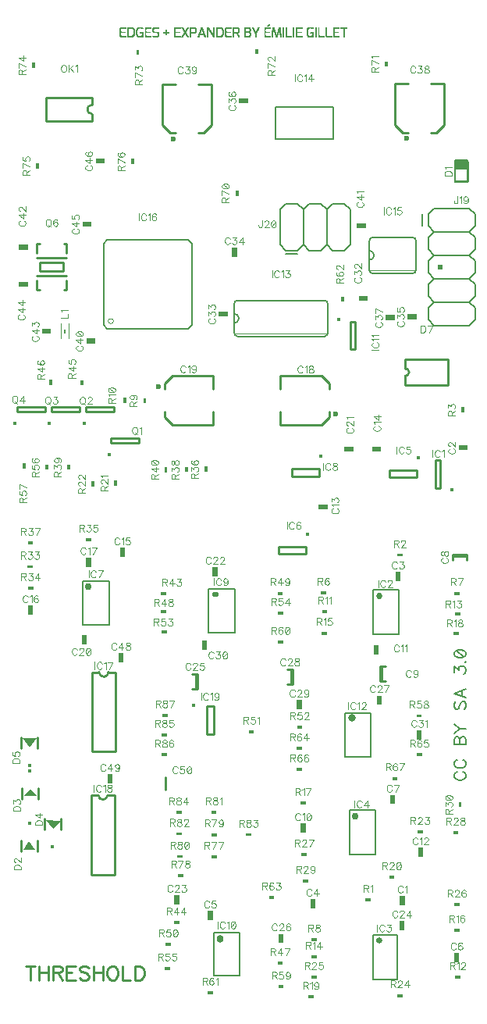
<source format=gto>
G04 DipTrace 3.3.0.0*
G04 threshold_02a.GTO*
%MOIN*%
G04 #@! TF.FileFunction,Legend,Top*
G04 #@! TF.Part,Single*
%ADD10C,0.009843*%
%ADD12C,0.001*%
%ADD15C,0.008*%
%ADD18C,0.006*%
%ADD19O,0.025958X0.028621*%
%ADD20O,0.029953X0.02263*%
%ADD21O,0.027239X0.03113*%
%ADD22C,0.032427*%
%ADD23O,0.025941X0.029832*%
%ADD24O,0.026954X0.026404*%
%ADD25O,0.029235X0.031892*%
%ADD28C,0.02362*%
%ADD32C,0.015746*%
%ADD35C,0.015422*%
%ADD36C,0.015401*%
%ADD38C,0.015408*%
%ADD39C,0.002*%
%ADD40C,0.000013*%
%ADD42C,0.015412*%
%ADD49C,0.002756*%
%ADD51C,0.015404*%
%ADD110C,0.004632*%
%ADD111C,0.009264*%
%ADD112C,0.00772*%
%FSLAX26Y26*%
G04*
G70*
G90*
G75*
G01*
G04 TopSilk*
%LPD*%
G36*
X2054300Y861950D2*
X2075543D1*
Y822726D1*
X2054300D1*
Y861950D1*
G37*
G36*
X2344573Y2785432D2*
X2305349D1*
Y2764189D1*
X2344573D1*
Y2785432D1*
G37*
G36*
X2035879Y2244958D2*
X2057122D1*
Y2205734D1*
X2035879D1*
Y2244958D1*
G37*
G36*
X1693283Y809327D2*
X1672041D1*
Y848551D1*
X1693283D1*
Y809327D1*
G37*
G36*
X1255020Y758564D2*
X1233777D1*
Y797789D1*
X1255020D1*
Y758564D1*
G37*
G36*
X2286430Y618696D2*
X2307673D1*
Y579471D1*
X2286430D1*
Y618696D1*
G37*
G36*
X2013367Y1293196D2*
X2034610D1*
Y1253971D1*
X2013367D1*
Y1293196D1*
G37*
X2278603Y2312793D2*
D10*
X2341533D1*
X2278603Y2320242D2*
X2341533D1*
X2278603D2*
Y2296682D1*
X2341533Y2320242D2*
Y2296682D1*
X1975836Y1779756D2*
Y1842685D1*
X1968387Y1779756D2*
Y1842685D1*
Y1779756D2*
X1991946D1*
X1968387Y1842685D2*
X1991946D1*
G36*
X1652359Y1131904D2*
X1631117D1*
Y1171129D1*
X1652359D1*
Y1131904D1*
G37*
G36*
X1964268Y1893647D2*
X1943025D1*
Y1932871D1*
X1964268D1*
Y1893647D1*
G37*
G36*
X2132858Y1067407D2*
X2154101D1*
Y1028182D1*
X2132858D1*
Y1067407D1*
G37*
G36*
X1707072Y2510572D2*
Y2531815D1*
X1746296D1*
Y2510572D1*
X1707072D1*
G37*
G36*
X1935546Y2757257D2*
Y2778500D1*
X1974770D1*
Y2757257D1*
X1935546D1*
G37*
G36*
X879917Y2308150D2*
X858675D1*
Y2347374D1*
X879917D1*
Y2308150D1*
G37*
G36*
X487568Y2062022D2*
X466326D1*
Y2101247D1*
X487568D1*
Y2062022D1*
G37*
G36*
X714401Y2306285D2*
X735644D1*
Y2267060D1*
X714401D1*
Y2306285D1*
G37*
X1544228Y2872179D2*
D10*
X1544201Y2927307D1*
X1544228Y2872179D2*
X1719396D1*
X1752870Y2905648D2*
X1719396Y2872179D1*
X1752870Y2905648D2*
X1752897Y2927307D1*
X1544201Y3025712D2*
X1544228Y3080840D1*
X1719396D1*
X1752870Y3047371D2*
X1719396Y3080840D1*
X1752897Y3025712D2*
X1752870Y3047371D1*
D28*
X1778474Y2919419D3*
X1257942Y3082028D2*
D10*
X1257970Y3026899D1*
X1257942Y3082028D2*
X1082774D1*
X1049301Y3048558D2*
X1082774Y3082028D1*
X1049301Y3048558D2*
X1049273Y3026899D1*
X1257970Y2928495D2*
X1257942Y2873366D1*
X1082774D1*
X1049301Y2906836D2*
X1082774Y2873366D1*
X1049273Y2928495D2*
X1049301Y2906836D1*
D28*
X1023696Y3034787D3*
G36*
X695907Y1974853D2*
X717149D1*
Y1935629D1*
X695907D1*
Y1974853D1*
G37*
G36*
X1816071Y2759079D2*
Y2780321D1*
X1855295D1*
Y2759079D1*
X1816071D1*
G37*
G36*
X1254939Y2265336D2*
X1276182D1*
Y2226112D1*
X1254939D1*
Y2265336D1*
G37*
G36*
X1112689Y826039D2*
X1091446D1*
Y865264D1*
X1112689D1*
Y826039D1*
G37*
G36*
X2052672Y756235D2*
X2073914D1*
Y717011D1*
X2052672D1*
Y756235D1*
G37*
X1183509Y1808961D2*
D10*
Y1746032D1*
X1190958Y1808961D2*
Y1746032D1*
Y1808961D2*
X1167399D1*
X1190958Y1746032D2*
X1167399D1*
G36*
X1536791Y700360D2*
X1558034D1*
Y661135D1*
X1536791D1*
Y700360D1*
G37*
G36*
X1956858Y1717064D2*
X1978101D1*
Y1677840D1*
X1956858D1*
Y1717064D1*
G37*
X1589009Y1827949D2*
D10*
Y1765020D1*
X1596458Y1827949D2*
Y1765020D1*
Y1827949D2*
X1572899D1*
X1596458Y1765020D2*
X1572899D1*
G36*
X1635126Y1658911D2*
X1613883D1*
Y1698135D1*
X1635126D1*
Y1658911D1*
G37*
G36*
X1230102Y1913815D2*
X1208860D1*
Y1953039D1*
X1230102D1*
Y1913815D1*
G37*
G36*
X2126424Y1569155D2*
X2147666D1*
Y1529931D1*
X2126424D1*
Y1569155D1*
G37*
G36*
X1917605Y3422849D2*
Y3401607D1*
X1878380D1*
Y3422849D1*
X1917605D1*
G37*
G36*
X1319378Y3356327D2*
X1280153D1*
Y3335084D1*
X1319378D1*
Y3356327D1*
G37*
G36*
X1337310Y3629374D2*
X1358552D1*
Y3590150D1*
X1337310D1*
Y3629374D1*
G37*
G36*
X2125915Y3344648D2*
X2086690D1*
Y3323406D1*
X2125915D1*
Y3344648D1*
G37*
G36*
X1366842Y4244123D2*
Y4265366D1*
X1406067D1*
Y4244123D1*
X1366842D1*
G37*
G36*
X2031933Y3340856D2*
X1992708D1*
Y3319613D1*
X2031933D1*
Y3340856D1*
G37*
X2034539Y4328783D2*
D10*
X2089668Y4328811D1*
X2034539Y4328783D2*
Y4153616D1*
X2068008Y4120142D2*
X2034539Y4153616D1*
X2068008Y4120142D2*
X2089668Y4120114D1*
X2188072Y4328811D2*
X2243201Y4328783D1*
Y4153616D1*
X2209731Y4120142D2*
X2243201Y4153616D1*
X2188072Y4120114D2*
X2209731Y4120142D1*
D28*
X2081780Y4094537D3*
X1040752Y4326257D2*
D10*
X1095880Y4326285D1*
X1040752Y4326257D2*
Y4151089D1*
X1074221Y4117616D2*
X1040752Y4151089D1*
X1074221Y4117616D2*
X1095880Y4117588D1*
X1194285Y4326285D2*
X1249413Y4326257D1*
Y4151089D1*
X1215944Y4117616D2*
X1249413Y4151089D1*
X1194285Y4117588D2*
X1215944Y4117616D1*
D28*
X1087993Y4092011D3*
G36*
X754428Y3240681D2*
X715203D1*
Y3219439D1*
X754428D1*
Y3240681D1*
G37*
G36*
X1909243Y3733828D2*
X1870018D1*
Y3712586D1*
X1909243D1*
Y3733828D1*
G37*
G36*
X426180Y3620446D2*
Y3641689D1*
X465404D1*
Y3620446D1*
X426180D1*
G37*
G36*
X564904Y3281823D2*
Y3260580D1*
X525680D1*
Y3281823D1*
X564904D1*
G37*
G36*
X465617Y3482685D2*
Y3461443D1*
X426392D1*
Y3482685D1*
X465617D1*
G37*
G36*
X737829Y3739323D2*
Y3718080D1*
X698605D1*
Y3739323D1*
X737829D1*
G37*
G36*
X794565Y4009273D2*
X755341D1*
Y3988031D1*
X794565D1*
Y4009273D1*
G37*
G36*
X874198Y1859156D2*
X852955D1*
Y1898381D1*
X874198D1*
Y1859156D1*
G37*
G36*
X826702Y1341894D2*
X805459D1*
Y1381118D1*
X826702D1*
Y1341894D1*
G37*
X1053210Y1316322D2*
D10*
Y1367463D1*
X507633Y1098614D2*
Y1051381D1*
X436771Y1098614D2*
Y1051381D1*
D32*
X472202Y1171448D3*
X510344Y1323683D2*
D10*
Y1276451D1*
X439482Y1323683D2*
Y1276451D1*
D32*
X474913Y1396518D3*
X535968Y1146455D2*
D10*
Y1193687D1*
X606830Y1146455D2*
Y1193687D1*
D32*
X571399Y1073620D3*
X436426Y1493124D2*
D10*
Y1540356D1*
X507288Y1493124D2*
Y1540356D1*
D32*
X471857Y1420289D3*
X2076517Y3041807D2*
D10*
X2261564D1*
Y3150087D1*
Y3152049D2*
X2076517D1*
Y3112686D1*
Y3041807D2*
Y3081170D1*
G03X2076517Y3112686I1844J15758D01*
G01*
D35*
X2277252Y2593937D3*
X2227110Y2603138D2*
D10*
Y2721243D1*
X2207425D1*
Y2603138D1*
X2227110D1*
D36*
X2133205Y2733138D3*
X2127943Y2679072D2*
D10*
X2009837D1*
X2127943Y2647581D2*
X2009837D1*
Y2679072D2*
Y2647581D1*
X2127943Y2679072D2*
Y2647581D1*
D36*
X1659246Y2406917D3*
X1653983Y2352850D2*
D10*
X1535878D1*
X1653983Y2321359D2*
X1535878D1*
Y2352850D2*
Y2321359D1*
X1653983Y2352850D2*
Y2321359D1*
D36*
X1716608Y2739417D3*
X1711345Y2685351D2*
D10*
X1593237D1*
X1711345Y2653861D2*
X1593237D1*
Y2685351D2*
Y2653861D1*
X1711345Y2685351D2*
Y2653861D1*
D38*
X1792228Y3321832D3*
X1842373Y3312624D2*
D10*
Y3194524D1*
X1862057D1*
Y3312624D1*
X1842373D1*
X1731710Y3403771D2*
D18*
X1361710D1*
X1731710Y3249791D2*
G03X1746710Y3264796I0J15000D01*
G01*
X1346710Y3388766D2*
G02X1361710Y3403771I14987J18D01*
G01*
X1731710D2*
G02X1746710Y3388766I13J-14987D01*
G01*
X1346710Y3264796D2*
G03X1361710Y3249791I14974J-32D01*
G01*
X1731710D1*
X1746710Y3264796D2*
Y3388766D1*
X1346710D2*
Y3346777D1*
Y3306785D1*
Y3264796D1*
Y3346777D2*
G02X1346710Y3306785I4J-19996D01*
G01*
Y3263766D2*
D39*
X1746710D1*
X1523109Y4228094D2*
D18*
Y4091866D1*
X1769093D2*
Y4228094D1*
X1523109D2*
X1769093D1*
Y4091866D2*
X1523109D1*
X2109094Y3672671D2*
X1939094D1*
X2109094Y3518691D2*
G03X2124094Y3533696I34J14966D01*
G01*
X1924094Y3657666D2*
G02X1939094Y3672671I14987J18D01*
G01*
X2109094D2*
G02X2124094Y3657666I47J-14953D01*
G01*
X1924094Y3533696D2*
G03X1939094Y3518691I15008J3D01*
G01*
X2109094D1*
X2124094Y3533696D2*
Y3657666D1*
X1924094D2*
Y3533696D1*
Y3615677D2*
G02X1924094Y3575685I4J-19996D01*
G01*
Y3532666D2*
D39*
X2124094D1*
X808765Y3314947D2*
D40*
G02X808765Y3314947I11114J0D01*
G01*
X804124Y3283460D2*
D15*
X788393Y3299191D1*
Y3645670D1*
X804124Y3661401D1*
X1150603D1*
X1166333Y3645670D1*
Y3299191D1*
X1150603Y3283460D1*
X804124D1*
X738606Y1816648D2*
D10*
Y1478055D1*
X840982Y1816648D2*
Y1478055D1*
X738606D2*
X840982D1*
X738606Y1816648D2*
X770099D1*
X809488D2*
X840982D1*
X770099D2*
G03X809488Y1816648I19694J-12D01*
G01*
X735220Y1292463D2*
Y953870D1*
X837596Y1292463D2*
Y953870D1*
X735220D2*
X837596D1*
X735220Y1292463D2*
X766713D1*
X806102D2*
X837596D1*
X766713D2*
G03X806102Y1292463I19694J-12D01*
G01*
D42*
X1174467Y1676871D3*
X1228529Y1671608D2*
D10*
Y1553500D1*
X1260007Y1671608D2*
Y1553500D1*
X1228529D2*
X1260007D1*
X1228529Y1671608D2*
X1260007D1*
G36*
X2235539Y3556722D2*
X2215559D1*
Y3536722D1*
X2235539D1*
Y3556722D1*
G37*
X2200529Y3796722D2*
D18*
X2175531Y3771722D1*
Y3721722D2*
X2200529Y3696722D1*
X2175531Y3671722D1*
Y3621722D2*
X2200529Y3596722D1*
X2175531Y3571722D1*
Y3521722D2*
X2200529Y3496722D1*
X2175531Y3471722D1*
Y3421722D2*
X2200529Y3396722D1*
Y3796722D2*
X2350536D1*
X2375534Y3771722D1*
Y3721722D1*
X2350536Y3696722D1*
X2375534Y3671722D1*
Y3621722D1*
X2350536Y3596722D1*
X2375534Y3571722D1*
Y3521722D1*
X2350536Y3496722D1*
X2375534Y3471722D1*
Y3421722D1*
X2350536Y3396722D1*
Y3696722D2*
X2200529D1*
X2350536Y3596722D2*
X2200529D1*
X2350536Y3496722D2*
X2200529D1*
X2350536Y3396722D2*
X2200529D1*
X2175531Y3471722D2*
Y3421722D1*
Y3571722D2*
Y3521722D1*
Y3671722D2*
Y3621722D1*
Y3771722D2*
Y3721722D1*
X2200529Y3396722D2*
X2175531Y3371722D1*
Y3321722D2*
X2200529Y3296722D1*
X2350536Y3396722D2*
X2375534Y3371722D1*
Y3321722D1*
X2350536Y3296722D1*
X2200529D1*
X2175531Y3371722D2*
Y3321722D1*
X2150534Y3771722D2*
D15*
Y3721722D1*
X1541703Y3641802D2*
X1566693Y3616816D1*
X1616703D2*
X1641693Y3641802D1*
X1666713Y3616816D1*
X1716693D2*
X1741713Y3641802D1*
X1766703Y3616816D1*
X1816713D2*
X1841703Y3641802D1*
X1541703D2*
Y3791801D1*
X1566693Y3816808D1*
X1616703D1*
X1641693Y3791801D1*
X1666713Y3816808D1*
X1716693D1*
X1741713Y3791801D1*
X1766703Y3816808D1*
X1816713D1*
X1841703Y3791801D1*
X1641693D2*
Y3641802D1*
X1741713Y3791801D2*
Y3641802D1*
X1841703Y3791801D2*
Y3641802D1*
X1766703Y3616816D2*
X1816713D1*
X1666713D2*
X1716693D1*
X1566693D2*
X1616703D1*
Y3603619D2*
X1566693D1*
G36*
X619810Y3277397D2*
Y3261655D1*
X627696D1*
Y3277397D1*
X619810D1*
G37*
X607999Y3241969D2*
D49*
Y3304955D1*
X639495D2*
Y3241969D1*
X739880Y4269939D2*
D10*
X543025D1*
X739880Y4167563D2*
X543025D1*
Y4269939D2*
Y4167563D1*
X739880Y4238445D2*
Y4269939D1*
Y4199056D2*
Y4167563D1*
Y4238445D2*
G03X739880Y4199056I9J-19694D01*
G01*
D51*
X811938Y2744388D3*
X821139Y2794530D2*
D10*
X939244D1*
Y2814215D1*
X821139D1*
Y2794530D1*
D51*
X705248Y2877882D3*
X714449Y2928024D2*
D10*
X832554D1*
Y2947709D1*
X714449D1*
Y2928024D1*
D51*
X557877Y2877992D3*
X567077Y2928134D2*
D10*
X685182D1*
Y2947819D1*
X567077D1*
Y2928134D1*
D51*
X411422Y2880219D3*
X420623Y2930361D2*
D10*
X538728D1*
Y2950046D1*
X420623D1*
Y2930361D1*
X630289Y3508307D2*
X504304D1*
X630289Y3587042D2*
X504304D1*
X617300Y3566421D2*
X517293D1*
Y3528928D1*
X617300D1*
Y3566421D2*
Y3528928D1*
X630289Y3449271D2*
Y3488639D1*
X504304D2*
Y3449271D1*
Y3606742D2*
Y3646110D1*
X630289D2*
Y3606742D1*
Y3646110D2*
X618471D1*
X630289Y3449271D2*
X618471D1*
X504304Y3646110D2*
X516122D1*
X504304Y3449271D2*
X516122D1*
G36*
X1907736Y850784D2*
X1929904D1*
Y837866D1*
X1907736D1*
Y850784D1*
G37*
G36*
X2065250Y2310627D2*
X2043081D1*
Y2323545D1*
X2065250D1*
Y2310627D1*
G37*
G36*
X2330493Y2947959D2*
Y2925790D1*
X2317576D1*
Y2947959D1*
X2330493D1*
G37*
G36*
X1740019Y2150004D2*
X1717850D1*
Y2162921D1*
X1740019D1*
Y2150004D1*
G37*
G36*
X2287841Y2159986D2*
X2310009D1*
Y2147068D1*
X2287841D1*
Y2159986D1*
G37*
G36*
X1700435Y669709D2*
X1678266D1*
Y682626D1*
X1700435D1*
Y669709D1*
G37*
G36*
X958379Y2964408D2*
Y2986576D1*
X971296D1*
Y2964408D1*
X958379D1*
G37*
G36*
X874096Y2966068D2*
Y2988236D1*
X887013D1*
Y2966068D1*
X874096D1*
G37*
G36*
X1744831Y2069568D2*
X1722663D1*
Y2082486D1*
X1744831D1*
Y2069568D1*
G37*
G36*
X2290720Y521690D2*
X2312888D1*
Y508773D1*
X2290720D1*
Y521690D1*
G37*
G36*
X2290040Y2072798D2*
X2312208D1*
Y2059881D1*
X2290040D1*
Y2072798D1*
G37*
G36*
X1676957Y608543D2*
X1699126D1*
Y595626D1*
X1676957D1*
Y608543D1*
G37*
G36*
X1721463Y1990114D2*
X1743631D1*
Y1977197D1*
X1721463D1*
Y1990114D1*
G37*
G36*
X2309527Y710524D2*
X2287358D1*
Y723441D1*
X2309527D1*
Y710524D1*
G37*
G36*
X1652701Y1251734D2*
X1630533D1*
Y1264651D1*
X1652701D1*
Y1251734D1*
G37*
G36*
X2305078Y1976654D2*
X2282909D1*
Y1989571D1*
X2305078D1*
Y1976654D1*
G37*
G36*
X1685429Y424571D2*
X1663261D1*
Y437488D1*
X1685429D1*
Y424571D1*
G37*
G36*
X2008738Y948143D2*
X2030907D1*
Y935226D1*
X2008738D1*
Y948143D1*
G37*
G36*
X847159Y2635293D2*
Y2613125D1*
X834241D1*
Y2635293D1*
X847159D1*
G37*
G36*
X750441Y2632280D2*
Y2610112D1*
X737523D1*
Y2632280D1*
X750441D1*
G37*
G36*
X2129737Y1140900D2*
X2151905D1*
Y1127983D1*
X2129737D1*
Y1140900D1*
G37*
G36*
X2044460Y443285D2*
X2066628D1*
Y430368D1*
X2044460D1*
Y443285D1*
G37*
G36*
X1676846Y522469D2*
X1699014D1*
Y509551D1*
X1676846D1*
Y522469D1*
G37*
G36*
X2309074Y817768D2*
X2286905D1*
Y830685D1*
X2309074D1*
Y817768D1*
G37*
G36*
X1634842Y1045055D2*
X1657010D1*
Y1032138D1*
X1634842D1*
Y1045055D1*
G37*
G36*
X2304750Y1126109D2*
X2282581D1*
Y1139026D1*
X2304750D1*
Y1126109D1*
G37*
G36*
X1641091Y932555D2*
X1663260D1*
Y919638D1*
X1641091D1*
Y932555D1*
G37*
G36*
X2318102Y1263680D2*
Y1241512D1*
X2305185D1*
Y1263680D1*
X2318102D1*
G37*
G36*
X486489Y2260965D2*
X464320D1*
Y2273882D1*
X486489D1*
Y2260965D1*
G37*
G36*
X489214Y2169621D2*
X467046D1*
Y2182538D1*
X489214D1*
Y2169621D1*
G37*
G36*
X714394Y2389092D2*
X736563D1*
Y2376175D1*
X714394D1*
Y2389092D1*
G37*
G36*
X1232649Y2694091D2*
Y2671923D1*
X1219732D1*
Y2694091D1*
X1232649D1*
G37*
G36*
X465897Y2374240D2*
X488065D1*
Y2361323D1*
X465897D1*
Y2374240D1*
G37*
G36*
X1149613Y2692994D2*
Y2670826D1*
X1136695D1*
Y2692994D1*
X1149613D1*
G37*
G36*
X647594Y2703115D2*
Y2680946D1*
X634677D1*
Y2703115D1*
X647594D1*
G37*
G36*
X1061581Y2692661D2*
Y2670492D1*
X1048664D1*
Y2692661D1*
X1061581D1*
G37*
G36*
X1056872Y2146924D2*
X1034703D1*
Y2159841D1*
X1056872D1*
Y2146924D1*
G37*
G36*
X1111923Y742247D2*
X1089754D1*
Y755164D1*
X1111923D1*
Y742247D1*
G37*
G36*
X702107Y3063890D2*
Y3041722D1*
X689190D1*
Y3063890D1*
X702107D1*
G37*
G36*
X569958Y3065197D2*
Y3043029D1*
X557041D1*
Y3065197D1*
X569958D1*
G37*
G36*
X1531737Y580890D2*
X1553905D1*
Y567973D1*
X1531737D1*
Y580890D1*
G37*
G36*
X1056918Y2069571D2*
X1034749D1*
Y2082488D1*
X1056918D1*
Y2069571D1*
G37*
G36*
X1532367Y2159999D2*
X1554535D1*
Y2147081D1*
X1532367D1*
Y2159999D1*
G37*
G36*
X1054784Y661467D2*
X1076953D1*
Y648550D1*
X1054784D1*
Y661467D1*
G37*
G36*
X1409356Y1569421D2*
X1431525D1*
Y1556504D1*
X1409356D1*
Y1569421D1*
G37*
G36*
X1637989Y1576564D2*
X1615820D1*
Y1589482D1*
X1637989D1*
Y1576564D1*
G37*
G36*
X1036173Y1996255D2*
X1058341D1*
Y1983337D1*
X1036173D1*
Y1996255D1*
G37*
G36*
X1534738Y2075567D2*
X1556907D1*
Y2062650D1*
X1534738D1*
Y2075567D1*
G37*
G36*
X1050726Y559550D2*
X1072895D1*
Y546633D1*
X1050726D1*
Y559550D1*
G37*
G36*
X552065Y2702894D2*
Y2680726D1*
X539148D1*
Y2702894D1*
X552065D1*
G37*
G36*
X456547Y2708410D2*
Y2686242D1*
X443630D1*
Y2708410D1*
X456547D1*
G37*
G36*
X2125776Y1636887D2*
X2147945D1*
Y1623970D1*
X2125776D1*
Y1636887D1*
G37*
G36*
X1558204Y468101D2*
X1536035D1*
Y481018D1*
X1558204D1*
Y468101D1*
G37*
G36*
X1556550Y1940247D2*
X1534382D1*
Y1953164D1*
X1556550D1*
Y1940247D1*
G37*
G36*
X1255073Y443004D2*
X1232904D1*
Y455921D1*
X1255073D1*
Y443004D1*
G37*
G36*
X1815252Y3419902D2*
X1802334D1*
Y3397734D1*
X1815252D1*
Y3419902D1*
G37*
G36*
X1517671Y849057D2*
X1495502D1*
Y861974D1*
X1517671D1*
Y849057D1*
G37*
G36*
X1614884Y1497608D2*
X1637052D1*
Y1484690D1*
X1614884D1*
Y1497608D1*
G37*
G36*
X2149066Y1458328D2*
X2126897D1*
Y1471245D1*
X2149066D1*
Y1458328D1*
G37*
G36*
X1614793Y1408236D2*
X1636962D1*
Y1395319D1*
X1614793D1*
Y1408236D1*
G37*
G36*
X2022694Y1369898D2*
X2044862D1*
Y1356980D1*
X2022694D1*
Y1369898D1*
G37*
G36*
X1352084Y3850426D2*
Y3872595D1*
X1365001D1*
Y3850426D1*
X1352084D1*
G37*
G36*
X1989960Y4400740D2*
Y4422908D1*
X2002878D1*
Y4400740D1*
X1989960D1*
G37*
G36*
X1436013Y4454796D2*
Y4476965D1*
X1448930D1*
Y4454796D1*
X1436013D1*
G37*
G36*
X928581Y4450914D2*
Y4473083D1*
X941499D1*
Y4450914D1*
X928581D1*
G37*
G36*
X483590Y4396258D2*
Y4418427D1*
X496508D1*
Y4396258D1*
X483590D1*
G37*
G36*
X501588Y3967233D2*
X514505D1*
Y3989402D1*
X501588D1*
Y3967233D1*
G37*
G36*
X906170Y3985469D2*
X919088D1*
Y4007638D1*
X906170D1*
Y3985469D1*
G37*
G36*
X1249511Y1035690D2*
X1271680D1*
Y1022773D1*
X1249511D1*
Y1035690D1*
G37*
G36*
X1128950Y943642D2*
X1106782D1*
Y956559D1*
X1128950D1*
Y943642D1*
G37*
G36*
X1249671Y1129917D2*
X1271840D1*
Y1117000D1*
X1249671D1*
Y1129917D1*
G37*
G36*
X1125843Y1023966D2*
X1103674D1*
Y1036883D1*
X1125843D1*
Y1023966D1*
G37*
G36*
X1270979Y1212521D2*
X1248811D1*
Y1225438D1*
X1270979D1*
Y1212521D1*
G37*
G36*
X1123789Y1120948D2*
X1101621D1*
Y1133865D1*
X1123789D1*
Y1120948D1*
G37*
G36*
X1419866Y1117453D2*
X1397698D1*
Y1130370D1*
X1419866D1*
Y1117453D1*
G37*
G36*
X1121886Y1212084D2*
X1099718D1*
Y1225001D1*
X1121886D1*
Y1212084D1*
G37*
G36*
X1038188Y1555916D2*
X1060357D1*
Y1542999D1*
X1038188D1*
Y1555916D1*
G37*
G36*
X1060155Y1457786D2*
X1037987D1*
Y1470703D1*
X1060155D1*
Y1457786D1*
G37*
G36*
X1062689Y1627198D2*
X1040521D1*
Y1640116D1*
X1062689D1*
Y1627198D1*
G37*
X2291495Y3996701D2*
D18*
X2345348D1*
Y3911988D1*
X2291495D1*
Y3996701D1*
G36*
X2290890Y3999726D2*
X2343533D1*
Y3965236D1*
X2290890D1*
Y3999726D1*
G37*
X1260205Y706412D2*
D18*
X1369296D1*
Y521907D1*
X1260205D1*
Y706412D1*
X1938875Y694134D2*
X2043413D1*
Y507206D1*
X1938875D1*
Y694134D1*
X1841425Y1229224D2*
X1948621D1*
Y1039639D1*
X1841425D1*
Y1229224D1*
X1820485Y1641982D2*
X1930605D1*
Y1453903D1*
X1820485D1*
Y1641982D1*
X1940205Y2167344D2*
X2048472D1*
Y1977609D1*
X1940205D1*
Y2167344D1*
X1237002Y2173776D2*
X1348485D1*
Y1984039D1*
X1237002D1*
Y2173776D1*
X699954Y2204862D2*
X812509D1*
Y2019415D1*
X699954D1*
Y2204862D1*
D19*
X1967644Y2142938D3*
D20*
X1266102Y2149927D3*
D21*
X723870Y2180783D3*
D22*
X1848679Y1620577D3*
D23*
X1862180Y1201625D3*
D24*
X1965804Y671067D3*
D25*
X1286525Y680563D3*
G36*
X2291869Y3999168D2*
X2343264D1*
Y3962837D1*
X2291869D1*
Y3999168D1*
G37*
X2290097Y4001827D2*
D18*
X2343264D1*
Y3909669D1*
X2290097D1*
Y4001827D1*
G36*
X441778Y1535298D2*
X472039Y1495353D1*
X502905Y1534088D1*
D1*
X441778Y1535298D1*
G37*
G36*
X450250Y1287759D2*
X506538Y1288364D1*
X475065Y1319231D1*
D1*
X450250Y1287759D1*
G37*
G36*
X542247Y1184264D2*
X606400Y1182449D1*
X573718Y1148555D1*
D1*
X542247Y1184264D1*
G37*
G36*
X447224Y1059587D2*
X497459Y1060192D1*
X470829Y1094084D1*
D1*
X447224Y1059587D1*
G37*
X1493176Y4581356D2*
D12*
X1497176D1*
X1492330Y4580356D2*
X1496637D1*
X1491578Y4579356D2*
X1495924D1*
X1490837Y4578356D2*
X1495070D1*
X1490012Y4577356D2*
X1494134D1*
X1489105Y4576356D2*
X1493160D1*
X1488150Y4575356D2*
X1492171D1*
X1487176Y4574356D2*
X1491176D1*
X937176Y4570356D2*
X947176D1*
X1005176D2*
X1013176D1*
X1665176D2*
X1675176D1*
X861176Y4569356D2*
X883176D1*
X891176D2*
X911176D1*
X935252D2*
X950749D1*
X968176D2*
X990176D1*
X1002915D2*
X1022176D1*
X1093176D2*
X1115176D1*
X1121176D2*
X1125176D1*
X1146176D2*
X1150176D1*
X1157176D2*
X1178176D1*
X1205176D2*
X1209176D1*
X1231176D2*
X1235176D1*
X1258176D2*
X1261176D1*
X1270176D2*
X1290176D1*
X1311176D2*
X1333176D1*
X1340176D2*
X1362176D1*
X1389176D2*
X1410176D1*
X1422176D2*
X1426176D1*
X1449176D2*
X1453176D1*
X1478176D2*
X1500176D1*
X1509176D2*
X1515176D1*
X1537176D2*
X1543176D1*
X1554176D2*
X1557176D1*
X1566176D2*
X1569176D1*
X1598176D2*
X1601176D1*
X1613176D2*
X1635176D1*
X1663252D2*
X1678749D1*
X1693176D2*
X1696176D1*
X1705176D2*
X1708176D1*
X1737176D2*
X1740176D1*
X1772176D2*
X1794176D1*
X1800176D2*
X1828176D1*
X860218Y4568356D2*
X883176D1*
X891176D2*
X912975D1*
X933682D2*
X953478D1*
X967218D2*
X990176D1*
X1001078D2*
X1022176D1*
X1092218D2*
X1115176D1*
X1122017D2*
X1125830D1*
X1145675D2*
X1149556D1*
X1157176D2*
X1179599D1*
X1204830D2*
X1209675D1*
X1231176D2*
X1235830D1*
X1258176D2*
X1261176D1*
X1270176D2*
X1291975D1*
X1310218D2*
X1333176D1*
X1340176D2*
X1363138D1*
X1389176D2*
X1411172D1*
X1422796D2*
X1426796D1*
X1448675D2*
X1452556D1*
X1477218D2*
X1500176D1*
X1509176D2*
X1515330D1*
X1536834D2*
X1543176D1*
X1554176D2*
X1557176D1*
X1566176D2*
X1569176D1*
X1598176D2*
X1601176D1*
X1612218D2*
X1635176D1*
X1661682D2*
X1681478D1*
X1693176D2*
X1696176D1*
X1705176D2*
X1708176D1*
X1737176D2*
X1740176D1*
X1771218D2*
X1794176D1*
X1800176D2*
X1828176D1*
X859385Y4567356D2*
X883176D1*
X891176D2*
X914525D1*
X932426D2*
X954444D1*
X966385D2*
X990176D1*
X999729D2*
X1022176D1*
X1091385D2*
X1115176D1*
X1122734D2*
X1126497D1*
X1145095D2*
X1148981D1*
X1157176D2*
X1180754D1*
X1204497D2*
X1210091D1*
X1231176D2*
X1236497D1*
X1258176D2*
X1261176D1*
X1270176D2*
X1293525D1*
X1309385D2*
X1333176D1*
X1340176D2*
X1364006D1*
X1389176D2*
X1412137D1*
X1423366D2*
X1427366D1*
X1448095D2*
X1451985D1*
X1476385D2*
X1500176D1*
X1509176D2*
X1515582D1*
X1536532D2*
X1543176D1*
X1554176D2*
X1557176D1*
X1566176D2*
X1569176D1*
X1598176D2*
X1601176D1*
X1611385D2*
X1635176D1*
X1660426D2*
X1682444D1*
X1693176D2*
X1696176D1*
X1705176D2*
X1708176D1*
X1737176D2*
X1740176D1*
X1770385D2*
X1794176D1*
X1800176D2*
X1828176D1*
X858791Y4566356D2*
X883176D1*
X891176D2*
X915732D1*
X931429D2*
X939769D1*
X946176D2*
X955176D1*
X965791D2*
X990176D1*
X998780D2*
X1006807D1*
X1009176D2*
X1022176D1*
X1090791D2*
X1115176D1*
X1123348D2*
X1127176D1*
X1144515D2*
X1148415D1*
X1157176D2*
X1181621D1*
X1204180D2*
X1210480D1*
X1231176D2*
X1237180D1*
X1258176D2*
X1261176D1*
X1270176D2*
X1294732D1*
X1308791D2*
X1333176D1*
X1340176D2*
X1364727D1*
X1389176D2*
X1413005D1*
X1423902D2*
X1427902D1*
X1447515D2*
X1451450D1*
X1475791D2*
X1500176D1*
X1509176D2*
X1515876D1*
X1536308D2*
X1543176D1*
X1554176D2*
X1557176D1*
X1566176D2*
X1569176D1*
X1598176D2*
X1601176D1*
X1610791D2*
X1635176D1*
X1659429D2*
X1667769D1*
X1674176D2*
X1683176D1*
X1693176D2*
X1696176D1*
X1705176D2*
X1708176D1*
X1737176D2*
X1740176D1*
X1769791D2*
X1794176D1*
X1800176D2*
X1828176D1*
X858454Y4565356D2*
X862372D1*
X891176D2*
X894176D1*
X910096D2*
X916651D1*
X930655D2*
X937050D1*
X965454D2*
X969372D1*
X998107D2*
X1004220D1*
X1090454D2*
X1094372D1*
X1123929D2*
X1127804D1*
X1143963D2*
X1147804D1*
X1157176D2*
X1160176D1*
X1177138D2*
X1182262D1*
X1203839D2*
X1210836D1*
X1231176D2*
X1237839D1*
X1258176D2*
X1261176D1*
X1270176D2*
X1273176D1*
X1289096D2*
X1295651D1*
X1308454D2*
X1312372D1*
X1340176D2*
X1343176D1*
X1359821D2*
X1365308D1*
X1389176D2*
X1392176D1*
X1409172D2*
X1413727D1*
X1424416D2*
X1428416D1*
X1446967D2*
X1450935D1*
X1475454D2*
X1479372D1*
X1509176D2*
X1516179D1*
X1536082D2*
X1543176D1*
X1554176D2*
X1557176D1*
X1566176D2*
X1569176D1*
X1598176D2*
X1601176D1*
X1610454D2*
X1614372D1*
X1658655D2*
X1665050D1*
X1693176D2*
X1696176D1*
X1705176D2*
X1708176D1*
X1737176D2*
X1740176D1*
X1769454D2*
X1773372D1*
X1812176D2*
X1816176D1*
X858290Y4564356D2*
X861787D1*
X891176D2*
X894176D1*
X911800D2*
X917426D1*
X930058D2*
X935176D1*
X965290D2*
X968787D1*
X997650D2*
X1002325D1*
X1090290D2*
X1093787D1*
X1124545D2*
X1128376D1*
X1143407D2*
X1147154D1*
X1157176D2*
X1160176D1*
X1178006D2*
X1182708D1*
X1203503D2*
X1211164D1*
X1231176D2*
X1238503D1*
X1258176D2*
X1261176D1*
X1270176D2*
X1273176D1*
X1290800D2*
X1296426D1*
X1308290D2*
X1311787D1*
X1340176D2*
X1343176D1*
X1361119D2*
X1365762D1*
X1389176D2*
X1392176D1*
X1410133D2*
X1414304D1*
X1424923D2*
X1428923D1*
X1446442D2*
X1450429D1*
X1475290D2*
X1478787D1*
X1509176D2*
X1516511D1*
X1535795D2*
X1543176D1*
X1554176D2*
X1557176D1*
X1566176D2*
X1569176D1*
X1598176D2*
X1601176D1*
X1610290D2*
X1613787D1*
X1658058D2*
X1663176D1*
X1693176D2*
X1696176D1*
X1705176D2*
X1708176D1*
X1737176D2*
X1740176D1*
X1769290D2*
X1772787D1*
X1812176D2*
X1816176D1*
X858220Y4563356D2*
X861452D1*
X891176D2*
X894176D1*
X913150D2*
X918117D1*
X929628D2*
X933968D1*
X965220D2*
X968452D1*
X997391D2*
X1001684D1*
X1090220D2*
X1093452D1*
X1125197D2*
X1128940D1*
X1142801D2*
X1146540D1*
X1157176D2*
X1160176D1*
X1178727D2*
X1182963D1*
X1203179D2*
X1211510D1*
X1231176D2*
X1239183D1*
X1258176D2*
X1261176D1*
X1270176D2*
X1273176D1*
X1292150D2*
X1297117D1*
X1308220D2*
X1311452D1*
X1340176D2*
X1343176D1*
X1362028D2*
X1366135D1*
X1389176D2*
X1392176D1*
X1410966D2*
X1414723D1*
X1425424D2*
X1429424D1*
X1445933D2*
X1449927D1*
X1475220D2*
X1478452D1*
X1509176D2*
X1516814D1*
X1535485D2*
X1543176D1*
X1554176D2*
X1557176D1*
X1566176D2*
X1569176D1*
X1598176D2*
X1601176D1*
X1610220D2*
X1613452D1*
X1657628D2*
X1661968D1*
X1693176D2*
X1696176D1*
X1705176D2*
X1708176D1*
X1737176D2*
X1740176D1*
X1769220D2*
X1772452D1*
X1812176D2*
X1816176D1*
X858192Y4562356D2*
X861290D1*
X891176D2*
X894176D1*
X914192D2*
X918664D1*
X929345D2*
X933180D1*
X965192D2*
X968290D1*
X997265D2*
X1001238D1*
X1090192D2*
X1093290D1*
X1125812D2*
X1129548D1*
X1142153D2*
X1145973D1*
X1157176D2*
X1160176D1*
X1179304D2*
X1183091D1*
X1202805D2*
X1206138D1*
X1208330D2*
X1211847D1*
X1231176D2*
X1239840D1*
X1258176D2*
X1261176D1*
X1270176D2*
X1273176D1*
X1293192D2*
X1297664D1*
X1308192D2*
X1311290D1*
X1340176D2*
X1343176D1*
X1362710D2*
X1366495D1*
X1389176D2*
X1392176D1*
X1411560D2*
X1414968D1*
X1425926D2*
X1429926D1*
X1445428D2*
X1449426D1*
X1475192D2*
X1478290D1*
X1509172D2*
X1517041D1*
X1535176D2*
X1543176D1*
X1554176D2*
X1557176D1*
X1566176D2*
X1569176D1*
X1598176D2*
X1601176D1*
X1610192D2*
X1613290D1*
X1657345D2*
X1661180D1*
X1693176D2*
X1696176D1*
X1705176D2*
X1708176D1*
X1737176D2*
X1740176D1*
X1769192D2*
X1772290D1*
X1812176D2*
X1816176D1*
X858181Y4561356D2*
X861220D1*
X891176D2*
X894176D1*
X915019D2*
X919090D1*
X929096D2*
X932673D1*
X965181D2*
X968220D1*
X997210D2*
X1000858D1*
X1090181D2*
X1093220D1*
X1126375D2*
X1130198D1*
X1141539D2*
X1145411D1*
X1157176D2*
X1160176D1*
X1179723D2*
X1183180D1*
X1202376D2*
X1206006D1*
X1208582D2*
X1212168D1*
X1231176D2*
X1234176D1*
X1236017D2*
X1240504D1*
X1258176D2*
X1261176D1*
X1270176D2*
X1273176D1*
X1294019D2*
X1298090D1*
X1308181D2*
X1311220D1*
X1340176D2*
X1343176D1*
X1362949D2*
X1366804D1*
X1389176D2*
X1392176D1*
X1411898D2*
X1415089D1*
X1426425D2*
X1430425D1*
X1444927D2*
X1448926D1*
X1475181D2*
X1478220D1*
X1509137D2*
X1517268D1*
X1534838D2*
X1543176D1*
X1554176D2*
X1557176D1*
X1566176D2*
X1569176D1*
X1598176D2*
X1601176D1*
X1610181D2*
X1613220D1*
X1657096D2*
X1660673D1*
X1693176D2*
X1696176D1*
X1705176D2*
X1708176D1*
X1737176D2*
X1740176D1*
X1769181D2*
X1772220D1*
X1812176D2*
X1816176D1*
X858178Y4560356D2*
X861192D1*
X891176D2*
X894176D1*
X915625D2*
X919477D1*
X928804D2*
X932361D1*
X965178D2*
X968192D1*
X997188D2*
X1000545D1*
X1054176D2*
X1057176D1*
X1090178D2*
X1093192D1*
X1126906D2*
X1130812D1*
X1140973D2*
X1144802D1*
X1157176D2*
X1160176D1*
X1179968D2*
X1183326D1*
X1201940D2*
X1205731D1*
X1208876D2*
X1212511D1*
X1231176D2*
X1234176D1*
X1236734D2*
X1241183D1*
X1258176D2*
X1261176D1*
X1270176D2*
X1273176D1*
X1294625D2*
X1298477D1*
X1308178D2*
X1311192D1*
X1340176D2*
X1343176D1*
X1363079D2*
X1367000D1*
X1389176D2*
X1392176D1*
X1412061D2*
X1415142D1*
X1426926D2*
X1430926D1*
X1444426D2*
X1448425D1*
X1475178D2*
X1478192D1*
X1509009D2*
X1512176D1*
X1514214D2*
X1517556D1*
X1534503D2*
X1538021D1*
X1540176D2*
X1543180D1*
X1554176D2*
X1557176D1*
X1566176D2*
X1569176D1*
X1598176D2*
X1601176D1*
X1610178D2*
X1613192D1*
X1656804D2*
X1660361D1*
X1693176D2*
X1696176D1*
X1705176D2*
X1708176D1*
X1737176D2*
X1740176D1*
X1769178D2*
X1772192D1*
X1812176D2*
X1816176D1*
X858176Y4559356D2*
X861181D1*
X891176D2*
X894176D1*
X916076D2*
X919801D1*
X928526D2*
X932102D1*
X965176D2*
X968181D1*
X997180D2*
X1000354D1*
X1054176D2*
X1057176D1*
X1090176D2*
X1093181D1*
X1127421D2*
X1131375D1*
X1140411D2*
X1144153D1*
X1157176D2*
X1160176D1*
X1180089D2*
X1183538D1*
X1201549D2*
X1205347D1*
X1209179D2*
X1212848D1*
X1231176D2*
X1234176D1*
X1237348D2*
X1241840D1*
X1258176D2*
X1261176D1*
X1270176D2*
X1273176D1*
X1295076D2*
X1298801D1*
X1308176D2*
X1311181D1*
X1340176D2*
X1343176D1*
X1363138D2*
X1367101D1*
X1389176D2*
X1392176D1*
X1412128D2*
X1415163D1*
X1427425D2*
X1431425D1*
X1443922D2*
X1447922D1*
X1475176D2*
X1478181D1*
X1508770D2*
X1512176D1*
X1514342D2*
X1517866D1*
X1534183D2*
X1537773D1*
X1540176D2*
X1543215D1*
X1554176D2*
X1557176D1*
X1566176D2*
X1569176D1*
X1598176D2*
X1601176D1*
X1610176D2*
X1613181D1*
X1656526D2*
X1660102D1*
X1693176D2*
X1696176D1*
X1705176D2*
X1708176D1*
X1737176D2*
X1740176D1*
X1769176D2*
X1772181D1*
X1812176D2*
X1816176D1*
X858176Y4558356D2*
X861178D1*
X891176D2*
X894176D1*
X916472D2*
X920037D1*
X928343D2*
X931805D1*
X965176D2*
X968178D1*
X997177D2*
X1000289D1*
X1054176D2*
X1057176D1*
X1090176D2*
X1093178D1*
X1127958D2*
X1131906D1*
X1139802D2*
X1143539D1*
X1157176D2*
X1160176D1*
X1180142D2*
X1183670D1*
X1201202D2*
X1204929D1*
X1209515D2*
X1213172D1*
X1231176D2*
X1234176D1*
X1237929D2*
X1242504D1*
X1258176D2*
X1261176D1*
X1270176D2*
X1273176D1*
X1295472D2*
X1299037D1*
X1308176D2*
X1311178D1*
X1340176D2*
X1343176D1*
X1363162D2*
X1367146D1*
X1389176D2*
X1392176D1*
X1412120D2*
X1415171D1*
X1427926D2*
X1431926D1*
X1443390D2*
X1447390D1*
X1475176D2*
X1478178D1*
X1508513D2*
X1512176D1*
X1514586D2*
X1518175D1*
X1533840D2*
X1537510D1*
X1540176D2*
X1543342D1*
X1554176D2*
X1557176D1*
X1566176D2*
X1569176D1*
X1598176D2*
X1601176D1*
X1610176D2*
X1613178D1*
X1656343D2*
X1659805D1*
X1693176D2*
X1696176D1*
X1705176D2*
X1708176D1*
X1737176D2*
X1740176D1*
X1769176D2*
X1772178D1*
X1812176D2*
X1816176D1*
X858176Y4557356D2*
X861176D1*
X891176D2*
X894176D1*
X916796D2*
X920266D1*
X928248D2*
X931526D1*
X965176D2*
X968176D1*
X997176D2*
X1000371D1*
X1054176D2*
X1057176D1*
X1090176D2*
X1093176D1*
X1128556D2*
X1132421D1*
X1139153D2*
X1142973D1*
X1157176D2*
X1160176D1*
X1180163D2*
X1183606D1*
X1200847D2*
X1204545D1*
X1209849D2*
X1213546D1*
X1231176D2*
X1234176D1*
X1238545D2*
X1243183D1*
X1258176D2*
X1261176D1*
X1270176D2*
X1273176D1*
X1295796D2*
X1299266D1*
X1308176D2*
X1311176D1*
X1340176D2*
X1343176D1*
X1363171D2*
X1367161D1*
X1389176D2*
X1392176D1*
X1412000D2*
X1415170D1*
X1428425D2*
X1432425D1*
X1442795D2*
X1446795D1*
X1475176D2*
X1478176D1*
X1508339D2*
X1512176D1*
X1514877D2*
X1518514D1*
X1533504D2*
X1537300D1*
X1540176D2*
X1543582D1*
X1554176D2*
X1557176D1*
X1566176D2*
X1569176D1*
X1598176D2*
X1601176D1*
X1610176D2*
X1613176D1*
X1656248D2*
X1659526D1*
X1693176D2*
X1696176D1*
X1705176D2*
X1708176D1*
X1737176D2*
X1740176D1*
X1769176D2*
X1772176D1*
X1812176D2*
X1816176D1*
X858176Y4556356D2*
X861176D1*
X891176D2*
X894176D1*
X916997D2*
X920552D1*
X928200D2*
X931343D1*
X965176D2*
X968176D1*
X997176D2*
X1000593D1*
X1054176D2*
X1057176D1*
X1090176D2*
X1093176D1*
X1129200D2*
X1132966D1*
X1138539D2*
X1142411D1*
X1157176D2*
X1160176D1*
X1180167D2*
X1183443D1*
X1200506D2*
X1204200D1*
X1210168D2*
X1213975D1*
X1231176D2*
X1234176D1*
X1239200D2*
X1243840D1*
X1258176D2*
X1261176D1*
X1270176D2*
X1273176D1*
X1295997D2*
X1299552D1*
X1308176D2*
X1311176D1*
X1340176D2*
X1343176D1*
X1363174D2*
X1367133D1*
X1389176D2*
X1392180D1*
X1411717D2*
X1415136D1*
X1428926D2*
X1432926D1*
X1442151D2*
X1446151D1*
X1475176D2*
X1478176D1*
X1508246D2*
X1512176D1*
X1515179D2*
X1518849D1*
X1533183D2*
X1537080D1*
X1540176D2*
X1543838D1*
X1554176D2*
X1557176D1*
X1566176D2*
X1569176D1*
X1598176D2*
X1601176D1*
X1610176D2*
X1613176D1*
X1656200D2*
X1659343D1*
X1693176D2*
X1696176D1*
X1705176D2*
X1708176D1*
X1737176D2*
X1740176D1*
X1769176D2*
X1772176D1*
X1812176D2*
X1816176D1*
X858176Y4555356D2*
X861180D1*
X891176D2*
X894176D1*
X917100D2*
X920827D1*
X928147D2*
X931248D1*
X965176D2*
X968180D1*
X997180D2*
X1000850D1*
X1054176D2*
X1057176D1*
X1090176D2*
X1093180D1*
X1129813D2*
X1133637D1*
X1137973D2*
X1141802D1*
X1157176D2*
X1160176D1*
X1180135D2*
X1183311D1*
X1200180D2*
X1203847D1*
X1210511D2*
X1214411D1*
X1231176D2*
X1234176D1*
X1239847D2*
X1244504D1*
X1258176D2*
X1261176D1*
X1270176D2*
X1273176D1*
X1296100D2*
X1299827D1*
X1308176D2*
X1311180D1*
X1340176D2*
X1343176D1*
X1363171D2*
X1367008D1*
X1389176D2*
X1392219D1*
X1411217D2*
X1415005D1*
X1429425D2*
X1433425D1*
X1441538D2*
X1445538D1*
X1475176D2*
X1478180D1*
X1508204D2*
X1512172D1*
X1515515D2*
X1519168D1*
X1532844D2*
X1536794D1*
X1540176D2*
X1544012D1*
X1554176D2*
X1557176D1*
X1566176D2*
X1569176D1*
X1598176D2*
X1601176D1*
X1610176D2*
X1613180D1*
X1656147D2*
X1659248D1*
X1693176D2*
X1696176D1*
X1705176D2*
X1708176D1*
X1737176D2*
X1740176D1*
X1769176D2*
X1772180D1*
X1812176D2*
X1816176D1*
X858176Y4554356D2*
X861219D1*
X891176D2*
X894176D1*
X917146D2*
X921009D1*
X928013D2*
X931204D1*
X965176D2*
X968219D1*
X997215D2*
X1001100D1*
X1054176D2*
X1057176D1*
X1090176D2*
X1093219D1*
X1130379D2*
X1134567D1*
X1137417D2*
X1141153D1*
X1157176D2*
X1160176D1*
X1180005D2*
X1183232D1*
X1199805D2*
X1203506D1*
X1210848D2*
X1214803D1*
X1231176D2*
X1234176D1*
X1240506D2*
X1245183D1*
X1258176D2*
X1261176D1*
X1270176D2*
X1273176D1*
X1296146D2*
X1300009D1*
X1308176D2*
X1311219D1*
X1340176D2*
X1343176D1*
X1363133D2*
X1366769D1*
X1389176D2*
X1392385D1*
X1410513D2*
X1414723D1*
X1429926D2*
X1433926D1*
X1440976D2*
X1444976D1*
X1475176D2*
X1478219D1*
X1508186D2*
X1512137D1*
X1515849D2*
X1519511D1*
X1532539D2*
X1536485D1*
X1540180D2*
X1544105D1*
X1554176D2*
X1557176D1*
X1566176D2*
X1569176D1*
X1598176D2*
X1601176D1*
X1610176D2*
X1613219D1*
X1656013D2*
X1659204D1*
X1693176D2*
X1696176D1*
X1705176D2*
X1708176D1*
X1737176D2*
X1740176D1*
X1769176D2*
X1772219D1*
X1812176D2*
X1816176D1*
X858176Y4553356D2*
X861385D1*
X891176D2*
X894176D1*
X917165D2*
X921104D1*
X927771D2*
X931186D1*
X965176D2*
X968385D1*
X997346D2*
X1001399D1*
X1054176D2*
X1057176D1*
X1090176D2*
X1093385D1*
X1130941D2*
X1135790D1*
X1136820D2*
X1140539D1*
X1157176D2*
X1160176D1*
X1179727D2*
X1183161D1*
X1199376D2*
X1203184D1*
X1211172D2*
X1215150D1*
X1231176D2*
X1234176D1*
X1241184D2*
X1245840D1*
X1258176D2*
X1261176D1*
X1270176D2*
X1273176D1*
X1296165D2*
X1300104D1*
X1308176D2*
X1311385D1*
X1340176D2*
X1343176D1*
X1362966D2*
X1366509D1*
X1389176D2*
X1392787D1*
X1408798D2*
X1414269D1*
X1430425D2*
X1434425D1*
X1440446D2*
X1444446D1*
X1475176D2*
X1478385D1*
X1508179D2*
X1512009D1*
X1516168D2*
X1519848D1*
X1532311D2*
X1536176D1*
X1540215D2*
X1544148D1*
X1554176D2*
X1557176D1*
X1566176D2*
X1569176D1*
X1598176D2*
X1601176D1*
X1610176D2*
X1613385D1*
X1655771D2*
X1659186D1*
X1693176D2*
X1696176D1*
X1705176D2*
X1708176D1*
X1737176D2*
X1740176D1*
X1769176D2*
X1772385D1*
X1812176D2*
X1816176D1*
X858176Y4552356D2*
X861787D1*
X891176D2*
X894176D1*
X917172D2*
X921147D1*
X927514D2*
X931179D1*
X965176D2*
X968787D1*
X997625D2*
X1002340D1*
X1054176D2*
X1057176D1*
X1090176D2*
X1093787D1*
X1131545D2*
X1139973D1*
X1157176D2*
X1160176D1*
X1179304D2*
X1183014D1*
X1198940D2*
X1202840D1*
X1211546D2*
X1215504D1*
X1231176D2*
X1234176D1*
X1241840D2*
X1246504D1*
X1258176D2*
X1261176D1*
X1270176D2*
X1273176D1*
X1296172D2*
X1300147D1*
X1308176D2*
X1311787D1*
X1340176D2*
X1343176D1*
X1362560D2*
X1366300D1*
X1389176D2*
X1393427D1*
X1406607D2*
X1413598D1*
X1430926D2*
X1434926D1*
X1439926D2*
X1443934D1*
X1475176D2*
X1478787D1*
X1508177D2*
X1511770D1*
X1516511D2*
X1520168D1*
X1532084D2*
X1535838D1*
X1540342D2*
X1544165D1*
X1554176D2*
X1557176D1*
X1566176D2*
X1569176D1*
X1598176D2*
X1601176D1*
X1610176D2*
X1613787D1*
X1655514D2*
X1659179D1*
X1693176D2*
X1696176D1*
X1705176D2*
X1708176D1*
X1737176D2*
X1740176D1*
X1769176D2*
X1772787D1*
X1812176D2*
X1816176D1*
X858176Y4551356D2*
X862427D1*
X891176D2*
X894176D1*
X917174D2*
X921165D1*
X927339D2*
X931177D1*
X965176D2*
X969427D1*
X998051D2*
X1003660D1*
X1054176D2*
X1057176D1*
X1090176D2*
X1094427D1*
X1132155D2*
X1139417D1*
X1157176D2*
X1160176D1*
X1178726D2*
X1182730D1*
X1198549D2*
X1202504D1*
X1211975D2*
X1215845D1*
X1231176D2*
X1234176D1*
X1242504D2*
X1247183D1*
X1258176D2*
X1261176D1*
X1270176D2*
X1273176D1*
X1296174D2*
X1300165D1*
X1308176D2*
X1312427D1*
X1340176D2*
X1343176D1*
X1361899D2*
X1366076D1*
X1389176D2*
X1412750D1*
X1431425D2*
X1435428D1*
X1439347D2*
X1443428D1*
X1475176D2*
X1479427D1*
X1508176D2*
X1511513D1*
X1516848D2*
X1520511D1*
X1531795D2*
X1535503D1*
X1540582D2*
X1544172D1*
X1554176D2*
X1557176D1*
X1566176D2*
X1569176D1*
X1598176D2*
X1601176D1*
X1610176D2*
X1614427D1*
X1655339D2*
X1659177D1*
X1693176D2*
X1696176D1*
X1705176D2*
X1708176D1*
X1737176D2*
X1740176D1*
X1769176D2*
X1773427D1*
X1812176D2*
X1816176D1*
X858176Y4550356D2*
X880176D1*
X891176D2*
X894176D1*
X917175D2*
X921172D1*
X927246D2*
X931176D1*
X951176D2*
X954176D1*
X965176D2*
X987176D1*
X998670D2*
X1018176D1*
X1044176D2*
X1067176D1*
X1090176D2*
X1112176D1*
X1132695D2*
X1138820D1*
X1157176D2*
X1160176D1*
X1177989D2*
X1182305D1*
X1198202D2*
X1202183D1*
X1212411D2*
X1216167D1*
X1231176D2*
X1234176D1*
X1243183D2*
X1247840D1*
X1258176D2*
X1261176D1*
X1270176D2*
X1273176D1*
X1296175D2*
X1300172D1*
X1308176D2*
X1330176D1*
X1340176D2*
X1343176D1*
X1361070D2*
X1365751D1*
X1389176D2*
X1411922D1*
X1431926D2*
X1435955D1*
X1438563D2*
X1442927D1*
X1475176D2*
X1497176D1*
X1508176D2*
X1511339D1*
X1517168D2*
X1520848D1*
X1531485D2*
X1535183D1*
X1540838D2*
X1544174D1*
X1554176D2*
X1557176D1*
X1566176D2*
X1569176D1*
X1598176D2*
X1601176D1*
X1610176D2*
X1632176D1*
X1655246D2*
X1659176D1*
X1679176D2*
X1682176D1*
X1693176D2*
X1696176D1*
X1705176D2*
X1708176D1*
X1737176D2*
X1740176D1*
X1769176D2*
X1791176D1*
X1812176D2*
X1816176D1*
X858176Y4549356D2*
X880176D1*
X891176D2*
X894176D1*
X917176D2*
X921174D1*
X927208D2*
X931176D1*
X947603D2*
X955099D1*
X965176D2*
X987176D1*
X999579D2*
X1019633D1*
X1044176D2*
X1067176D1*
X1090176D2*
X1112176D1*
X1132849D2*
X1138176D1*
X1157176D2*
X1181720D1*
X1197847D2*
X1201840D1*
X1212803D2*
X1216511D1*
X1231176D2*
X1234176D1*
X1243840D2*
X1248504D1*
X1258176D2*
X1261176D1*
X1270176D2*
X1273176D1*
X1296176D2*
X1300174D1*
X1308176D2*
X1330176D1*
X1340176D2*
X1365271D1*
X1389176D2*
X1411176D1*
X1432425D2*
X1436539D1*
X1437462D2*
X1442426D1*
X1475176D2*
X1497176D1*
X1508176D2*
X1511246D1*
X1517511D2*
X1521168D1*
X1531176D2*
X1534840D1*
X1541012D2*
X1544175D1*
X1554176D2*
X1557176D1*
X1566176D2*
X1569176D1*
X1598176D2*
X1601176D1*
X1610176D2*
X1632176D1*
X1655208D2*
X1659176D1*
X1675603D2*
X1683099D1*
X1693176D2*
X1696176D1*
X1705176D2*
X1708176D1*
X1737176D2*
X1740176D1*
X1769176D2*
X1791176D1*
X1812176D2*
X1816176D1*
X858176Y4548356D2*
X880176D1*
X891176D2*
X894176D1*
X917176D2*
X921175D1*
X927225D2*
X931176D1*
X944875D2*
X955783D1*
X965176D2*
X987176D1*
X1000794D2*
X1020882D1*
X1044176D2*
X1067176D1*
X1090176D2*
X1112176D1*
X1132528D2*
X1138796D1*
X1157176D2*
X1180926D1*
X1197506D2*
X1201504D1*
X1213150D2*
X1216848D1*
X1231176D2*
X1234176D1*
X1244504D2*
X1249183D1*
X1258176D2*
X1261176D1*
X1270176D2*
X1273176D1*
X1296176D2*
X1300175D1*
X1308176D2*
X1330176D1*
X1340176D2*
X1364525D1*
X1389176D2*
X1412479D1*
X1432926D2*
X1441926D1*
X1475176D2*
X1497176D1*
X1508176D2*
X1511204D1*
X1517848D2*
X1521511D1*
X1530838D2*
X1534504D1*
X1541105D2*
X1544176D1*
X1554176D2*
X1557176D1*
X1566176D2*
X1569176D1*
X1598176D2*
X1601176D1*
X1610176D2*
X1632176D1*
X1655225D2*
X1659176D1*
X1672875D2*
X1683783D1*
X1693176D2*
X1696176D1*
X1705176D2*
X1708176D1*
X1737176D2*
X1740176D1*
X1769176D2*
X1791176D1*
X1812176D2*
X1816176D1*
X858176Y4547356D2*
X880176D1*
X891176D2*
X894176D1*
X917176D2*
X921172D1*
X927346D2*
X931176D1*
X943824D2*
X955991D1*
X965176D2*
X987176D1*
X1002176D2*
X1021864D1*
X1044176D2*
X1067176D1*
X1090176D2*
X1112176D1*
X1132036D2*
X1139366D1*
X1157176D2*
X1179893D1*
X1197184D2*
X1201183D1*
X1213500D2*
X1217168D1*
X1231176D2*
X1234176D1*
X1245183D2*
X1249840D1*
X1258176D2*
X1261176D1*
X1270176D2*
X1273176D1*
X1296176D2*
X1300172D1*
X1308176D2*
X1330176D1*
X1340176D2*
X1363440D1*
X1389176D2*
X1392176D1*
X1407941D2*
X1413479D1*
X1433425D2*
X1441425D1*
X1475176D2*
X1497176D1*
X1508172D2*
X1511186D1*
X1518168D2*
X1521848D1*
X1530503D2*
X1534183D1*
X1541148D2*
X1544176D1*
X1554176D2*
X1557176D1*
X1566176D2*
X1569176D1*
X1598176D2*
X1601176D1*
X1610176D2*
X1632176D1*
X1655346D2*
X1659176D1*
X1671824D2*
X1683991D1*
X1693176D2*
X1696176D1*
X1705176D2*
X1708176D1*
X1737176D2*
X1740176D1*
X1769176D2*
X1791176D1*
X1812176D2*
X1816176D1*
X858176Y4546356D2*
X861176D1*
X891176D2*
X894176D1*
X917176D2*
X921137D1*
X927583D2*
X931176D1*
X943448D2*
X956100D1*
X965176D2*
X968176D1*
X1016937D2*
X1022558D1*
X1044176D2*
X1067176D1*
X1090176D2*
X1093176D1*
X1131493D2*
X1139902D1*
X1157176D2*
X1178606D1*
X1196840D2*
X1200844D1*
X1213806D2*
X1217511D1*
X1231176D2*
X1234176D1*
X1245840D2*
X1250504D1*
X1258176D2*
X1261176D1*
X1270176D2*
X1273176D1*
X1296176D2*
X1300137D1*
X1308176D2*
X1311176D1*
X1340176D2*
X1362234D1*
X1389176D2*
X1392176D1*
X1409394D2*
X1414199D1*
X1433922D2*
X1440926D1*
X1475176D2*
X1478176D1*
X1508137D2*
X1511179D1*
X1518511D2*
X1522168D1*
X1530183D2*
X1533840D1*
X1541165D2*
X1544180D1*
X1554176D2*
X1557176D1*
X1566176D2*
X1569176D1*
X1598176D2*
X1601176D1*
X1610176D2*
X1613176D1*
X1655583D2*
X1659176D1*
X1671448D2*
X1684100D1*
X1693176D2*
X1696176D1*
X1705176D2*
X1708176D1*
X1737176D2*
X1740176D1*
X1769176D2*
X1772176D1*
X1812176D2*
X1816176D1*
X858176Y4545356D2*
X861176D1*
X891176D2*
X894176D1*
X917176D2*
X921009D1*
X927839D2*
X931176D1*
X952176D2*
X956147D1*
X965176D2*
X968176D1*
X1018355D2*
X1023049D1*
X1054176D2*
X1057176D1*
X1090176D2*
X1093176D1*
X1130960D2*
X1140420D1*
X1157176D2*
X1160176D1*
X1170176D2*
X1177176D1*
X1196504D2*
X1200540D1*
X1214001D2*
X1217848D1*
X1231176D2*
X1234176D1*
X1246504D2*
X1251179D1*
X1258176D2*
X1261176D1*
X1270176D2*
X1273176D1*
X1296176D2*
X1300009D1*
X1308176D2*
X1311176D1*
X1340176D2*
X1343176D1*
X1352745D2*
X1361137D1*
X1389176D2*
X1392176D1*
X1410450D2*
X1414686D1*
X1434386D2*
X1440429D1*
X1475176D2*
X1478176D1*
X1508009D2*
X1511177D1*
X1518848D2*
X1522511D1*
X1529840D2*
X1533504D1*
X1541172D2*
X1544215D1*
X1554176D2*
X1557176D1*
X1566176D2*
X1569176D1*
X1598176D2*
X1601176D1*
X1610176D2*
X1613176D1*
X1655839D2*
X1659176D1*
X1680176D2*
X1684147D1*
X1693176D2*
X1696176D1*
X1705176D2*
X1708176D1*
X1737176D2*
X1740176D1*
X1769176D2*
X1772176D1*
X1812176D2*
X1816176D1*
X858176Y4544356D2*
X861176D1*
X891176D2*
X894176D1*
X917172D2*
X920770D1*
X928013D2*
X931180D1*
X952176D2*
X956165D1*
X965176D2*
X968176D1*
X1019445D2*
X1023462D1*
X1054176D2*
X1057176D1*
X1090176D2*
X1093176D1*
X1130440D2*
X1134017D1*
X1137368D2*
X1140958D1*
X1157176D2*
X1160176D1*
X1196179D2*
X1200331D1*
X1214107D2*
X1218168D1*
X1231176D2*
X1234176D1*
X1247183D2*
X1251805D1*
X1258176D2*
X1261176D1*
X1270176D2*
X1273176D1*
X1296172D2*
X1299770D1*
X1308176D2*
X1311176D1*
X1340176D2*
X1343176D1*
X1354782D2*
X1360682D1*
X1389176D2*
X1392176D1*
X1411189D2*
X1414992D1*
X1434756D2*
X1439965D1*
X1475176D2*
X1478176D1*
X1507770D2*
X1511176D1*
X1519168D2*
X1522848D1*
X1529504D2*
X1533183D1*
X1541174D2*
X1544342D1*
X1554176D2*
X1557176D1*
X1566176D2*
X1569176D1*
X1598176D2*
X1601176D1*
X1610176D2*
X1613176D1*
X1656013D2*
X1659180D1*
X1680176D2*
X1684165D1*
X1693176D2*
X1696176D1*
X1705176D2*
X1708176D1*
X1737176D2*
X1740176D1*
X1769176D2*
X1772176D1*
X1812176D2*
X1816176D1*
X858176Y4543356D2*
X861176D1*
X891176D2*
X894176D1*
X917137D2*
X920513D1*
X928105D2*
X931215D1*
X952176D2*
X956172D1*
X965176D2*
X968176D1*
X1019824D2*
X1023792D1*
X1054176D2*
X1057176D1*
X1090176D2*
X1093176D1*
X1129932D2*
X1133734D1*
X1137748D2*
X1141555D1*
X1157176D2*
X1160176D1*
X1195805D2*
X1218511D1*
X1231176D2*
X1234176D1*
X1247840D2*
X1252376D1*
X1258176D2*
X1261176D1*
X1270176D2*
X1273176D1*
X1296137D2*
X1299513D1*
X1308176D2*
X1311176D1*
X1340176D2*
X1343176D1*
X1356177D2*
X1360789D1*
X1389176D2*
X1392176D1*
X1411679D2*
X1415250D1*
X1434980D2*
X1439596D1*
X1475176D2*
X1478176D1*
X1507513D2*
X1511176D1*
X1519511D2*
X1523168D1*
X1529183D2*
X1532840D1*
X1541175D2*
X1544582D1*
X1554176D2*
X1557176D1*
X1566176D2*
X1569176D1*
X1598176D2*
X1601176D1*
X1610176D2*
X1613176D1*
X1656105D2*
X1659215D1*
X1680176D2*
X1684172D1*
X1693176D2*
X1696176D1*
X1705176D2*
X1708176D1*
X1737176D2*
X1740176D1*
X1769176D2*
X1772176D1*
X1812176D2*
X1816176D1*
X858176Y4542356D2*
X861176D1*
X891176D2*
X894176D1*
X917009D2*
X920335D1*
X928148D2*
X931342D1*
X952176D2*
X956174D1*
X965176D2*
X968176D1*
X1020027D2*
X1023996D1*
X1054176D2*
X1057176D1*
X1090176D2*
X1093176D1*
X1129427D2*
X1133344D1*
X1138282D2*
X1142200D1*
X1157176D2*
X1160176D1*
X1195376D2*
X1218848D1*
X1231176D2*
X1234176D1*
X1248504D2*
X1252940D1*
X1258176D2*
X1261176D1*
X1270176D2*
X1273176D1*
X1296009D2*
X1299335D1*
X1308176D2*
X1311176D1*
X1340176D2*
X1343176D1*
X1357114D2*
X1361080D1*
X1389176D2*
X1392176D1*
X1411952D2*
X1415546D1*
X1435093D2*
X1439371D1*
X1475176D2*
X1478176D1*
X1507339D2*
X1511176D1*
X1519848D2*
X1523511D1*
X1528840D2*
X1532504D1*
X1541176D2*
X1544838D1*
X1554176D2*
X1557176D1*
X1566176D2*
X1569176D1*
X1598176D2*
X1601176D1*
X1610176D2*
X1613176D1*
X1656148D2*
X1659342D1*
X1680176D2*
X1684174D1*
X1693176D2*
X1696176D1*
X1705176D2*
X1708176D1*
X1737176D2*
X1740176D1*
X1769176D2*
X1772176D1*
X1812176D2*
X1816176D1*
X858176Y4541356D2*
X861176D1*
X891176D2*
X894176D1*
X916766D2*
X920207D1*
X928169D2*
X931582D1*
X952176D2*
X956175D1*
X965176D2*
X968176D1*
X1020118D2*
X1024099D1*
X1054176D2*
X1057176D1*
X1090176D2*
X1093176D1*
X1128923D2*
X1132890D1*
X1138845D2*
X1142813D1*
X1157176D2*
X1160176D1*
X1194940D2*
X1219168D1*
X1231176D2*
X1234176D1*
X1249183D2*
X1253549D1*
X1258176D2*
X1261176D1*
X1270176D2*
X1273176D1*
X1295766D2*
X1299207D1*
X1308176D2*
X1311176D1*
X1340176D2*
X1343176D1*
X1357806D2*
X1361489D1*
X1389176D2*
X1392176D1*
X1412083D2*
X1415825D1*
X1435143D2*
X1439258D1*
X1475176D2*
X1478176D1*
X1507246D2*
X1511176D1*
X1520168D2*
X1523848D1*
X1528504D2*
X1532183D1*
X1541180D2*
X1545012D1*
X1554176D2*
X1557176D1*
X1566176D2*
X1569176D1*
X1598176D2*
X1601176D1*
X1610176D2*
X1613176D1*
X1656169D2*
X1659582D1*
X1680176D2*
X1684175D1*
X1693176D2*
X1696176D1*
X1705176D2*
X1708176D1*
X1737176D2*
X1740176D1*
X1769176D2*
X1772176D1*
X1812176D2*
X1816176D1*
X858176Y4540356D2*
X861176D1*
X891176D2*
X894176D1*
X916470D2*
X920033D1*
X928211D2*
X931842D1*
X952176D2*
X956176D1*
X965176D2*
X968176D1*
X1020154D2*
X1024146D1*
X1054176D2*
X1057176D1*
X1090176D2*
X1093176D1*
X1128390D2*
X1132378D1*
X1139387D2*
X1143375D1*
X1157176D2*
X1160176D1*
X1194549D2*
X1219511D1*
X1231176D2*
X1234176D1*
X1249840D2*
X1254206D1*
X1258172D2*
X1261176D1*
X1270176D2*
X1273176D1*
X1295470D2*
X1299033D1*
X1308176D2*
X1311176D1*
X1340176D2*
X1343176D1*
X1358381D2*
X1361983D1*
X1389176D2*
X1392176D1*
X1412140D2*
X1416004D1*
X1435164D2*
X1439208D1*
X1475176D2*
X1478176D1*
X1507204D2*
X1511172D1*
X1520511D2*
X1524168D1*
X1528183D2*
X1531844D1*
X1541215D2*
X1545105D1*
X1554176D2*
X1557176D1*
X1566176D2*
X1569176D1*
X1598176D2*
X1601176D1*
X1610176D2*
X1613176D1*
X1656211D2*
X1659842D1*
X1680176D2*
X1684176D1*
X1693176D2*
X1696176D1*
X1705176D2*
X1708176D1*
X1737176D2*
X1740176D1*
X1769176D2*
X1772176D1*
X1812176D2*
X1816176D1*
X858176Y4539356D2*
X861176D1*
X891176D2*
X894176D1*
X916129D2*
X919741D1*
X928341D2*
X932052D1*
X952176D2*
X956176D1*
X965176D2*
X968176D1*
X1020168D2*
X1024165D1*
X1054176D2*
X1057176D1*
X1090176D2*
X1093176D1*
X1127795D2*
X1131791D1*
X1139910D2*
X1143906D1*
X1157176D2*
X1160176D1*
X1194202D2*
X1198021D1*
X1216330D2*
X1219848D1*
X1231176D2*
X1234176D1*
X1250504D2*
X1254893D1*
X1258134D2*
X1261176D1*
X1270176D2*
X1273176D1*
X1295129D2*
X1298741D1*
X1308176D2*
X1311176D1*
X1340176D2*
X1343176D1*
X1358910D2*
X1362564D1*
X1389176D2*
X1392176D1*
X1412159D2*
X1416065D1*
X1435171D2*
X1439188D1*
X1475176D2*
X1478176D1*
X1507186D2*
X1511137D1*
X1520848D2*
X1524511D1*
X1527840D2*
X1531539D1*
X1541342D2*
X1545148D1*
X1554176D2*
X1557176D1*
X1566176D2*
X1569176D1*
X1598176D2*
X1601176D1*
X1610176D2*
X1613176D1*
X1656341D2*
X1660052D1*
X1680176D2*
X1684176D1*
X1693176D2*
X1696176D1*
X1705176D2*
X1708176D1*
X1737176D2*
X1740176D1*
X1769176D2*
X1772176D1*
X1812176D2*
X1816176D1*
X858176Y4538356D2*
X861176D1*
X891176D2*
X894176D1*
X915631D2*
X919347D1*
X928585D2*
X932276D1*
X952176D2*
X956176D1*
X965176D2*
X968176D1*
X1020173D2*
X1024168D1*
X1054176D2*
X1057176D1*
X1090176D2*
X1093176D1*
X1127151D2*
X1131149D1*
X1140423D2*
X1144421D1*
X1157176D2*
X1160176D1*
X1193847D2*
X1197769D1*
X1216582D2*
X1220172D1*
X1231176D2*
X1234176D1*
X1251183D2*
X1255739D1*
X1257979D2*
X1261176D1*
X1270176D2*
X1273176D1*
X1294631D2*
X1298347D1*
X1308176D2*
X1311176D1*
X1340176D2*
X1343176D1*
X1359420D2*
X1363203D1*
X1389176D2*
X1392176D1*
X1412132D2*
X1415981D1*
X1435174D2*
X1439180D1*
X1475176D2*
X1478176D1*
X1507179D2*
X1511009D1*
X1521168D2*
X1524851D1*
X1527501D2*
X1531311D1*
X1541582D2*
X1545165D1*
X1554176D2*
X1557176D1*
X1566176D2*
X1569176D1*
X1598176D2*
X1601176D1*
X1610176D2*
X1613176D1*
X1656585D2*
X1660276D1*
X1680176D2*
X1684176D1*
X1693176D2*
X1696176D1*
X1705176D2*
X1708176D1*
X1737176D2*
X1740176D1*
X1769176D2*
X1772176D1*
X1812176D2*
X1816176D1*
X858176Y4537356D2*
X861180D1*
X891176D2*
X894176D1*
X914926D2*
X918895D1*
X928877D2*
X932597D1*
X952164D2*
X956176D1*
X965176D2*
X968180D1*
X1020171D2*
X1024135D1*
X1054176D2*
X1057176D1*
X1090176D2*
X1093180D1*
X1126538D2*
X1130538D1*
X1140959D2*
X1144958D1*
X1157176D2*
X1160176D1*
X1193506D2*
X1197475D1*
X1216876D2*
X1220546D1*
X1231176D2*
X1234176D1*
X1251840D2*
X1256871D1*
X1257637D2*
X1261176D1*
X1270176D2*
X1273176D1*
X1293926D2*
X1297895D1*
X1308176D2*
X1311180D1*
X1340176D2*
X1343176D1*
X1359924D2*
X1363814D1*
X1389176D2*
X1392176D1*
X1412004D2*
X1415755D1*
X1435175D2*
X1439177D1*
X1475176D2*
X1478180D1*
X1507177D2*
X1510770D1*
X1521511D2*
X1525199D1*
X1527152D2*
X1531084D1*
X1541838D2*
X1545172D1*
X1554176D2*
X1557176D1*
X1566176D2*
X1569180D1*
X1598176D2*
X1601176D1*
X1610176D2*
X1613180D1*
X1656877D2*
X1660597D1*
X1680164D2*
X1684176D1*
X1693176D2*
X1696176D1*
X1705176D2*
X1708180D1*
X1737176D2*
X1740180D1*
X1769176D2*
X1772180D1*
X1812176D2*
X1816176D1*
X858176Y4536356D2*
X861219D1*
X891176D2*
X894180D1*
X914060D2*
X918414D1*
X929183D2*
X933041D1*
X952129D2*
X956176D1*
X965176D2*
X968219D1*
X1020129D2*
X1024009D1*
X1090176D2*
X1093219D1*
X1125976D2*
X1129972D1*
X1141556D2*
X1145556D1*
X1157176D2*
X1160176D1*
X1193184D2*
X1197173D1*
X1217179D2*
X1220975D1*
X1231176D2*
X1234176D1*
X1252504D2*
X1261176D1*
X1270176D2*
X1273180D1*
X1293060D2*
X1297414D1*
X1308176D2*
X1311219D1*
X1340176D2*
X1343176D1*
X1360425D2*
X1364375D1*
X1389176D2*
X1392176D1*
X1411718D2*
X1415470D1*
X1435176D2*
X1439176D1*
X1475176D2*
X1478219D1*
X1507176D2*
X1510513D1*
X1521848D2*
X1525646D1*
X1526705D2*
X1530795D1*
X1542012D2*
X1545174D1*
X1554176D2*
X1557176D1*
X1566176D2*
X1569219D1*
X1598176D2*
X1601176D1*
X1610176D2*
X1613219D1*
X1657183D2*
X1661041D1*
X1680129D2*
X1684176D1*
X1693176D2*
X1696176D1*
X1705176D2*
X1708219D1*
X1737176D2*
X1740219D1*
X1769176D2*
X1772219D1*
X1812176D2*
X1816176D1*
X858176Y4535356D2*
X861385D1*
X891176D2*
X894209D1*
X912963D2*
X917918D1*
X929550D2*
X933695D1*
X951750D2*
X956176D1*
X965176D2*
X968385D1*
X1020023D2*
X1023766D1*
X1090176D2*
X1093385D1*
X1125446D2*
X1129410D1*
X1142200D2*
X1146200D1*
X1157176D2*
X1160176D1*
X1192840D2*
X1196836D1*
X1217511D2*
X1221411D1*
X1231176D2*
X1234176D1*
X1253183D2*
X1261176D1*
X1270176D2*
X1273209D1*
X1291963D2*
X1296918D1*
X1308176D2*
X1311385D1*
X1340176D2*
X1343176D1*
X1360926D2*
X1364906D1*
X1389176D2*
X1392176D1*
X1411218D2*
X1415167D1*
X1435176D2*
X1439176D1*
X1475176D2*
X1478385D1*
X1507176D2*
X1510339D1*
X1522168D2*
X1530485D1*
X1542105D2*
X1545175D1*
X1554176D2*
X1557176D1*
X1566180D2*
X1569385D1*
X1598176D2*
X1601176D1*
X1610176D2*
X1613385D1*
X1657550D2*
X1661695D1*
X1679750D2*
X1684176D1*
X1693176D2*
X1696176D1*
X1705180D2*
X1708385D1*
X1737180D2*
X1740385D1*
X1769176D2*
X1772385D1*
X1812176D2*
X1816176D1*
X858180Y4534356D2*
X861791D1*
X891176D2*
X894295D1*
X911585D2*
X917385D1*
X929980D2*
X934580D1*
X950365D2*
X956176D1*
X965180D2*
X968791D1*
X1019517D2*
X1023474D1*
X1090180D2*
X1093791D1*
X1124930D2*
X1128802D1*
X1142813D2*
X1146813D1*
X1157176D2*
X1160176D1*
X1192504D2*
X1196502D1*
X1217814D2*
X1221803D1*
X1231176D2*
X1234176D1*
X1253840D2*
X1261176D1*
X1270176D2*
X1273295D1*
X1290585D2*
X1296385D1*
X1308180D2*
X1311791D1*
X1340176D2*
X1343176D1*
X1361425D2*
X1365418D1*
X1389176D2*
X1392176D1*
X1410513D2*
X1414797D1*
X1435176D2*
X1439176D1*
X1475180D2*
X1478791D1*
X1507176D2*
X1510246D1*
X1522507D2*
X1530176D1*
X1542148D2*
X1545176D1*
X1554176D2*
X1557176D1*
X1566215D2*
X1569791D1*
X1598176D2*
X1601176D1*
X1610180D2*
X1613791D1*
X1657980D2*
X1662580D1*
X1678365D2*
X1684176D1*
X1693176D2*
X1696176D1*
X1705215D2*
X1708791D1*
X1737215D2*
X1740791D1*
X1769180D2*
X1772791D1*
X1812176D2*
X1816176D1*
X858219Y4533356D2*
X862452D1*
X891176D2*
X894426D1*
X907302D2*
X916751D1*
X930455D2*
X937173D1*
X946493D2*
X956176D1*
X965219D2*
X969452D1*
X1018329D2*
X1023165D1*
X1090219D2*
X1094452D1*
X1124393D2*
X1128153D1*
X1143379D2*
X1147375D1*
X1157176D2*
X1160176D1*
X1192179D2*
X1196183D1*
X1218041D2*
X1222150D1*
X1231176D2*
X1234176D1*
X1254504D2*
X1261176D1*
X1270176D2*
X1273426D1*
X1286302D2*
X1295751D1*
X1308219D2*
X1312452D1*
X1340176D2*
X1343176D1*
X1361926D2*
X1365923D1*
X1389176D2*
X1392176D1*
X1408798D2*
X1414332D1*
X1435176D2*
X1439176D1*
X1475219D2*
X1479452D1*
X1507176D2*
X1510204D1*
X1522813D2*
X1529838D1*
X1542165D2*
X1545180D1*
X1554176D2*
X1557176D1*
X1566346D2*
X1570452D1*
X1598176D2*
X1601176D1*
X1610219D2*
X1614452D1*
X1658455D2*
X1665173D1*
X1674493D2*
X1684176D1*
X1693176D2*
X1696176D1*
X1705346D2*
X1709452D1*
X1737346D2*
X1741452D1*
X1769219D2*
X1773452D1*
X1812176D2*
X1816176D1*
X858385Y4532356D2*
X863282D1*
X891176D2*
X900449D1*
X900530D2*
X915937D1*
X931016D2*
X941208D1*
X940872D2*
X956176D1*
X965385D2*
X970282D1*
X1016829D2*
X1022754D1*
X1090385D2*
X1095282D1*
X1123796D2*
X1127539D1*
X1143941D2*
X1147906D1*
X1157176D2*
X1160176D1*
X1191805D2*
X1195840D1*
X1218268D2*
X1222504D1*
X1231176D2*
X1234176D1*
X1255183D2*
X1261176D1*
X1270176D2*
X1279449D1*
X1279530D2*
X1294937D1*
X1308385D2*
X1313282D1*
X1340176D2*
X1343176D1*
X1362425D2*
X1366424D1*
X1389176D2*
X1392176D1*
X1406607D2*
X1413730D1*
X1435176D2*
X1439176D1*
X1475385D2*
X1480282D1*
X1507172D2*
X1510186D1*
X1523041D2*
X1529503D1*
X1542172D2*
X1545215D1*
X1554176D2*
X1557176D1*
X1566629D2*
X1571282D1*
X1598176D2*
X1601176D1*
X1610385D2*
X1615282D1*
X1659016D2*
X1669208D1*
X1668872D2*
X1684176D1*
X1693176D2*
X1696176D1*
X1705629D2*
X1710282D1*
X1737629D2*
X1742282D1*
X1769385D2*
X1774282D1*
X1812176D2*
X1816176D1*
X858791Y4531356D2*
X883176D1*
X891176D2*
X914884D1*
X931808D2*
X956176D1*
X965791D2*
X990176D1*
X998176D2*
X1022123D1*
X1090791D2*
X1115176D1*
X1123148D2*
X1126973D1*
X1144546D2*
X1148421D1*
X1157176D2*
X1160176D1*
X1191375D2*
X1195501D1*
X1218553D2*
X1222848D1*
X1231176D2*
X1234176D1*
X1255844D2*
X1261176D1*
X1270176D2*
X1293884D1*
X1308791D2*
X1333176D1*
X1340176D2*
X1343176D1*
X1362923D2*
X1366923D1*
X1389176D2*
X1412930D1*
X1435176D2*
X1439176D1*
X1475791D2*
X1500176D1*
X1507134D2*
X1510179D1*
X1523269D2*
X1529182D1*
X1542174D2*
X1545343D1*
X1554176D2*
X1557176D1*
X1567089D2*
X1591176D1*
X1598176D2*
X1601176D1*
X1610791D2*
X1635176D1*
X1659808D2*
X1684176D1*
X1693176D2*
X1696176D1*
X1706089D2*
X1730176D1*
X1738089D2*
X1762176D1*
X1769791D2*
X1794176D1*
X1812176D2*
X1816176D1*
X859452Y4530356D2*
X883176D1*
X891176D2*
X913532D1*
X932983D2*
X956176D1*
X966452D2*
X990176D1*
X998562D2*
X1021125D1*
X1091452D2*
X1115176D1*
X1122509D2*
X1126417D1*
X1145171D2*
X1148952D1*
X1157176D2*
X1160176D1*
X1190934D2*
X1195152D1*
X1218830D2*
X1223198D1*
X1231176D2*
X1234176D1*
X1256540D2*
X1261176D1*
X1270176D2*
X1292532D1*
X1309452D2*
X1333176D1*
X1340176D2*
X1343176D1*
X1363396D2*
X1367396D1*
X1389176D2*
X1411894D1*
X1435176D2*
X1439176D1*
X1476452D2*
X1500176D1*
X1506979D2*
X1510177D1*
X1523562D2*
X1528835D1*
X1542175D2*
X1545591D1*
X1554176D2*
X1557176D1*
X1567821D2*
X1591176D1*
X1598176D2*
X1601176D1*
X1611452D2*
X1635176D1*
X1660983D2*
X1684176D1*
X1693176D2*
X1696176D1*
X1706821D2*
X1730176D1*
X1738821D2*
X1762176D1*
X1770452D2*
X1794176D1*
X1812176D2*
X1816176D1*
X860282Y4529356D2*
X883176D1*
X891176D2*
X911913D1*
X934503D2*
X949176D1*
X953176D2*
X956176D1*
X967282D2*
X990176D1*
X999739D2*
X1019741D1*
X1092282D2*
X1115176D1*
X1121858D2*
X1125820D1*
X1145712D2*
X1149538D1*
X1157176D2*
X1160176D1*
X1190531D2*
X1194705D1*
X1219027D2*
X1223646D1*
X1231176D2*
X1234176D1*
X1257331D2*
X1261176D1*
X1270176D2*
X1290913D1*
X1310282D2*
X1333176D1*
X1340176D2*
X1343176D1*
X1363813D2*
X1367813D1*
X1389176D2*
X1410606D1*
X1435176D2*
X1439176D1*
X1477282D2*
X1500176D1*
X1506637D2*
X1510176D1*
X1523878D2*
X1528490D1*
X1542176D2*
X1545888D1*
X1554176D2*
X1557176D1*
X1568901D2*
X1591176D1*
X1598176D2*
X1601176D1*
X1612282D2*
X1635176D1*
X1662503D2*
X1677176D1*
X1681176D2*
X1684176D1*
X1693176D2*
X1696176D1*
X1707901D2*
X1730176D1*
X1739901D2*
X1762176D1*
X1771282D2*
X1794176D1*
X1812176D2*
X1816176D1*
X861176Y4528356D2*
X877176D1*
X891176D2*
X910176D1*
X936176D2*
X946176D1*
X953176D2*
X956176D1*
X968176D2*
X984176D1*
X1001176D2*
X1018176D1*
X1093176D2*
X1109176D1*
X1121176D2*
X1125176D1*
X1146176D2*
X1150176D1*
X1157176D2*
X1160176D1*
X1190176D2*
X1194176D1*
X1219176D2*
X1224176D1*
X1231176D2*
X1234176D1*
X1258176D2*
X1261176D1*
X1270176D2*
X1289176D1*
X1311176D2*
X1327176D1*
X1340176D2*
X1343176D1*
X1364176D2*
X1368176D1*
X1389176D2*
X1409176D1*
X1435176D2*
X1439176D1*
X1478176D2*
X1494176D1*
X1506176D2*
X1510176D1*
X1524176D2*
X1528176D1*
X1542176D2*
X1546176D1*
X1554176D2*
X1557176D1*
X1570176D2*
X1591176D1*
X1598176D2*
X1601176D1*
X1613176D2*
X1629176D1*
X1664176D2*
X1674176D1*
X1681176D2*
X1684176D1*
X1693176D2*
X1696176D1*
X1709176D2*
X1730176D1*
X1741176D2*
X1762176D1*
X1772176D2*
X1788176D1*
X1812176D2*
X1816176D1*
X1493176Y4581356D2*
X1492330Y4580356D1*
X1491578Y4579356D1*
X1490837Y4578356D1*
X1490012Y4577356D1*
X1489105Y4576356D1*
X1488150Y4575356D1*
X1487176Y4574356D1*
X1497176Y4581356D2*
X1496637Y4580356D1*
X1495924Y4579356D1*
X1495070Y4578356D1*
X1494134Y4577356D1*
X1493160Y4576356D1*
X1492171Y4575356D1*
X1491176Y4574356D1*
X937176Y4570356D2*
X935252Y4569356D1*
X933682Y4568356D1*
X932426Y4567356D1*
X931429Y4566356D1*
X930655Y4565356D1*
X930058Y4564356D1*
X929628Y4563356D1*
X929345Y4562356D1*
X929096Y4561356D1*
X928804Y4560356D1*
X928526Y4559356D1*
X928343Y4558356D1*
X928248Y4557356D1*
X928200Y4556356D1*
X928147Y4555356D1*
X928013Y4554356D1*
X927771Y4553356D1*
X927514Y4552356D1*
X927339Y4551356D1*
X927246Y4550356D1*
X927208Y4549356D1*
X927225Y4548356D1*
X927346Y4547356D1*
X927583Y4546356D1*
X927839Y4545356D1*
X928013Y4544356D1*
X928105Y4543356D1*
X928148Y4542356D1*
X928169Y4541356D1*
X928211Y4540356D1*
X928341Y4539356D1*
X928585Y4538356D1*
X928877Y4537356D1*
X929183Y4536356D1*
X929550Y4535356D1*
X929980Y4534356D1*
X930455Y4533356D1*
X931016Y4532356D1*
X931808Y4531356D1*
X932983Y4530356D1*
X934503Y4529356D1*
X936176Y4528356D1*
X947176Y4570356D2*
X950749Y4569356D1*
X953478Y4568356D1*
X954444Y4567356D1*
X955176Y4566356D1*
X1005176Y4570356D2*
X1002915Y4569356D1*
X1001078Y4568356D1*
X999729Y4567356D1*
X998780Y4566356D1*
X998107Y4565356D1*
X997650Y4564356D1*
X997391Y4563356D1*
X997265Y4562356D1*
X997210Y4561356D1*
X997188Y4560356D1*
X997180Y4559356D1*
X997177Y4558356D1*
X997176Y4557356D1*
Y4556356D1*
X997180Y4555356D1*
X997215Y4554356D1*
X997346Y4553356D1*
X997625Y4552356D1*
X998051Y4551356D1*
X998670Y4550356D1*
X999579Y4549356D1*
X1000794Y4548356D1*
X1002176Y4547356D1*
X1013176Y4570356D2*
X1022176Y4569356D1*
Y4568356D1*
Y4567356D1*
Y4566356D1*
X1665176Y4570356D2*
X1663252Y4569356D1*
X1661682Y4568356D1*
X1660426Y4567356D1*
X1659429Y4566356D1*
X1658655Y4565356D1*
X1658058Y4564356D1*
X1657628Y4563356D1*
X1657345Y4562356D1*
X1657096Y4561356D1*
X1656804Y4560356D1*
X1656526Y4559356D1*
X1656343Y4558356D1*
X1656248Y4557356D1*
X1656200Y4556356D1*
X1656147Y4555356D1*
X1656013Y4554356D1*
X1655771Y4553356D1*
X1655514Y4552356D1*
X1655339Y4551356D1*
X1655246Y4550356D1*
X1655208Y4549356D1*
X1655225Y4548356D1*
X1655346Y4547356D1*
X1655583Y4546356D1*
X1655839Y4545356D1*
X1656013Y4544356D1*
X1656105Y4543356D1*
X1656148Y4542356D1*
X1656169Y4541356D1*
X1656211Y4540356D1*
X1656341Y4539356D1*
X1656585Y4538356D1*
X1656877Y4537356D1*
X1657183Y4536356D1*
X1657550Y4535356D1*
X1657980Y4534356D1*
X1658455Y4533356D1*
X1659016Y4532356D1*
X1659808Y4531356D1*
X1660983Y4530356D1*
X1662503Y4529356D1*
X1664176Y4528356D1*
X1675176Y4570356D2*
X1678749Y4569356D1*
X1681478Y4568356D1*
X1682444Y4567356D1*
X1683176Y4566356D1*
X861176Y4569356D2*
X860218Y4568356D1*
X859385Y4567356D1*
X858791Y4566356D1*
X858454Y4565356D1*
X858290Y4564356D1*
X858220Y4563356D1*
X858192Y4562356D1*
X858181Y4561356D1*
X858178Y4560356D1*
X858176Y4559356D1*
Y4558356D1*
Y4557356D1*
Y4556356D1*
Y4555356D1*
Y4554356D1*
Y4553356D1*
Y4552356D1*
Y4551356D1*
Y4550356D1*
Y4549356D1*
Y4548356D1*
Y4547356D1*
Y4546356D1*
Y4545356D1*
Y4544356D1*
Y4543356D1*
Y4542356D1*
Y4541356D1*
Y4540356D1*
Y4539356D1*
Y4538356D1*
Y4537356D1*
Y4536356D1*
Y4535356D1*
X858180Y4534356D1*
X858219Y4533356D1*
X858385Y4532356D1*
X858791Y4531356D1*
X859452Y4530356D1*
X860282Y4529356D1*
X861176Y4528356D1*
X883176Y4569356D2*
Y4568356D1*
Y4567356D1*
Y4566356D1*
X891176Y4569356D2*
Y4568356D1*
Y4567356D1*
Y4566356D1*
Y4565356D1*
Y4564356D1*
Y4563356D1*
Y4562356D1*
Y4561356D1*
Y4560356D1*
Y4559356D1*
Y4558356D1*
Y4557356D1*
Y4556356D1*
Y4555356D1*
Y4554356D1*
Y4553356D1*
Y4552356D1*
Y4551356D1*
Y4550356D1*
Y4549356D1*
Y4548356D1*
Y4547356D1*
Y4546356D1*
Y4545356D1*
Y4544356D1*
Y4543356D1*
Y4542356D1*
Y4541356D1*
Y4540356D1*
Y4539356D1*
Y4538356D1*
Y4537356D1*
Y4536356D1*
Y4535356D1*
Y4534356D1*
Y4533356D1*
Y4532356D1*
Y4531356D1*
Y4530356D1*
Y4529356D1*
Y4528356D1*
X911176Y4569356D2*
X912975Y4568356D1*
X914525Y4567356D1*
X915732Y4566356D1*
X916651Y4565356D1*
X917426Y4564356D1*
X918117Y4563356D1*
X918664Y4562356D1*
X919090Y4561356D1*
X919477Y4560356D1*
X919801Y4559356D1*
X920037Y4558356D1*
X920266Y4557356D1*
X920552Y4556356D1*
X920827Y4555356D1*
X921009Y4554356D1*
X921104Y4553356D1*
X921147Y4552356D1*
X921165Y4551356D1*
X921172Y4550356D1*
X921174Y4549356D1*
X921175Y4548356D1*
X921172Y4547356D1*
X921137Y4546356D1*
X921009Y4545356D1*
X920770Y4544356D1*
X920513Y4543356D1*
X920335Y4542356D1*
X920207Y4541356D1*
X920033Y4540356D1*
X919741Y4539356D1*
X919347Y4538356D1*
X918895Y4537356D1*
X918414Y4536356D1*
X917918Y4535356D1*
X917385Y4534356D1*
X916751Y4533356D1*
X915937Y4532356D1*
X914884Y4531356D1*
X913532Y4530356D1*
X911913Y4529356D1*
X910176Y4528356D1*
X968176Y4569356D2*
X967218Y4568356D1*
X966385Y4567356D1*
X965791Y4566356D1*
X965454Y4565356D1*
X965290Y4564356D1*
X965220Y4563356D1*
X965192Y4562356D1*
X965181Y4561356D1*
X965178Y4560356D1*
X965176Y4559356D1*
Y4558356D1*
Y4557356D1*
Y4556356D1*
Y4555356D1*
Y4554356D1*
Y4553356D1*
Y4552356D1*
Y4551356D1*
Y4550356D1*
Y4549356D1*
Y4548356D1*
Y4547356D1*
Y4546356D1*
Y4545356D1*
Y4544356D1*
Y4543356D1*
Y4542356D1*
Y4541356D1*
Y4540356D1*
Y4539356D1*
Y4538356D1*
Y4537356D1*
Y4536356D1*
Y4535356D1*
X965180Y4534356D1*
X965219Y4533356D1*
X965385Y4532356D1*
X965791Y4531356D1*
X966452Y4530356D1*
X967282Y4529356D1*
X968176Y4528356D1*
X990176Y4569356D2*
Y4568356D1*
Y4567356D1*
Y4566356D1*
X1093176Y4569356D2*
X1092218Y4568356D1*
X1091385Y4567356D1*
X1090791Y4566356D1*
X1090454Y4565356D1*
X1090290Y4564356D1*
X1090220Y4563356D1*
X1090192Y4562356D1*
X1090181Y4561356D1*
X1090178Y4560356D1*
X1090176Y4559356D1*
Y4558356D1*
Y4557356D1*
Y4556356D1*
Y4555356D1*
Y4554356D1*
Y4553356D1*
Y4552356D1*
Y4551356D1*
Y4550356D1*
Y4549356D1*
Y4548356D1*
Y4547356D1*
Y4546356D1*
Y4545356D1*
Y4544356D1*
Y4543356D1*
Y4542356D1*
Y4541356D1*
Y4540356D1*
Y4539356D1*
Y4538356D1*
Y4537356D1*
Y4536356D1*
Y4535356D1*
X1090180Y4534356D1*
X1090219Y4533356D1*
X1090385Y4532356D1*
X1090791Y4531356D1*
X1091452Y4530356D1*
X1092282Y4529356D1*
X1093176Y4528356D1*
X1115176Y4569356D2*
Y4568356D1*
Y4567356D1*
Y4566356D1*
X1121176Y4569356D2*
X1122017Y4568356D1*
X1122734Y4567356D1*
X1123348Y4566356D1*
X1123929Y4565356D1*
X1124545Y4564356D1*
X1125197Y4563356D1*
X1125812Y4562356D1*
X1126375Y4561356D1*
X1126906Y4560356D1*
X1127421Y4559356D1*
X1127958Y4558356D1*
X1128556Y4557356D1*
X1129200Y4556356D1*
X1129813Y4555356D1*
X1130379Y4554356D1*
X1130941Y4553356D1*
X1131545Y4552356D1*
X1132155Y4551356D1*
X1132695Y4550356D1*
X1132849Y4549356D1*
X1132528Y4548356D1*
X1132036Y4547356D1*
X1131493Y4546356D1*
X1130960Y4545356D1*
X1130440Y4544356D1*
X1129932Y4543356D1*
X1129427Y4542356D1*
X1128923Y4541356D1*
X1128390Y4540356D1*
X1127795Y4539356D1*
X1127151Y4538356D1*
X1126538Y4537356D1*
X1125976Y4536356D1*
X1125446Y4535356D1*
X1124930Y4534356D1*
X1124393Y4533356D1*
X1123796Y4532356D1*
X1123148Y4531356D1*
X1122509Y4530356D1*
X1121858Y4529356D1*
X1121176Y4528356D1*
X1125176Y4569356D2*
X1125830Y4568356D1*
X1126497Y4567356D1*
X1127176Y4566356D1*
X1127804Y4565356D1*
X1128376Y4564356D1*
X1128940Y4563356D1*
X1129548Y4562356D1*
X1130198Y4561356D1*
X1130812Y4560356D1*
X1131375Y4559356D1*
X1131906Y4558356D1*
X1132421Y4557356D1*
X1132966Y4556356D1*
X1133637Y4555356D1*
X1134567Y4554356D1*
X1135790Y4553356D1*
X1137176Y4552356D1*
X1146176Y4569356D2*
X1145675Y4568356D1*
X1145095Y4567356D1*
X1144515Y4566356D1*
X1143963Y4565356D1*
X1143407Y4564356D1*
X1142801Y4563356D1*
X1142153Y4562356D1*
X1141539Y4561356D1*
X1140973Y4560356D1*
X1140411Y4559356D1*
X1139802Y4558356D1*
X1139153Y4557356D1*
X1138539Y4556356D1*
X1137973Y4555356D1*
X1137417Y4554356D1*
X1136820Y4553356D1*
X1136176Y4552356D1*
X1150176Y4569356D2*
X1149556Y4568356D1*
X1148981Y4567356D1*
X1148415Y4566356D1*
X1147804Y4565356D1*
X1147154Y4564356D1*
X1146540Y4563356D1*
X1145973Y4562356D1*
X1145411Y4561356D1*
X1144802Y4560356D1*
X1144153Y4559356D1*
X1143539Y4558356D1*
X1142973Y4557356D1*
X1142411Y4556356D1*
X1141802Y4555356D1*
X1141153Y4554356D1*
X1140539Y4553356D1*
X1139973Y4552356D1*
X1139417Y4551356D1*
X1138820Y4550356D1*
X1138176Y4549356D1*
X1138796Y4548356D1*
X1139366Y4547356D1*
X1139902Y4546356D1*
X1140420Y4545356D1*
X1140958Y4544356D1*
X1141555Y4543356D1*
X1142200Y4542356D1*
X1142813Y4541356D1*
X1143375Y4540356D1*
X1143906Y4539356D1*
X1144421Y4538356D1*
X1144958Y4537356D1*
X1145556Y4536356D1*
X1146200Y4535356D1*
X1146813Y4534356D1*
X1147375Y4533356D1*
X1147906Y4532356D1*
X1148421Y4531356D1*
X1148952Y4530356D1*
X1149538Y4529356D1*
X1150176Y4528356D1*
X1157176Y4569356D2*
Y4568356D1*
Y4567356D1*
Y4566356D1*
Y4565356D1*
Y4564356D1*
Y4563356D1*
Y4562356D1*
Y4561356D1*
Y4560356D1*
Y4559356D1*
Y4558356D1*
Y4557356D1*
Y4556356D1*
Y4555356D1*
Y4554356D1*
Y4553356D1*
Y4552356D1*
Y4551356D1*
Y4550356D1*
Y4549356D1*
Y4548356D1*
Y4547356D1*
Y4546356D1*
Y4545356D1*
Y4544356D1*
Y4543356D1*
Y4542356D1*
Y4541356D1*
Y4540356D1*
Y4539356D1*
Y4538356D1*
Y4537356D1*
Y4536356D1*
Y4535356D1*
Y4534356D1*
Y4533356D1*
Y4532356D1*
Y4531356D1*
Y4530356D1*
Y4529356D1*
Y4528356D1*
X1178176Y4569356D2*
X1179599Y4568356D1*
X1180754Y4567356D1*
X1181621Y4566356D1*
X1182262Y4565356D1*
X1182708Y4564356D1*
X1182963Y4563356D1*
X1183091Y4562356D1*
X1183180Y4561356D1*
X1183326Y4560356D1*
X1183538Y4559356D1*
X1183670Y4558356D1*
X1183606Y4557356D1*
X1183443Y4556356D1*
X1183311Y4555356D1*
X1183232Y4554356D1*
X1183161Y4553356D1*
X1183014Y4552356D1*
X1182730Y4551356D1*
X1182305Y4550356D1*
X1181720Y4549356D1*
X1180926Y4548356D1*
X1179893Y4547356D1*
X1178606Y4546356D1*
X1177176Y4545356D1*
X1205176Y4569356D2*
X1204830Y4568356D1*
X1204497Y4567356D1*
X1204180Y4566356D1*
X1203839Y4565356D1*
X1203503Y4564356D1*
X1203179Y4563356D1*
X1202805Y4562356D1*
X1202376Y4561356D1*
X1201940Y4560356D1*
X1201549Y4559356D1*
X1201202Y4558356D1*
X1200847Y4557356D1*
X1200506Y4556356D1*
X1200180Y4555356D1*
X1199805Y4554356D1*
X1199376Y4553356D1*
X1198940Y4552356D1*
X1198549Y4551356D1*
X1198202Y4550356D1*
X1197847Y4549356D1*
X1197506Y4548356D1*
X1197184Y4547356D1*
X1196840Y4546356D1*
X1196504Y4545356D1*
X1196179Y4544356D1*
X1195805Y4543356D1*
X1195376Y4542356D1*
X1194940Y4541356D1*
X1194549Y4540356D1*
X1194202Y4539356D1*
X1193847Y4538356D1*
X1193506Y4537356D1*
X1193184Y4536356D1*
X1192840Y4535356D1*
X1192504Y4534356D1*
X1192179Y4533356D1*
X1191805Y4532356D1*
X1191375Y4531356D1*
X1190934Y4530356D1*
X1190531Y4529356D1*
X1190176Y4528356D1*
X1209176Y4569356D2*
X1209675Y4568356D1*
X1210091Y4567356D1*
X1210480Y4566356D1*
X1210836Y4565356D1*
X1211164Y4564356D1*
X1211510Y4563356D1*
X1211847Y4562356D1*
X1212168Y4561356D1*
X1212511Y4560356D1*
X1212848Y4559356D1*
X1213172Y4558356D1*
X1213546Y4557356D1*
X1213975Y4556356D1*
X1214411Y4555356D1*
X1214803Y4554356D1*
X1215150Y4553356D1*
X1215504Y4552356D1*
X1215845Y4551356D1*
X1216167Y4550356D1*
X1216511Y4549356D1*
X1216848Y4548356D1*
X1217168Y4547356D1*
X1217511Y4546356D1*
X1217848Y4545356D1*
X1218168Y4544356D1*
X1218511Y4543356D1*
X1218848Y4542356D1*
X1219168Y4541356D1*
X1219511Y4540356D1*
X1219848Y4539356D1*
X1220172Y4538356D1*
X1220546Y4537356D1*
X1220975Y4536356D1*
X1221411Y4535356D1*
X1221803Y4534356D1*
X1222150Y4533356D1*
X1222504Y4532356D1*
X1222848Y4531356D1*
X1223198Y4530356D1*
X1223646Y4529356D1*
X1224176Y4528356D1*
X1231176Y4569356D2*
Y4568356D1*
Y4567356D1*
Y4566356D1*
Y4565356D1*
Y4564356D1*
Y4563356D1*
Y4562356D1*
Y4561356D1*
Y4560356D1*
Y4559356D1*
Y4558356D1*
Y4557356D1*
Y4556356D1*
Y4555356D1*
Y4554356D1*
Y4553356D1*
Y4552356D1*
Y4551356D1*
Y4550356D1*
Y4549356D1*
Y4548356D1*
Y4547356D1*
Y4546356D1*
Y4545356D1*
Y4544356D1*
Y4543356D1*
Y4542356D1*
Y4541356D1*
Y4540356D1*
Y4539356D1*
Y4538356D1*
Y4537356D1*
Y4536356D1*
Y4535356D1*
Y4534356D1*
Y4533356D1*
Y4532356D1*
Y4531356D1*
Y4530356D1*
Y4529356D1*
Y4528356D1*
X1235176Y4569356D2*
X1235830Y4568356D1*
X1236497Y4567356D1*
X1237180Y4566356D1*
X1237839Y4565356D1*
X1238503Y4564356D1*
X1239183Y4563356D1*
X1239840Y4562356D1*
X1240504Y4561356D1*
X1241183Y4560356D1*
X1241840Y4559356D1*
X1242504Y4558356D1*
X1243183Y4557356D1*
X1243840Y4556356D1*
X1244504Y4555356D1*
X1245183Y4554356D1*
X1245840Y4553356D1*
X1246504Y4552356D1*
X1247183Y4551356D1*
X1247840Y4550356D1*
X1248504Y4549356D1*
X1249183Y4548356D1*
X1249840Y4547356D1*
X1250504Y4546356D1*
X1251179Y4545356D1*
X1251805Y4544356D1*
X1252376Y4543356D1*
X1252940Y4542356D1*
X1253549Y4541356D1*
X1254206Y4540356D1*
X1254893Y4539356D1*
X1255739Y4538356D1*
X1256871Y4537356D1*
X1258176Y4536356D1*
Y4569356D2*
Y4568356D1*
Y4567356D1*
Y4566356D1*
Y4565356D1*
Y4564356D1*
Y4563356D1*
Y4562356D1*
Y4561356D1*
Y4560356D1*
Y4559356D1*
Y4558356D1*
Y4557356D1*
Y4556356D1*
Y4555356D1*
Y4554356D1*
Y4553356D1*
Y4552356D1*
Y4551356D1*
Y4550356D1*
Y4549356D1*
Y4548356D1*
Y4547356D1*
Y4546356D1*
Y4545356D1*
Y4544356D1*
Y4543356D1*
Y4542356D1*
Y4541356D1*
X1258172Y4540356D1*
X1258134Y4539356D1*
X1257979Y4538356D1*
X1257637Y4537356D1*
X1257176Y4536356D1*
X1261176Y4569356D2*
Y4568356D1*
Y4567356D1*
Y4566356D1*
Y4565356D1*
Y4564356D1*
Y4563356D1*
Y4562356D1*
Y4561356D1*
Y4560356D1*
Y4559356D1*
Y4558356D1*
Y4557356D1*
Y4556356D1*
Y4555356D1*
Y4554356D1*
Y4553356D1*
Y4552356D1*
Y4551356D1*
Y4550356D1*
Y4549356D1*
Y4548356D1*
Y4547356D1*
Y4546356D1*
Y4545356D1*
Y4544356D1*
Y4543356D1*
Y4542356D1*
Y4541356D1*
Y4540356D1*
Y4539356D1*
Y4538356D1*
Y4537356D1*
Y4536356D1*
Y4535356D1*
Y4534356D1*
Y4533356D1*
Y4532356D1*
Y4531356D1*
Y4530356D1*
Y4529356D1*
Y4528356D1*
X1270176Y4569356D2*
Y4568356D1*
Y4567356D1*
Y4566356D1*
Y4565356D1*
Y4564356D1*
Y4563356D1*
Y4562356D1*
Y4561356D1*
Y4560356D1*
Y4559356D1*
Y4558356D1*
Y4557356D1*
Y4556356D1*
Y4555356D1*
Y4554356D1*
Y4553356D1*
Y4552356D1*
Y4551356D1*
Y4550356D1*
Y4549356D1*
Y4548356D1*
Y4547356D1*
Y4546356D1*
Y4545356D1*
Y4544356D1*
Y4543356D1*
Y4542356D1*
Y4541356D1*
Y4540356D1*
Y4539356D1*
Y4538356D1*
Y4537356D1*
Y4536356D1*
Y4535356D1*
Y4534356D1*
Y4533356D1*
Y4532356D1*
Y4531356D1*
Y4530356D1*
Y4529356D1*
Y4528356D1*
X1290176Y4569356D2*
X1291975Y4568356D1*
X1293525Y4567356D1*
X1294732Y4566356D1*
X1295651Y4565356D1*
X1296426Y4564356D1*
X1297117Y4563356D1*
X1297664Y4562356D1*
X1298090Y4561356D1*
X1298477Y4560356D1*
X1298801Y4559356D1*
X1299037Y4558356D1*
X1299266Y4557356D1*
X1299552Y4556356D1*
X1299827Y4555356D1*
X1300009Y4554356D1*
X1300104Y4553356D1*
X1300147Y4552356D1*
X1300165Y4551356D1*
X1300172Y4550356D1*
X1300174Y4549356D1*
X1300175Y4548356D1*
X1300172Y4547356D1*
X1300137Y4546356D1*
X1300009Y4545356D1*
X1299770Y4544356D1*
X1299513Y4543356D1*
X1299335Y4542356D1*
X1299207Y4541356D1*
X1299033Y4540356D1*
X1298741Y4539356D1*
X1298347Y4538356D1*
X1297895Y4537356D1*
X1297414Y4536356D1*
X1296918Y4535356D1*
X1296385Y4534356D1*
X1295751Y4533356D1*
X1294937Y4532356D1*
X1293884Y4531356D1*
X1292532Y4530356D1*
X1290913Y4529356D1*
X1289176Y4528356D1*
X1311176Y4569356D2*
X1310218Y4568356D1*
X1309385Y4567356D1*
X1308791Y4566356D1*
X1308454Y4565356D1*
X1308290Y4564356D1*
X1308220Y4563356D1*
X1308192Y4562356D1*
X1308181Y4561356D1*
X1308178Y4560356D1*
X1308176Y4559356D1*
Y4558356D1*
Y4557356D1*
Y4556356D1*
Y4555356D1*
Y4554356D1*
Y4553356D1*
Y4552356D1*
Y4551356D1*
Y4550356D1*
Y4549356D1*
Y4548356D1*
Y4547356D1*
Y4546356D1*
Y4545356D1*
Y4544356D1*
Y4543356D1*
Y4542356D1*
Y4541356D1*
Y4540356D1*
Y4539356D1*
Y4538356D1*
Y4537356D1*
Y4536356D1*
Y4535356D1*
X1308180Y4534356D1*
X1308219Y4533356D1*
X1308385Y4532356D1*
X1308791Y4531356D1*
X1309452Y4530356D1*
X1310282Y4529356D1*
X1311176Y4528356D1*
X1333176Y4569356D2*
Y4568356D1*
Y4567356D1*
Y4566356D1*
X1340176Y4569356D2*
Y4568356D1*
Y4567356D1*
Y4566356D1*
Y4565356D1*
Y4564356D1*
Y4563356D1*
Y4562356D1*
Y4561356D1*
Y4560356D1*
Y4559356D1*
Y4558356D1*
Y4557356D1*
Y4556356D1*
Y4555356D1*
Y4554356D1*
Y4553356D1*
Y4552356D1*
Y4551356D1*
Y4550356D1*
Y4549356D1*
Y4548356D1*
Y4547356D1*
Y4546356D1*
Y4545356D1*
Y4544356D1*
Y4543356D1*
Y4542356D1*
Y4541356D1*
Y4540356D1*
Y4539356D1*
Y4538356D1*
Y4537356D1*
Y4536356D1*
Y4535356D1*
Y4534356D1*
Y4533356D1*
Y4532356D1*
Y4531356D1*
Y4530356D1*
Y4529356D1*
Y4528356D1*
X1362176Y4569356D2*
X1363138Y4568356D1*
X1364006Y4567356D1*
X1364727Y4566356D1*
X1365308Y4565356D1*
X1365762Y4564356D1*
X1366135Y4563356D1*
X1366495Y4562356D1*
X1366804Y4561356D1*
X1367000Y4560356D1*
X1367101Y4559356D1*
X1367146Y4558356D1*
X1367161Y4557356D1*
X1367133Y4556356D1*
X1367008Y4555356D1*
X1366769Y4554356D1*
X1366509Y4553356D1*
X1366300Y4552356D1*
X1366076Y4551356D1*
X1365751Y4550356D1*
X1365271Y4549356D1*
X1364525Y4548356D1*
X1363440Y4547356D1*
X1362234Y4546356D1*
X1361137Y4545356D1*
X1360682Y4544356D1*
X1360789Y4543356D1*
X1361080Y4542356D1*
X1361489Y4541356D1*
X1361983Y4540356D1*
X1362564Y4539356D1*
X1363203Y4538356D1*
X1363814Y4537356D1*
X1364375Y4536356D1*
X1364906Y4535356D1*
X1365418Y4534356D1*
X1365923Y4533356D1*
X1366424Y4532356D1*
X1366923Y4531356D1*
X1367396Y4530356D1*
X1367813Y4529356D1*
X1368176Y4528356D1*
X1389176Y4569356D2*
Y4568356D1*
Y4567356D1*
Y4566356D1*
Y4565356D1*
Y4564356D1*
Y4563356D1*
Y4562356D1*
Y4561356D1*
Y4560356D1*
Y4559356D1*
Y4558356D1*
Y4557356D1*
Y4556356D1*
Y4555356D1*
Y4554356D1*
Y4553356D1*
Y4552356D1*
Y4551356D1*
Y4550356D1*
Y4549356D1*
Y4548356D1*
Y4547356D1*
Y4546356D1*
Y4545356D1*
Y4544356D1*
Y4543356D1*
Y4542356D1*
Y4541356D1*
Y4540356D1*
Y4539356D1*
Y4538356D1*
Y4537356D1*
Y4536356D1*
Y4535356D1*
Y4534356D1*
Y4533356D1*
Y4532356D1*
Y4531356D1*
Y4530356D1*
Y4529356D1*
Y4528356D1*
X1410176Y4569356D2*
X1411172Y4568356D1*
X1412137Y4567356D1*
X1413005Y4566356D1*
X1413727Y4565356D1*
X1414304Y4564356D1*
X1414723Y4563356D1*
X1414968Y4562356D1*
X1415089Y4561356D1*
X1415142Y4560356D1*
X1415163Y4559356D1*
X1415171Y4558356D1*
X1415170Y4557356D1*
X1415136Y4556356D1*
X1415005Y4555356D1*
X1414723Y4554356D1*
X1414269Y4553356D1*
X1413598Y4552356D1*
X1412750Y4551356D1*
X1411922Y4550356D1*
X1411176Y4549356D1*
X1412479Y4548356D1*
X1413479Y4547356D1*
X1414199Y4546356D1*
X1414686Y4545356D1*
X1414992Y4544356D1*
X1415250Y4543356D1*
X1415546Y4542356D1*
X1415825Y4541356D1*
X1416004Y4540356D1*
X1416065Y4539356D1*
X1415981Y4538356D1*
X1415755Y4537356D1*
X1415470Y4536356D1*
X1415167Y4535356D1*
X1414797Y4534356D1*
X1414332Y4533356D1*
X1413730Y4532356D1*
X1412930Y4531356D1*
X1411894Y4530356D1*
X1410606Y4529356D1*
X1409176Y4528356D1*
X1422176Y4569356D2*
X1422796Y4568356D1*
X1423366Y4567356D1*
X1423902Y4566356D1*
X1424416Y4565356D1*
X1424923Y4564356D1*
X1425424Y4563356D1*
X1425926Y4562356D1*
X1426425Y4561356D1*
X1426926Y4560356D1*
X1427425Y4559356D1*
X1427926Y4558356D1*
X1428425Y4557356D1*
X1428926Y4556356D1*
X1429425Y4555356D1*
X1429926Y4554356D1*
X1430425Y4553356D1*
X1430926Y4552356D1*
X1431425Y4551356D1*
X1431926Y4550356D1*
X1432425Y4549356D1*
X1432926Y4548356D1*
X1433425Y4547356D1*
X1433922Y4546356D1*
X1434386Y4545356D1*
X1434756Y4544356D1*
X1434980Y4543356D1*
X1435093Y4542356D1*
X1435143Y4541356D1*
X1435164Y4540356D1*
X1435171Y4539356D1*
X1435174Y4538356D1*
X1435175Y4537356D1*
X1435176Y4536356D1*
Y4535356D1*
Y4534356D1*
Y4533356D1*
Y4532356D1*
Y4531356D1*
Y4530356D1*
Y4529356D1*
Y4528356D1*
X1426176Y4569356D2*
X1426796Y4568356D1*
X1427366Y4567356D1*
X1427902Y4566356D1*
X1428416Y4565356D1*
X1428923Y4564356D1*
X1429424Y4563356D1*
X1429926Y4562356D1*
X1430425Y4561356D1*
X1430926Y4560356D1*
X1431425Y4559356D1*
X1431926Y4558356D1*
X1432425Y4557356D1*
X1432926Y4556356D1*
X1433425Y4555356D1*
X1433926Y4554356D1*
X1434425Y4553356D1*
X1434926Y4552356D1*
X1435428Y4551356D1*
X1435955Y4550356D1*
X1436539Y4549356D1*
X1437176Y4548356D1*
X1449176Y4569356D2*
X1448675Y4568356D1*
X1448095Y4567356D1*
X1447515Y4566356D1*
X1446967Y4565356D1*
X1446442Y4564356D1*
X1445933Y4563356D1*
X1445428Y4562356D1*
X1444927Y4561356D1*
X1444426Y4560356D1*
X1443922Y4559356D1*
X1443390Y4558356D1*
X1442795Y4557356D1*
X1442151Y4556356D1*
X1441538Y4555356D1*
X1440976Y4554356D1*
X1440446Y4553356D1*
X1439926Y4552356D1*
X1439347Y4551356D1*
X1438563Y4550356D1*
X1437462Y4549356D1*
X1436176Y4548356D1*
X1453176Y4569356D2*
X1452556Y4568356D1*
X1451985Y4567356D1*
X1451450Y4566356D1*
X1450935Y4565356D1*
X1450429Y4564356D1*
X1449927Y4563356D1*
X1449426Y4562356D1*
X1448926Y4561356D1*
X1448425Y4560356D1*
X1447922Y4559356D1*
X1447390Y4558356D1*
X1446795Y4557356D1*
X1446151Y4556356D1*
X1445538Y4555356D1*
X1444976Y4554356D1*
X1444446Y4553356D1*
X1443934Y4552356D1*
X1443428Y4551356D1*
X1442927Y4550356D1*
X1442426Y4549356D1*
X1441926Y4548356D1*
X1441425Y4547356D1*
X1440926Y4546356D1*
X1440429Y4545356D1*
X1439965Y4544356D1*
X1439596Y4543356D1*
X1439371Y4542356D1*
X1439258Y4541356D1*
X1439208Y4540356D1*
X1439188Y4539356D1*
X1439180Y4538356D1*
X1439177Y4537356D1*
X1439176Y4536356D1*
Y4535356D1*
Y4534356D1*
Y4533356D1*
Y4532356D1*
Y4531356D1*
Y4530356D1*
Y4529356D1*
Y4528356D1*
X1478176Y4569356D2*
X1477218Y4568356D1*
X1476385Y4567356D1*
X1475791Y4566356D1*
X1475454Y4565356D1*
X1475290Y4564356D1*
X1475220Y4563356D1*
X1475192Y4562356D1*
X1475181Y4561356D1*
X1475178Y4560356D1*
X1475176Y4559356D1*
Y4558356D1*
Y4557356D1*
Y4556356D1*
Y4555356D1*
Y4554356D1*
Y4553356D1*
Y4552356D1*
Y4551356D1*
Y4550356D1*
Y4549356D1*
Y4548356D1*
Y4547356D1*
Y4546356D1*
Y4545356D1*
Y4544356D1*
Y4543356D1*
Y4542356D1*
Y4541356D1*
Y4540356D1*
Y4539356D1*
Y4538356D1*
Y4537356D1*
Y4536356D1*
Y4535356D1*
X1475180Y4534356D1*
X1475219Y4533356D1*
X1475385Y4532356D1*
X1475791Y4531356D1*
X1476452Y4530356D1*
X1477282Y4529356D1*
X1478176Y4528356D1*
X1500176Y4569356D2*
Y4568356D1*
Y4567356D1*
Y4566356D1*
X1509176Y4569356D2*
Y4568356D1*
Y4567356D1*
Y4566356D1*
Y4565356D1*
Y4564356D1*
Y4563356D1*
X1509172Y4562356D1*
X1509137Y4561356D1*
X1509009Y4560356D1*
X1508770Y4559356D1*
X1508513Y4558356D1*
X1508339Y4557356D1*
X1508246Y4556356D1*
X1508204Y4555356D1*
X1508186Y4554356D1*
X1508179Y4553356D1*
X1508177Y4552356D1*
X1508176Y4551356D1*
Y4550356D1*
Y4549356D1*
Y4548356D1*
X1508172Y4547356D1*
X1508137Y4546356D1*
X1508009Y4545356D1*
X1507770Y4544356D1*
X1507513Y4543356D1*
X1507339Y4542356D1*
X1507246Y4541356D1*
X1507204Y4540356D1*
X1507186Y4539356D1*
X1507179Y4538356D1*
X1507177Y4537356D1*
X1507176Y4536356D1*
Y4535356D1*
Y4534356D1*
Y4533356D1*
X1507172Y4532356D1*
X1507134Y4531356D1*
X1506979Y4530356D1*
X1506637Y4529356D1*
X1506176Y4528356D1*
X1515176Y4569356D2*
X1515330Y4568356D1*
X1515582Y4567356D1*
X1515876Y4566356D1*
X1516179Y4565356D1*
X1516511Y4564356D1*
X1516814Y4563356D1*
X1517041Y4562356D1*
X1517268Y4561356D1*
X1517556Y4560356D1*
X1517866Y4559356D1*
X1518175Y4558356D1*
X1518514Y4557356D1*
X1518849Y4556356D1*
X1519168Y4555356D1*
X1519511Y4554356D1*
X1519848Y4553356D1*
X1520168Y4552356D1*
X1520511Y4551356D1*
X1520848Y4550356D1*
X1521168Y4549356D1*
X1521511Y4548356D1*
X1521848Y4547356D1*
X1522168Y4546356D1*
X1522511Y4545356D1*
X1522848Y4544356D1*
X1523168Y4543356D1*
X1523511Y4542356D1*
X1523848Y4541356D1*
X1524168Y4540356D1*
X1524511Y4539356D1*
X1524851Y4538356D1*
X1525199Y4537356D1*
X1525646Y4536356D1*
X1526176Y4535356D1*
X1537176Y4569356D2*
X1536834Y4568356D1*
X1536532Y4567356D1*
X1536308Y4566356D1*
X1536082Y4565356D1*
X1535795Y4564356D1*
X1535485Y4563356D1*
X1535176Y4562356D1*
X1534838Y4561356D1*
X1534503Y4560356D1*
X1534183Y4559356D1*
X1533840Y4558356D1*
X1533504Y4557356D1*
X1533183Y4556356D1*
X1532844Y4555356D1*
X1532539Y4554356D1*
X1532311Y4553356D1*
X1532084Y4552356D1*
X1531795Y4551356D1*
X1531485Y4550356D1*
X1531176Y4549356D1*
X1530838Y4548356D1*
X1530503Y4547356D1*
X1530183Y4546356D1*
X1529840Y4545356D1*
X1529504Y4544356D1*
X1529183Y4543356D1*
X1528840Y4542356D1*
X1528504Y4541356D1*
X1528183Y4540356D1*
X1527840Y4539356D1*
X1527501Y4538356D1*
X1527152Y4537356D1*
X1526705Y4536356D1*
X1526176Y4535356D1*
X1543176Y4569356D2*
Y4568356D1*
Y4567356D1*
Y4566356D1*
Y4565356D1*
Y4564356D1*
Y4563356D1*
Y4562356D1*
Y4561356D1*
X1543180Y4560356D1*
X1543215Y4559356D1*
X1543342Y4558356D1*
X1543582Y4557356D1*
X1543838Y4556356D1*
X1544012Y4555356D1*
X1544105Y4554356D1*
X1544148Y4553356D1*
X1544165Y4552356D1*
X1544172Y4551356D1*
X1544174Y4550356D1*
X1544175Y4549356D1*
X1544176Y4548356D1*
Y4547356D1*
X1544180Y4546356D1*
X1544215Y4545356D1*
X1544342Y4544356D1*
X1544582Y4543356D1*
X1544838Y4542356D1*
X1545012Y4541356D1*
X1545105Y4540356D1*
X1545148Y4539356D1*
X1545165Y4538356D1*
X1545172Y4537356D1*
X1545174Y4536356D1*
X1545175Y4535356D1*
X1545176Y4534356D1*
X1545180Y4533356D1*
X1545215Y4532356D1*
X1545343Y4531356D1*
X1545591Y4530356D1*
X1545888Y4529356D1*
X1546176Y4528356D1*
X1554176Y4569356D2*
Y4568356D1*
Y4567356D1*
Y4566356D1*
Y4565356D1*
Y4564356D1*
Y4563356D1*
Y4562356D1*
Y4561356D1*
Y4560356D1*
Y4559356D1*
Y4558356D1*
Y4557356D1*
Y4556356D1*
Y4555356D1*
Y4554356D1*
Y4553356D1*
Y4552356D1*
Y4551356D1*
Y4550356D1*
Y4549356D1*
Y4548356D1*
Y4547356D1*
Y4546356D1*
Y4545356D1*
Y4544356D1*
Y4543356D1*
Y4542356D1*
Y4541356D1*
Y4540356D1*
Y4539356D1*
Y4538356D1*
Y4537356D1*
Y4536356D1*
Y4535356D1*
Y4534356D1*
Y4533356D1*
Y4532356D1*
Y4531356D1*
Y4530356D1*
Y4529356D1*
Y4528356D1*
X1557176Y4569356D2*
Y4568356D1*
Y4567356D1*
Y4566356D1*
Y4565356D1*
Y4564356D1*
Y4563356D1*
Y4562356D1*
Y4561356D1*
Y4560356D1*
Y4559356D1*
Y4558356D1*
Y4557356D1*
Y4556356D1*
Y4555356D1*
Y4554356D1*
Y4553356D1*
Y4552356D1*
Y4551356D1*
Y4550356D1*
Y4549356D1*
Y4548356D1*
Y4547356D1*
Y4546356D1*
Y4545356D1*
Y4544356D1*
Y4543356D1*
Y4542356D1*
Y4541356D1*
Y4540356D1*
Y4539356D1*
Y4538356D1*
Y4537356D1*
Y4536356D1*
Y4535356D1*
Y4534356D1*
Y4533356D1*
Y4532356D1*
Y4531356D1*
Y4530356D1*
Y4529356D1*
Y4528356D1*
X1566176Y4569356D2*
Y4568356D1*
Y4567356D1*
Y4566356D1*
Y4565356D1*
Y4564356D1*
Y4563356D1*
Y4562356D1*
Y4561356D1*
Y4560356D1*
Y4559356D1*
Y4558356D1*
Y4557356D1*
Y4556356D1*
Y4555356D1*
Y4554356D1*
Y4553356D1*
Y4552356D1*
Y4551356D1*
Y4550356D1*
Y4549356D1*
Y4548356D1*
Y4547356D1*
Y4546356D1*
Y4545356D1*
Y4544356D1*
Y4543356D1*
Y4542356D1*
Y4541356D1*
Y4540356D1*
Y4539356D1*
Y4538356D1*
Y4537356D1*
Y4536356D1*
X1566180Y4535356D1*
X1566215Y4534356D1*
X1566346Y4533356D1*
X1566629Y4532356D1*
X1567089Y4531356D1*
X1567821Y4530356D1*
X1568901Y4529356D1*
X1570176Y4528356D1*
X1569176Y4569356D2*
Y4568356D1*
Y4567356D1*
Y4566356D1*
Y4565356D1*
Y4564356D1*
Y4563356D1*
Y4562356D1*
Y4561356D1*
Y4560356D1*
Y4559356D1*
Y4558356D1*
Y4557356D1*
Y4556356D1*
Y4555356D1*
Y4554356D1*
Y4553356D1*
Y4552356D1*
Y4551356D1*
Y4550356D1*
Y4549356D1*
Y4548356D1*
Y4547356D1*
Y4546356D1*
Y4545356D1*
Y4544356D1*
Y4543356D1*
Y4542356D1*
Y4541356D1*
Y4540356D1*
Y4539356D1*
Y4538356D1*
X1569180Y4537356D1*
X1569219Y4536356D1*
X1569385Y4535356D1*
X1569791Y4534356D1*
X1570452Y4533356D1*
X1571282Y4532356D1*
X1572176Y4531356D1*
X1598176Y4569356D2*
Y4568356D1*
Y4567356D1*
Y4566356D1*
Y4565356D1*
Y4564356D1*
Y4563356D1*
Y4562356D1*
Y4561356D1*
Y4560356D1*
Y4559356D1*
Y4558356D1*
Y4557356D1*
Y4556356D1*
Y4555356D1*
Y4554356D1*
Y4553356D1*
Y4552356D1*
Y4551356D1*
Y4550356D1*
Y4549356D1*
Y4548356D1*
Y4547356D1*
Y4546356D1*
Y4545356D1*
Y4544356D1*
Y4543356D1*
Y4542356D1*
Y4541356D1*
Y4540356D1*
Y4539356D1*
Y4538356D1*
Y4537356D1*
Y4536356D1*
Y4535356D1*
Y4534356D1*
Y4533356D1*
Y4532356D1*
Y4531356D1*
Y4530356D1*
Y4529356D1*
Y4528356D1*
X1601176Y4569356D2*
Y4568356D1*
Y4567356D1*
Y4566356D1*
Y4565356D1*
Y4564356D1*
Y4563356D1*
Y4562356D1*
Y4561356D1*
Y4560356D1*
Y4559356D1*
Y4558356D1*
Y4557356D1*
Y4556356D1*
Y4555356D1*
Y4554356D1*
Y4553356D1*
Y4552356D1*
Y4551356D1*
Y4550356D1*
Y4549356D1*
Y4548356D1*
Y4547356D1*
Y4546356D1*
Y4545356D1*
Y4544356D1*
Y4543356D1*
Y4542356D1*
Y4541356D1*
Y4540356D1*
Y4539356D1*
Y4538356D1*
Y4537356D1*
Y4536356D1*
Y4535356D1*
Y4534356D1*
Y4533356D1*
Y4532356D1*
Y4531356D1*
Y4530356D1*
Y4529356D1*
Y4528356D1*
X1613176Y4569356D2*
X1612218Y4568356D1*
X1611385Y4567356D1*
X1610791Y4566356D1*
X1610454Y4565356D1*
X1610290Y4564356D1*
X1610220Y4563356D1*
X1610192Y4562356D1*
X1610181Y4561356D1*
X1610178Y4560356D1*
X1610176Y4559356D1*
Y4558356D1*
Y4557356D1*
Y4556356D1*
Y4555356D1*
Y4554356D1*
Y4553356D1*
Y4552356D1*
Y4551356D1*
Y4550356D1*
Y4549356D1*
Y4548356D1*
Y4547356D1*
Y4546356D1*
Y4545356D1*
Y4544356D1*
Y4543356D1*
Y4542356D1*
Y4541356D1*
Y4540356D1*
Y4539356D1*
Y4538356D1*
Y4537356D1*
Y4536356D1*
Y4535356D1*
X1610180Y4534356D1*
X1610219Y4533356D1*
X1610385Y4532356D1*
X1610791Y4531356D1*
X1611452Y4530356D1*
X1612282Y4529356D1*
X1613176Y4528356D1*
X1635176Y4569356D2*
Y4568356D1*
Y4567356D1*
Y4566356D1*
X1693176Y4569356D2*
Y4568356D1*
Y4567356D1*
Y4566356D1*
Y4565356D1*
Y4564356D1*
Y4563356D1*
Y4562356D1*
Y4561356D1*
Y4560356D1*
Y4559356D1*
Y4558356D1*
Y4557356D1*
Y4556356D1*
Y4555356D1*
Y4554356D1*
Y4553356D1*
Y4552356D1*
Y4551356D1*
Y4550356D1*
Y4549356D1*
Y4548356D1*
Y4547356D1*
Y4546356D1*
Y4545356D1*
Y4544356D1*
Y4543356D1*
Y4542356D1*
Y4541356D1*
Y4540356D1*
Y4539356D1*
Y4538356D1*
Y4537356D1*
Y4536356D1*
Y4535356D1*
Y4534356D1*
Y4533356D1*
Y4532356D1*
Y4531356D1*
Y4530356D1*
Y4529356D1*
Y4528356D1*
X1696176Y4569356D2*
Y4568356D1*
Y4567356D1*
Y4566356D1*
Y4565356D1*
Y4564356D1*
Y4563356D1*
Y4562356D1*
Y4561356D1*
Y4560356D1*
Y4559356D1*
Y4558356D1*
Y4557356D1*
Y4556356D1*
Y4555356D1*
Y4554356D1*
Y4553356D1*
Y4552356D1*
Y4551356D1*
Y4550356D1*
Y4549356D1*
Y4548356D1*
Y4547356D1*
Y4546356D1*
Y4545356D1*
Y4544356D1*
Y4543356D1*
Y4542356D1*
Y4541356D1*
Y4540356D1*
Y4539356D1*
Y4538356D1*
Y4537356D1*
Y4536356D1*
Y4535356D1*
Y4534356D1*
Y4533356D1*
Y4532356D1*
Y4531356D1*
Y4530356D1*
Y4529356D1*
Y4528356D1*
X1705176Y4569356D2*
Y4568356D1*
Y4567356D1*
Y4566356D1*
Y4565356D1*
Y4564356D1*
Y4563356D1*
Y4562356D1*
Y4561356D1*
Y4560356D1*
Y4559356D1*
Y4558356D1*
Y4557356D1*
Y4556356D1*
Y4555356D1*
Y4554356D1*
Y4553356D1*
Y4552356D1*
Y4551356D1*
Y4550356D1*
Y4549356D1*
Y4548356D1*
Y4547356D1*
Y4546356D1*
Y4545356D1*
Y4544356D1*
Y4543356D1*
Y4542356D1*
Y4541356D1*
Y4540356D1*
Y4539356D1*
Y4538356D1*
Y4537356D1*
Y4536356D1*
X1705180Y4535356D1*
X1705215Y4534356D1*
X1705346Y4533356D1*
X1705629Y4532356D1*
X1706089Y4531356D1*
X1706821Y4530356D1*
X1707901Y4529356D1*
X1709176Y4528356D1*
X1708176Y4569356D2*
Y4568356D1*
Y4567356D1*
Y4566356D1*
Y4565356D1*
Y4564356D1*
Y4563356D1*
Y4562356D1*
Y4561356D1*
Y4560356D1*
Y4559356D1*
Y4558356D1*
Y4557356D1*
Y4556356D1*
Y4555356D1*
Y4554356D1*
Y4553356D1*
Y4552356D1*
Y4551356D1*
Y4550356D1*
Y4549356D1*
Y4548356D1*
Y4547356D1*
Y4546356D1*
Y4545356D1*
Y4544356D1*
Y4543356D1*
Y4542356D1*
Y4541356D1*
Y4540356D1*
Y4539356D1*
Y4538356D1*
X1708180Y4537356D1*
X1708219Y4536356D1*
X1708385Y4535356D1*
X1708791Y4534356D1*
X1709452Y4533356D1*
X1710282Y4532356D1*
X1711176Y4531356D1*
X1737176Y4569356D2*
Y4568356D1*
Y4567356D1*
Y4566356D1*
Y4565356D1*
Y4564356D1*
Y4563356D1*
Y4562356D1*
Y4561356D1*
Y4560356D1*
Y4559356D1*
Y4558356D1*
Y4557356D1*
Y4556356D1*
Y4555356D1*
Y4554356D1*
Y4553356D1*
Y4552356D1*
Y4551356D1*
Y4550356D1*
Y4549356D1*
Y4548356D1*
Y4547356D1*
Y4546356D1*
Y4545356D1*
Y4544356D1*
Y4543356D1*
Y4542356D1*
Y4541356D1*
Y4540356D1*
Y4539356D1*
Y4538356D1*
Y4537356D1*
Y4536356D1*
X1737180Y4535356D1*
X1737215Y4534356D1*
X1737346Y4533356D1*
X1737629Y4532356D1*
X1738089Y4531356D1*
X1738821Y4530356D1*
X1739901Y4529356D1*
X1741176Y4528356D1*
X1740176Y4569356D2*
Y4568356D1*
Y4567356D1*
Y4566356D1*
Y4565356D1*
Y4564356D1*
Y4563356D1*
Y4562356D1*
Y4561356D1*
Y4560356D1*
Y4559356D1*
Y4558356D1*
Y4557356D1*
Y4556356D1*
Y4555356D1*
Y4554356D1*
Y4553356D1*
Y4552356D1*
Y4551356D1*
Y4550356D1*
Y4549356D1*
Y4548356D1*
Y4547356D1*
Y4546356D1*
Y4545356D1*
Y4544356D1*
Y4543356D1*
Y4542356D1*
Y4541356D1*
Y4540356D1*
Y4539356D1*
Y4538356D1*
X1740180Y4537356D1*
X1740219Y4536356D1*
X1740385Y4535356D1*
X1740791Y4534356D1*
X1741452Y4533356D1*
X1742282Y4532356D1*
X1743176Y4531356D1*
X1772176Y4569356D2*
X1771218Y4568356D1*
X1770385Y4567356D1*
X1769791Y4566356D1*
X1769454Y4565356D1*
X1769290Y4564356D1*
X1769220Y4563356D1*
X1769192Y4562356D1*
X1769181Y4561356D1*
X1769178Y4560356D1*
X1769176Y4559356D1*
Y4558356D1*
Y4557356D1*
Y4556356D1*
Y4555356D1*
Y4554356D1*
Y4553356D1*
Y4552356D1*
Y4551356D1*
Y4550356D1*
Y4549356D1*
Y4548356D1*
Y4547356D1*
Y4546356D1*
Y4545356D1*
Y4544356D1*
Y4543356D1*
Y4542356D1*
Y4541356D1*
Y4540356D1*
Y4539356D1*
Y4538356D1*
Y4537356D1*
Y4536356D1*
Y4535356D1*
X1769180Y4534356D1*
X1769219Y4533356D1*
X1769385Y4532356D1*
X1769791Y4531356D1*
X1770452Y4530356D1*
X1771282Y4529356D1*
X1772176Y4528356D1*
X1794176Y4569356D2*
Y4568356D1*
Y4567356D1*
Y4566356D1*
X1800176Y4569356D2*
Y4568356D1*
Y4567356D1*
Y4566356D1*
X1828176Y4569356D2*
Y4568356D1*
Y4567356D1*
Y4566356D1*
X943176Y4567356D2*
X939769Y4566356D1*
X937050Y4565356D1*
X935176Y4564356D1*
X933968Y4563356D1*
X933180Y4562356D1*
X932673Y4561356D1*
X932361Y4560356D1*
X932102Y4559356D1*
X931805Y4558356D1*
X931526Y4557356D1*
X931343Y4556356D1*
X931248Y4555356D1*
X931204Y4554356D1*
X931186Y4553356D1*
X931179Y4552356D1*
X931177Y4551356D1*
X931176Y4550356D1*
Y4549356D1*
Y4548356D1*
Y4547356D1*
Y4546356D1*
Y4545356D1*
X931180Y4544356D1*
X931215Y4543356D1*
X931342Y4542356D1*
X931582Y4541356D1*
X931842Y4540356D1*
X932052Y4539356D1*
X932276Y4538356D1*
X932597Y4537356D1*
X933041Y4536356D1*
X933695Y4535356D1*
X934580Y4534356D1*
X937173Y4533356D1*
X941208Y4532356D1*
X946176Y4531356D1*
X945176Y4567356D2*
X946176Y4566356D1*
X1010176Y4567356D2*
X1006807Y4566356D1*
X1004220Y4565356D1*
X1002325Y4564356D1*
X1001684Y4563356D1*
X1001238Y4562356D1*
X1000858Y4561356D1*
X1000545Y4560356D1*
X1000354Y4559356D1*
X1000289Y4558356D1*
X1000371Y4557356D1*
X1000593Y4556356D1*
X1000850Y4555356D1*
X1001100Y4554356D1*
X1001399Y4553356D1*
X1002340Y4552356D1*
X1003660Y4551356D1*
X1005176Y4550356D1*
X1008176Y4567356D2*
X1009176Y4566356D1*
X1671176Y4567356D2*
X1667769Y4566356D1*
X1665050Y4565356D1*
X1663176Y4564356D1*
X1661968Y4563356D1*
X1661180Y4562356D1*
X1660673Y4561356D1*
X1660361Y4560356D1*
X1660102Y4559356D1*
X1659805Y4558356D1*
X1659526Y4557356D1*
X1659343Y4556356D1*
X1659248Y4555356D1*
X1659204Y4554356D1*
X1659186Y4553356D1*
X1659179Y4552356D1*
X1659177Y4551356D1*
X1659176Y4550356D1*
Y4549356D1*
Y4548356D1*
Y4547356D1*
Y4546356D1*
Y4545356D1*
X1659180Y4544356D1*
X1659215Y4543356D1*
X1659342Y4542356D1*
X1659582Y4541356D1*
X1659842Y4540356D1*
X1660052Y4539356D1*
X1660276Y4538356D1*
X1660597Y4537356D1*
X1661041Y4536356D1*
X1661695Y4535356D1*
X1662580Y4534356D1*
X1665173Y4533356D1*
X1669208Y4532356D1*
X1674176Y4531356D1*
X1673176Y4567356D2*
X1674176Y4566356D1*
X863176D2*
X862372Y4565356D1*
X861787Y4564356D1*
X861452Y4563356D1*
X861290Y4562356D1*
X861220Y4561356D1*
X861192Y4560356D1*
X861181Y4559356D1*
X861178Y4558356D1*
X861176Y4557356D1*
Y4556356D1*
X861180Y4555356D1*
X861219Y4554356D1*
X861385Y4553356D1*
X861787Y4552356D1*
X862427Y4551356D1*
X863176Y4550356D1*
X894176Y4566356D2*
Y4565356D1*
Y4564356D1*
Y4563356D1*
Y4562356D1*
Y4561356D1*
Y4560356D1*
Y4559356D1*
Y4558356D1*
Y4557356D1*
Y4556356D1*
Y4555356D1*
Y4554356D1*
Y4553356D1*
Y4552356D1*
Y4551356D1*
Y4550356D1*
Y4549356D1*
Y4548356D1*
Y4547356D1*
Y4546356D1*
Y4545356D1*
Y4544356D1*
Y4543356D1*
Y4542356D1*
Y4541356D1*
Y4540356D1*
Y4539356D1*
Y4538356D1*
Y4537356D1*
X894180Y4536356D1*
X894209Y4535356D1*
X894295Y4534356D1*
X894426Y4533356D1*
X900449Y4532356D1*
X907176Y4531356D1*
X908176Y4566356D2*
X910096Y4565356D1*
X911800Y4564356D1*
X913150Y4563356D1*
X914192Y4562356D1*
X915019Y4561356D1*
X915625Y4560356D1*
X916076Y4559356D1*
X916472Y4558356D1*
X916796Y4557356D1*
X916997Y4556356D1*
X917100Y4555356D1*
X917146Y4554356D1*
X917165Y4553356D1*
X917172Y4552356D1*
X917174Y4551356D1*
X917175Y4550356D1*
X917176Y4549356D1*
Y4548356D1*
Y4547356D1*
Y4546356D1*
Y4545356D1*
X917172Y4544356D1*
X917137Y4543356D1*
X917009Y4542356D1*
X916766Y4541356D1*
X916470Y4540356D1*
X916129Y4539356D1*
X915631Y4538356D1*
X914926Y4537356D1*
X914060Y4536356D1*
X912963Y4535356D1*
X911585Y4534356D1*
X907302Y4533356D1*
X900530Y4532356D1*
X892176Y4531356D1*
X970176Y4566356D2*
X969372Y4565356D1*
X968787Y4564356D1*
X968452Y4563356D1*
X968290Y4562356D1*
X968220Y4561356D1*
X968192Y4560356D1*
X968181Y4559356D1*
X968178Y4558356D1*
X968176Y4557356D1*
Y4556356D1*
X968180Y4555356D1*
X968219Y4554356D1*
X968385Y4553356D1*
X968787Y4552356D1*
X969427Y4551356D1*
X970176Y4550356D1*
X1095176Y4566356D2*
X1094372Y4565356D1*
X1093787Y4564356D1*
X1093452Y4563356D1*
X1093290Y4562356D1*
X1093220Y4561356D1*
X1093192Y4560356D1*
X1093181Y4559356D1*
X1093178Y4558356D1*
X1093176Y4557356D1*
Y4556356D1*
X1093180Y4555356D1*
X1093219Y4554356D1*
X1093385Y4553356D1*
X1093787Y4552356D1*
X1094427Y4551356D1*
X1095176Y4550356D1*
X1160176Y4566356D2*
Y4565356D1*
Y4564356D1*
Y4563356D1*
Y4562356D1*
Y4561356D1*
Y4560356D1*
Y4559356D1*
Y4558356D1*
Y4557356D1*
Y4556356D1*
Y4555356D1*
Y4554356D1*
Y4553356D1*
Y4552356D1*
Y4551356D1*
Y4550356D1*
Y4549356D1*
X1176176Y4566356D2*
X1177138Y4565356D1*
X1178006Y4564356D1*
X1178727Y4563356D1*
X1179304Y4562356D1*
X1179723Y4561356D1*
X1179968Y4560356D1*
X1180089Y4559356D1*
X1180142Y4558356D1*
X1180163Y4557356D1*
X1180167Y4556356D1*
X1180135Y4555356D1*
X1180005Y4554356D1*
X1179727Y4553356D1*
X1179304Y4552356D1*
X1178726Y4551356D1*
X1177989Y4550356D1*
X1177176Y4549356D1*
X1273176Y4566356D2*
Y4565356D1*
Y4564356D1*
Y4563356D1*
Y4562356D1*
Y4561356D1*
Y4560356D1*
Y4559356D1*
Y4558356D1*
Y4557356D1*
Y4556356D1*
Y4555356D1*
Y4554356D1*
Y4553356D1*
Y4552356D1*
Y4551356D1*
Y4550356D1*
Y4549356D1*
Y4548356D1*
Y4547356D1*
Y4546356D1*
Y4545356D1*
Y4544356D1*
Y4543356D1*
Y4542356D1*
Y4541356D1*
Y4540356D1*
Y4539356D1*
Y4538356D1*
Y4537356D1*
X1273180Y4536356D1*
X1273209Y4535356D1*
X1273295Y4534356D1*
X1273426Y4533356D1*
X1279449Y4532356D1*
X1286176Y4531356D1*
X1287176Y4566356D2*
X1289096Y4565356D1*
X1290800Y4564356D1*
X1292150Y4563356D1*
X1293192Y4562356D1*
X1294019Y4561356D1*
X1294625Y4560356D1*
X1295076Y4559356D1*
X1295472Y4558356D1*
X1295796Y4557356D1*
X1295997Y4556356D1*
X1296100Y4555356D1*
X1296146Y4554356D1*
X1296165Y4553356D1*
X1296172Y4552356D1*
X1296174Y4551356D1*
X1296175Y4550356D1*
X1296176Y4549356D1*
Y4548356D1*
Y4547356D1*
Y4546356D1*
Y4545356D1*
X1296172Y4544356D1*
X1296137Y4543356D1*
X1296009Y4542356D1*
X1295766Y4541356D1*
X1295470Y4540356D1*
X1295129Y4539356D1*
X1294631Y4538356D1*
X1293926Y4537356D1*
X1293060Y4536356D1*
X1291963Y4535356D1*
X1290585Y4534356D1*
X1286302Y4533356D1*
X1279530Y4532356D1*
X1271176Y4531356D1*
X1313176Y4566356D2*
X1312372Y4565356D1*
X1311787Y4564356D1*
X1311452Y4563356D1*
X1311290Y4562356D1*
X1311220Y4561356D1*
X1311192Y4560356D1*
X1311181Y4559356D1*
X1311178Y4558356D1*
X1311176Y4557356D1*
Y4556356D1*
X1311180Y4555356D1*
X1311219Y4554356D1*
X1311385Y4553356D1*
X1311787Y4552356D1*
X1312427Y4551356D1*
X1313176Y4550356D1*
X1343176Y4566356D2*
Y4565356D1*
Y4564356D1*
Y4563356D1*
Y4562356D1*
Y4561356D1*
Y4560356D1*
Y4559356D1*
Y4558356D1*
Y4557356D1*
Y4556356D1*
Y4555356D1*
Y4554356D1*
Y4553356D1*
Y4552356D1*
Y4551356D1*
Y4550356D1*
Y4549356D1*
X1358176Y4566356D2*
X1359821Y4565356D1*
X1361119Y4564356D1*
X1362028Y4563356D1*
X1362710Y4562356D1*
X1362949Y4561356D1*
X1363079Y4560356D1*
X1363138Y4559356D1*
X1363162Y4558356D1*
X1363171Y4557356D1*
X1363174Y4556356D1*
X1363171Y4555356D1*
X1363133Y4554356D1*
X1362966Y4553356D1*
X1362560Y4552356D1*
X1361899Y4551356D1*
X1361070Y4550356D1*
X1360176Y4549356D1*
X1392176Y4566356D2*
Y4565356D1*
Y4564356D1*
Y4563356D1*
Y4562356D1*
Y4561356D1*
Y4560356D1*
Y4559356D1*
Y4558356D1*
Y4557356D1*
X1392180Y4556356D1*
X1392219Y4555356D1*
X1392385Y4554356D1*
X1392787Y4553356D1*
X1393427Y4552356D1*
X1394176Y4551356D1*
X1408176Y4566356D2*
X1409172Y4565356D1*
X1410133Y4564356D1*
X1410966Y4563356D1*
X1411560Y4562356D1*
X1411898Y4561356D1*
X1412061Y4560356D1*
X1412128Y4559356D1*
X1412120Y4558356D1*
X1412000Y4557356D1*
X1411717Y4556356D1*
X1411217Y4555356D1*
X1410513Y4554356D1*
X1408798Y4553356D1*
X1406607Y4552356D1*
X1404176Y4551356D1*
X1480176Y4566356D2*
X1479372Y4565356D1*
X1478787Y4564356D1*
X1478452Y4563356D1*
X1478290Y4562356D1*
X1478220Y4561356D1*
X1478192Y4560356D1*
X1478181Y4559356D1*
X1478178Y4558356D1*
X1478176Y4557356D1*
Y4556356D1*
X1478180Y4555356D1*
X1478219Y4554356D1*
X1478385Y4553356D1*
X1478787Y4552356D1*
X1479427Y4551356D1*
X1480176Y4550356D1*
X1615176Y4566356D2*
X1614372Y4565356D1*
X1613787Y4564356D1*
X1613452Y4563356D1*
X1613290Y4562356D1*
X1613220Y4561356D1*
X1613192Y4560356D1*
X1613181Y4559356D1*
X1613178Y4558356D1*
X1613176Y4557356D1*
Y4556356D1*
X1613180Y4555356D1*
X1613219Y4554356D1*
X1613385Y4553356D1*
X1613787Y4552356D1*
X1614427Y4551356D1*
X1615176Y4550356D1*
X1774176Y4566356D2*
X1773372Y4565356D1*
X1772787Y4564356D1*
X1772452Y4563356D1*
X1772290Y4562356D1*
X1772220Y4561356D1*
X1772192Y4560356D1*
X1772181Y4559356D1*
X1772178Y4558356D1*
X1772176Y4557356D1*
Y4556356D1*
X1772180Y4555356D1*
X1772219Y4554356D1*
X1772385Y4553356D1*
X1772787Y4552356D1*
X1773427Y4551356D1*
X1774176Y4550356D1*
X1812176Y4566356D2*
Y4565356D1*
Y4564356D1*
Y4563356D1*
Y4562356D1*
Y4561356D1*
Y4560356D1*
Y4559356D1*
Y4558356D1*
Y4557356D1*
Y4556356D1*
Y4555356D1*
Y4554356D1*
Y4553356D1*
Y4552356D1*
Y4551356D1*
Y4550356D1*
Y4549356D1*
Y4548356D1*
Y4547356D1*
Y4546356D1*
Y4545356D1*
Y4544356D1*
Y4543356D1*
Y4542356D1*
Y4541356D1*
Y4540356D1*
Y4539356D1*
Y4538356D1*
Y4537356D1*
Y4536356D1*
Y4535356D1*
Y4534356D1*
Y4533356D1*
Y4532356D1*
Y4531356D1*
Y4530356D1*
Y4529356D1*
Y4528356D1*
X1816176Y4566356D2*
Y4565356D1*
Y4564356D1*
Y4563356D1*
Y4562356D1*
Y4561356D1*
Y4560356D1*
Y4559356D1*
Y4558356D1*
Y4557356D1*
Y4556356D1*
Y4555356D1*
Y4554356D1*
Y4553356D1*
Y4552356D1*
Y4551356D1*
Y4550356D1*
Y4549356D1*
Y4548356D1*
Y4547356D1*
Y4546356D1*
Y4545356D1*
Y4544356D1*
Y4543356D1*
Y4542356D1*
Y4541356D1*
Y4540356D1*
Y4539356D1*
Y4538356D1*
Y4537356D1*
Y4536356D1*
Y4535356D1*
Y4534356D1*
Y4533356D1*
Y4532356D1*
Y4531356D1*
Y4530356D1*
Y4529356D1*
Y4528356D1*
X1206176Y4563356D2*
X1206138Y4562356D1*
X1206006Y4561356D1*
X1205731Y4560356D1*
X1205347Y4559356D1*
X1204929Y4558356D1*
X1204545Y4557356D1*
X1204200Y4556356D1*
X1203847Y4555356D1*
X1203506Y4554356D1*
X1203184Y4553356D1*
X1202840Y4552356D1*
X1202504Y4551356D1*
X1202183Y4550356D1*
X1201840Y4549356D1*
X1201504Y4548356D1*
X1201183Y4547356D1*
X1200844Y4546356D1*
X1200540Y4545356D1*
X1200331Y4544356D1*
X1200176Y4543356D1*
X1208176Y4563356D2*
X1208330Y4562356D1*
X1208582Y4561356D1*
X1208876Y4560356D1*
X1209179Y4559356D1*
X1209515Y4558356D1*
X1209849Y4557356D1*
X1210168Y4556356D1*
X1210511Y4555356D1*
X1210848Y4554356D1*
X1211172Y4553356D1*
X1211546Y4552356D1*
X1211975Y4551356D1*
X1212411Y4550356D1*
X1212803Y4549356D1*
X1213150Y4548356D1*
X1213500Y4547356D1*
X1213806Y4546356D1*
X1214001Y4545356D1*
X1214107Y4544356D1*
X1214176Y4543356D1*
X1234176Y4562356D2*
Y4561356D1*
Y4560356D1*
Y4559356D1*
Y4558356D1*
Y4557356D1*
Y4556356D1*
Y4555356D1*
Y4554356D1*
Y4553356D1*
Y4552356D1*
Y4551356D1*
Y4550356D1*
Y4549356D1*
Y4548356D1*
Y4547356D1*
Y4546356D1*
Y4545356D1*
Y4544356D1*
Y4543356D1*
Y4542356D1*
Y4541356D1*
Y4540356D1*
Y4539356D1*
Y4538356D1*
Y4537356D1*
Y4536356D1*
Y4535356D1*
Y4534356D1*
Y4533356D1*
Y4532356D1*
Y4531356D1*
Y4530356D1*
Y4529356D1*
Y4528356D1*
X1235176Y4562356D2*
X1236017Y4561356D1*
X1236734Y4560356D1*
X1237348Y4559356D1*
X1237929Y4558356D1*
X1238545Y4557356D1*
X1239200Y4556356D1*
X1239847Y4555356D1*
X1240506Y4554356D1*
X1241184Y4553356D1*
X1241840Y4552356D1*
X1242504Y4551356D1*
X1243183Y4550356D1*
X1243840Y4549356D1*
X1244504Y4548356D1*
X1245183Y4547356D1*
X1245840Y4546356D1*
X1246504Y4545356D1*
X1247183Y4544356D1*
X1247840Y4543356D1*
X1248504Y4542356D1*
X1249183Y4541356D1*
X1249840Y4540356D1*
X1250504Y4539356D1*
X1251183Y4538356D1*
X1251840Y4537356D1*
X1252504Y4536356D1*
X1253183Y4535356D1*
X1253840Y4534356D1*
X1254504Y4533356D1*
X1255183Y4532356D1*
X1255844Y4531356D1*
X1256540Y4530356D1*
X1257331Y4529356D1*
X1258176Y4528356D1*
X1054176Y4560356D2*
Y4559356D1*
Y4558356D1*
Y4557356D1*
Y4556356D1*
Y4555356D1*
Y4554356D1*
Y4553356D1*
Y4552356D1*
Y4551356D1*
Y4550356D1*
X1044176D1*
Y4549356D1*
Y4548356D1*
Y4547356D1*
Y4546356D1*
Y4545356D1*
X1054176D1*
Y4544356D1*
Y4543356D1*
Y4542356D1*
Y4541356D1*
Y4540356D1*
Y4539356D1*
Y4538356D1*
Y4537356D1*
X1057176Y4560356D2*
Y4559356D1*
Y4558356D1*
Y4557356D1*
Y4556356D1*
Y4555356D1*
Y4554356D1*
Y4553356D1*
Y4552356D1*
Y4551356D1*
Y4550356D1*
X1067176D1*
Y4549356D1*
Y4548356D1*
Y4547356D1*
Y4546356D1*
Y4545356D1*
X1057176D1*
Y4544356D1*
Y4543356D1*
Y4542356D1*
Y4541356D1*
Y4540356D1*
Y4539356D1*
Y4538356D1*
Y4537356D1*
X1512176Y4561356D2*
Y4560356D1*
Y4559356D1*
Y4558356D1*
Y4557356D1*
Y4556356D1*
X1512172Y4555356D1*
X1512137Y4554356D1*
X1512009Y4553356D1*
X1511770Y4552356D1*
X1511513Y4551356D1*
X1511339Y4550356D1*
X1511246Y4549356D1*
X1511204Y4548356D1*
X1511186Y4547356D1*
X1511179Y4546356D1*
X1511177Y4545356D1*
X1511176Y4544356D1*
Y4543356D1*
Y4542356D1*
Y4541356D1*
X1511172Y4540356D1*
X1511137Y4539356D1*
X1511009Y4538356D1*
X1510770Y4537356D1*
X1510513Y4536356D1*
X1510339Y4535356D1*
X1510246Y4534356D1*
X1510204Y4533356D1*
X1510186Y4532356D1*
X1510179Y4531356D1*
X1510177Y4530356D1*
X1510176Y4529356D1*
Y4528356D1*
X1514176Y4561356D2*
X1514214Y4560356D1*
X1514342Y4559356D1*
X1514586Y4558356D1*
X1514877Y4557356D1*
X1515179Y4556356D1*
X1515515Y4555356D1*
X1515849Y4554356D1*
X1516168Y4553356D1*
X1516511Y4552356D1*
X1516848Y4551356D1*
X1517168Y4550356D1*
X1517511Y4549356D1*
X1517848Y4548356D1*
X1518168Y4547356D1*
X1518511Y4546356D1*
X1518848Y4545356D1*
X1519168Y4544356D1*
X1519511Y4543356D1*
X1519848Y4542356D1*
X1520168Y4541356D1*
X1520511Y4540356D1*
X1520848Y4539356D1*
X1521168Y4538356D1*
X1521511Y4537356D1*
X1521848Y4536356D1*
X1522168Y4535356D1*
X1522507Y4534356D1*
X1522813Y4533356D1*
X1523041Y4532356D1*
X1523269Y4531356D1*
X1523562Y4530356D1*
X1523878Y4529356D1*
X1524176Y4528356D1*
X1538176Y4561356D2*
X1538021Y4560356D1*
X1537773Y4559356D1*
X1537510Y4558356D1*
X1537300Y4557356D1*
X1537080Y4556356D1*
X1536794Y4555356D1*
X1536485Y4554356D1*
X1536176Y4553356D1*
X1535838Y4552356D1*
X1535503Y4551356D1*
X1535183Y4550356D1*
X1534840Y4549356D1*
X1534504Y4548356D1*
X1534183Y4547356D1*
X1533840Y4546356D1*
X1533504Y4545356D1*
X1533183Y4544356D1*
X1532840Y4543356D1*
X1532504Y4542356D1*
X1532183Y4541356D1*
X1531844Y4540356D1*
X1531539Y4539356D1*
X1531311Y4538356D1*
X1531084Y4537356D1*
X1530795Y4536356D1*
X1530485Y4535356D1*
X1530176Y4534356D1*
X1529838Y4533356D1*
X1529503Y4532356D1*
X1529182Y4531356D1*
X1528835Y4530356D1*
X1528490Y4529356D1*
X1528176Y4528356D1*
X1540176Y4561356D2*
Y4560356D1*
Y4559356D1*
Y4558356D1*
Y4557356D1*
Y4556356D1*
Y4555356D1*
X1540180Y4554356D1*
X1540215Y4553356D1*
X1540342Y4552356D1*
X1540582Y4551356D1*
X1540838Y4550356D1*
X1541012Y4549356D1*
X1541105Y4548356D1*
X1541148Y4547356D1*
X1541165Y4546356D1*
X1541172Y4545356D1*
X1541174Y4544356D1*
X1541175Y4543356D1*
X1541176Y4542356D1*
X1541180Y4541356D1*
X1541215Y4540356D1*
X1541342Y4539356D1*
X1541582Y4538356D1*
X1541838Y4537356D1*
X1542012Y4536356D1*
X1542105Y4535356D1*
X1542148Y4534356D1*
X1542165Y4533356D1*
X1542172Y4532356D1*
X1542174Y4531356D1*
X1542175Y4530356D1*
X1542176Y4529356D1*
Y4528356D1*
X880176Y4550356D2*
Y4549356D1*
Y4548356D1*
Y4547356D1*
X951176Y4550356D2*
X947603Y4549356D1*
X944875Y4548356D1*
X943824Y4547356D1*
X943448Y4546356D1*
X943176Y4545356D1*
X952176D1*
Y4544356D1*
Y4543356D1*
Y4542356D1*
Y4541356D1*
Y4540356D1*
Y4539356D1*
Y4538356D1*
X952164Y4537356D1*
X952129Y4536356D1*
X951750Y4535356D1*
X950365Y4534356D1*
X946493Y4533356D1*
X940872Y4532356D1*
X934176Y4531356D1*
X954176Y4550356D2*
X955099Y4549356D1*
X955783Y4548356D1*
X955991Y4547356D1*
X956100Y4546356D1*
X956147Y4545356D1*
X956165Y4544356D1*
X956172Y4543356D1*
X956174Y4542356D1*
X956175Y4541356D1*
X956176Y4540356D1*
Y4539356D1*
Y4538356D1*
Y4537356D1*
Y4536356D1*
Y4535356D1*
Y4534356D1*
Y4533356D1*
Y4532356D1*
Y4531356D1*
Y4530356D1*
Y4529356D1*
Y4528356D1*
X987176Y4550356D2*
Y4549356D1*
Y4548356D1*
Y4547356D1*
X1018176Y4550356D2*
X1019633Y4549356D1*
X1020882Y4548356D1*
X1021864Y4547356D1*
X1022558Y4546356D1*
X1023049Y4545356D1*
X1023462Y4544356D1*
X1023792Y4543356D1*
X1023996Y4542356D1*
X1024099Y4541356D1*
X1024146Y4540356D1*
X1024165Y4539356D1*
X1024168Y4538356D1*
X1024135Y4537356D1*
X1024009Y4536356D1*
X1023766Y4535356D1*
X1023474Y4534356D1*
X1023165Y4533356D1*
X1022754Y4532356D1*
X1022123Y4531356D1*
X1021125Y4530356D1*
X1019741Y4529356D1*
X1018176Y4528356D1*
X1112176Y4550356D2*
Y4549356D1*
Y4548356D1*
Y4547356D1*
X1330176Y4550356D2*
Y4549356D1*
Y4548356D1*
Y4547356D1*
X1497176Y4550356D2*
Y4549356D1*
Y4548356D1*
Y4547356D1*
X1632176Y4550356D2*
Y4549356D1*
Y4548356D1*
Y4547356D1*
X1679176Y4550356D2*
X1675603Y4549356D1*
X1672875Y4548356D1*
X1671824Y4547356D1*
X1671448Y4546356D1*
X1671176Y4545356D1*
X1680176D1*
Y4544356D1*
Y4543356D1*
Y4542356D1*
Y4541356D1*
Y4540356D1*
Y4539356D1*
Y4538356D1*
X1680164Y4537356D1*
X1680129Y4536356D1*
X1679750Y4535356D1*
X1678365Y4534356D1*
X1674493Y4533356D1*
X1668872Y4532356D1*
X1662176Y4531356D1*
X1682176Y4550356D2*
X1683099Y4549356D1*
X1683783Y4548356D1*
X1683991Y4547356D1*
X1684100Y4546356D1*
X1684147Y4545356D1*
X1684165Y4544356D1*
X1684172Y4543356D1*
X1684174Y4542356D1*
X1684175Y4541356D1*
X1684176Y4540356D1*
Y4539356D1*
Y4538356D1*
Y4537356D1*
Y4536356D1*
Y4535356D1*
Y4534356D1*
Y4533356D1*
Y4532356D1*
Y4531356D1*
Y4530356D1*
Y4529356D1*
Y4528356D1*
X1791176Y4550356D2*
Y4549356D1*
Y4548356D1*
Y4547356D1*
X1392176Y4548356D2*
Y4547356D1*
Y4546356D1*
Y4545356D1*
Y4544356D1*
Y4543356D1*
Y4542356D1*
Y4541356D1*
Y4540356D1*
Y4539356D1*
Y4538356D1*
Y4537356D1*
Y4536356D1*
Y4535356D1*
Y4534356D1*
Y4533356D1*
Y4532356D1*
Y4531356D1*
X1406176Y4548356D2*
X1407941Y4547356D1*
X1409394Y4546356D1*
X1410450Y4545356D1*
X1411189Y4544356D1*
X1411679Y4543356D1*
X1411952Y4542356D1*
X1412083Y4541356D1*
X1412140Y4540356D1*
X1412159Y4539356D1*
X1412132Y4538356D1*
X1412004Y4537356D1*
X1411718Y4536356D1*
X1411218Y4535356D1*
X1410513Y4534356D1*
X1408798Y4533356D1*
X1406607Y4532356D1*
X1404176Y4531356D1*
X861176Y4547356D2*
Y4546356D1*
Y4545356D1*
Y4544356D1*
Y4543356D1*
Y4542356D1*
Y4541356D1*
Y4540356D1*
Y4539356D1*
Y4538356D1*
X861180Y4537356D1*
X861219Y4536356D1*
X861385Y4535356D1*
X861791Y4534356D1*
X862452Y4533356D1*
X863282Y4532356D1*
X864176Y4531356D1*
X968176Y4547356D2*
Y4546356D1*
Y4545356D1*
Y4544356D1*
Y4543356D1*
Y4542356D1*
Y4541356D1*
Y4540356D1*
Y4539356D1*
Y4538356D1*
X968180Y4537356D1*
X968219Y4536356D1*
X968385Y4535356D1*
X968791Y4534356D1*
X969452Y4533356D1*
X970282Y4532356D1*
X971176Y4531356D1*
X1015176Y4547356D2*
X1016937Y4546356D1*
X1018355Y4545356D1*
X1019445Y4544356D1*
X1019824Y4543356D1*
X1020027Y4542356D1*
X1020118Y4541356D1*
X1020154Y4540356D1*
X1020168Y4539356D1*
X1020173Y4538356D1*
X1020171Y4537356D1*
X1020129Y4536356D1*
X1020023Y4535356D1*
X1019517Y4534356D1*
X1018329Y4533356D1*
X1016829Y4532356D1*
X1015176Y4531356D1*
X1093176Y4547356D2*
Y4546356D1*
Y4545356D1*
Y4544356D1*
Y4543356D1*
Y4542356D1*
Y4541356D1*
Y4540356D1*
Y4539356D1*
Y4538356D1*
X1093180Y4537356D1*
X1093219Y4536356D1*
X1093385Y4535356D1*
X1093791Y4534356D1*
X1094452Y4533356D1*
X1095282Y4532356D1*
X1096176Y4531356D1*
X1311176Y4547356D2*
Y4546356D1*
Y4545356D1*
Y4544356D1*
Y4543356D1*
Y4542356D1*
Y4541356D1*
Y4540356D1*
Y4539356D1*
Y4538356D1*
X1311180Y4537356D1*
X1311219Y4536356D1*
X1311385Y4535356D1*
X1311791Y4534356D1*
X1312452Y4533356D1*
X1313282Y4532356D1*
X1314176Y4531356D1*
X1478176Y4547356D2*
Y4546356D1*
Y4545356D1*
Y4544356D1*
Y4543356D1*
Y4542356D1*
Y4541356D1*
Y4540356D1*
Y4539356D1*
Y4538356D1*
X1478180Y4537356D1*
X1478219Y4536356D1*
X1478385Y4535356D1*
X1478791Y4534356D1*
X1479452Y4533356D1*
X1480282Y4532356D1*
X1481176Y4531356D1*
X1613176Y4547356D2*
Y4546356D1*
Y4545356D1*
Y4544356D1*
Y4543356D1*
Y4542356D1*
Y4541356D1*
Y4540356D1*
Y4539356D1*
Y4538356D1*
X1613180Y4537356D1*
X1613219Y4536356D1*
X1613385Y4535356D1*
X1613791Y4534356D1*
X1614452Y4533356D1*
X1615282Y4532356D1*
X1616176Y4531356D1*
X1772176Y4547356D2*
Y4546356D1*
Y4545356D1*
Y4544356D1*
Y4543356D1*
Y4542356D1*
Y4541356D1*
Y4540356D1*
Y4539356D1*
Y4538356D1*
X1772180Y4537356D1*
X1772219Y4536356D1*
X1772385Y4535356D1*
X1772791Y4534356D1*
X1773452Y4533356D1*
X1774282Y4532356D1*
X1775176Y4531356D1*
X1160176Y4546356D2*
Y4545356D1*
Y4544356D1*
Y4543356D1*
Y4542356D1*
Y4541356D1*
Y4540356D1*
Y4539356D1*
Y4538356D1*
Y4537356D1*
Y4536356D1*
Y4535356D1*
Y4534356D1*
Y4533356D1*
Y4532356D1*
Y4531356D1*
Y4530356D1*
Y4529356D1*
Y4528356D1*
X1169176Y4546356D2*
X1170176Y4545356D1*
X1343176Y4546356D2*
Y4545356D1*
Y4544356D1*
Y4543356D1*
Y4542356D1*
Y4541356D1*
Y4540356D1*
Y4539356D1*
Y4538356D1*
Y4537356D1*
Y4536356D1*
Y4535356D1*
Y4534356D1*
Y4533356D1*
Y4532356D1*
Y4531356D1*
Y4530356D1*
Y4529356D1*
Y4528356D1*
X1350176Y4546356D2*
X1352745Y4545356D1*
X1354782Y4544356D1*
X1356177Y4543356D1*
X1357114Y4542356D1*
X1357806Y4541356D1*
X1358381Y4540356D1*
X1358910Y4539356D1*
X1359420Y4538356D1*
X1359924Y4537356D1*
X1360425Y4536356D1*
X1360926Y4535356D1*
X1361425Y4534356D1*
X1361926Y4533356D1*
X1362425Y4532356D1*
X1362923Y4531356D1*
X1363396Y4530356D1*
X1363813Y4529356D1*
X1364176Y4528356D1*
X1134176Y4545356D2*
X1134017Y4544356D1*
X1133734Y4543356D1*
X1133344Y4542356D1*
X1132890Y4541356D1*
X1132378Y4540356D1*
X1131791Y4539356D1*
X1131149Y4538356D1*
X1130538Y4537356D1*
X1129972Y4536356D1*
X1129410Y4535356D1*
X1128802Y4534356D1*
X1128153Y4533356D1*
X1127539Y4532356D1*
X1126973Y4531356D1*
X1126417Y4530356D1*
X1125820Y4529356D1*
X1125176Y4528356D1*
X1137176Y4545356D2*
X1137368Y4544356D1*
X1137748Y4543356D1*
X1138282Y4542356D1*
X1138845Y4541356D1*
X1139387Y4540356D1*
X1139910Y4539356D1*
X1140423Y4538356D1*
X1140959Y4537356D1*
X1141556Y4536356D1*
X1142200Y4535356D1*
X1142813Y4534356D1*
X1143379Y4533356D1*
X1143941Y4532356D1*
X1144546Y4531356D1*
X1145171Y4530356D1*
X1145712Y4529356D1*
X1146176Y4528356D1*
X1198176Y4540356D2*
X1198021Y4539356D1*
X1197769Y4538356D1*
X1197475Y4537356D1*
X1197173Y4536356D1*
X1196836Y4535356D1*
X1196502Y4534356D1*
X1196183Y4533356D1*
X1195840Y4532356D1*
X1195501Y4531356D1*
X1195152Y4530356D1*
X1194705Y4529356D1*
X1194176Y4528356D1*
X1216176Y4540356D2*
X1216330Y4539356D1*
X1216582Y4538356D1*
X1216876Y4537356D1*
X1217179Y4536356D1*
X1217511Y4535356D1*
X1217814Y4534356D1*
X1218041Y4533356D1*
X1218268Y4532356D1*
X1218553Y4531356D1*
X1218830Y4530356D1*
X1219027Y4529356D1*
X1219176Y4528356D1*
X883176Y4531356D2*
Y4530356D1*
Y4529356D1*
X877176Y4528356D1*
X990176Y4531356D2*
Y4530356D1*
Y4529356D1*
X984176Y4528356D1*
X998176Y4531356D2*
X998562Y4530356D1*
X999739Y4529356D1*
X1001176Y4528356D1*
X1115176Y4531356D2*
Y4530356D1*
Y4529356D1*
X1109176Y4528356D1*
X1333176Y4531356D2*
Y4530356D1*
Y4529356D1*
X1327176Y4528356D1*
X1500176Y4531356D2*
Y4530356D1*
Y4529356D1*
X1494176Y4528356D1*
X1591176Y4531356D2*
Y4530356D1*
Y4529356D1*
Y4528356D1*
X1635176Y4531356D2*
Y4530356D1*
Y4529356D1*
X1629176Y4528356D1*
X1730176Y4531356D2*
Y4530356D1*
Y4529356D1*
Y4528356D1*
X1762176Y4531356D2*
Y4530356D1*
Y4529356D1*
Y4528356D1*
X1794176Y4531356D2*
Y4530356D1*
Y4529356D1*
X1788176Y4528356D1*
X952176Y4530356D2*
X949176Y4529356D1*
X946176Y4528356D1*
X953176Y4530356D2*
Y4529356D1*
Y4528356D1*
X1680176Y4530356D2*
X1677176Y4529356D1*
X1674176Y4528356D1*
X1681176Y4530356D2*
Y4529356D1*
Y4528356D1*
X2067635Y898792D2*
D110*
X2066209Y901644D1*
X2063324Y904529D1*
X2060472Y905955D1*
X2054735D1*
X2051850Y904529D1*
X2048998Y901644D1*
X2047539Y898792D1*
X2046113Y894481D1*
Y887285D1*
X2047539Y883007D1*
X2048998Y880122D1*
X2051850Y877270D1*
X2054735Y875811D1*
X2060472D1*
X2063324Y877270D1*
X2066209Y880122D1*
X2067635Y883007D1*
X2076898Y900185D2*
X2079783Y901644D1*
X2084094Y905922D1*
Y875811D1*
X2268503Y2770710D2*
X2265651Y2769284D1*
X2262766Y2766399D1*
X2261340Y2763547D1*
Y2757810D1*
X2262766Y2754925D1*
X2265651Y2752073D1*
X2268503Y2750614D1*
X2272814Y2749188D1*
X2280010D1*
X2284288Y2750614D1*
X2287173Y2752073D1*
X2290025Y2754925D1*
X2291484Y2757810D1*
Y2763547D1*
X2290025Y2766399D1*
X2287173Y2769284D1*
X2284288Y2770710D1*
X2268536Y2781433D2*
X2267110D1*
X2264225Y2782859D1*
X2262799Y2784285D1*
X2261373Y2787170D1*
Y2792907D1*
X2262799Y2795758D1*
X2264225Y2797184D1*
X2267110Y2798644D1*
X2269962D1*
X2272847Y2797184D1*
X2277125Y2794332D1*
X2291484Y2779973D1*
Y2800069D1*
X2042763Y2281800D2*
X2041337Y2284652D1*
X2038452Y2287537D1*
X2035601Y2288963D1*
X2029864D1*
X2026978Y2287537D1*
X2024127Y2284652D1*
X2022667Y2281800D1*
X2021241Y2277489D1*
Y2270293D1*
X2022667Y2266015D1*
X2024127Y2263130D1*
X2026978Y2260278D1*
X2029864Y2258819D1*
X2035601D1*
X2038452Y2260278D1*
X2041337Y2263130D1*
X2042763Y2266015D1*
X2054912Y2288930D2*
X2070664D1*
X2062075Y2277456D1*
X2066386D1*
X2069238Y2276030D1*
X2070664Y2274604D1*
X2072123Y2270293D1*
Y2267441D1*
X2070664Y2263130D1*
X2067812Y2260245D1*
X2063501Y2258819D1*
X2059190D1*
X2054912Y2260245D1*
X2053486Y2261704D1*
X2052027Y2264556D1*
X1677848Y885397D2*
X1676422Y888249D1*
X1673537Y891134D1*
X1670685Y892560D1*
X1664948D1*
X1662063Y891134D1*
X1659211Y888249D1*
X1657752Y885397D1*
X1656326Y881086D1*
Y873890D1*
X1657752Y869612D1*
X1659211Y866727D1*
X1662063Y863875D1*
X1664948Y862416D1*
X1670685D1*
X1673537Y863875D1*
X1676422Y866727D1*
X1677848Y869612D1*
X1701471Y862416D2*
Y892527D1*
X1687112Y872464D1*
X1708634D1*
X1240298Y834635D2*
X1238872Y837486D1*
X1235987Y840371D1*
X1233135Y841797D1*
X1227398D1*
X1224513Y840371D1*
X1221661Y837486D1*
X1220202Y834635D1*
X1218776Y830323D1*
Y823127D1*
X1220202Y818850D1*
X1221661Y815964D1*
X1224513Y813113D1*
X1227398Y811653D1*
X1233135D1*
X1235987Y813113D1*
X1238872Y815964D1*
X1240298Y818850D1*
X1266772Y841764D2*
X1252446D1*
X1251020Y828864D1*
X1252446Y830290D1*
X1256757Y831749D1*
X1261035D1*
X1265346Y830290D1*
X1268231Y827438D1*
X1269657Y823127D1*
Y820275D1*
X1268231Y815964D1*
X1265346Y813079D1*
X1261035Y811653D1*
X1256757D1*
X1252446Y813079D1*
X1251020Y814539D1*
X1249561Y817390D1*
X2294044Y655537D2*
X2292618Y658389D1*
X2289733Y661274D1*
X2286881Y662700D1*
X2281144D1*
X2278259Y661274D1*
X2275407Y658389D1*
X2273948Y655537D1*
X2272522Y651226D1*
Y644030D1*
X2273948Y639752D1*
X2275407Y636867D1*
X2278259Y634015D1*
X2281144Y632556D1*
X2286881D1*
X2289733Y634015D1*
X2292618Y636867D1*
X2294044Y639752D1*
X2320519Y658389D2*
X2319093Y661241D1*
X2314782Y662667D1*
X2311930D1*
X2307619Y661241D1*
X2304734Y656930D1*
X2303308Y649767D1*
Y642604D1*
X2304734Y636867D1*
X2307619Y633982D1*
X2311930Y632556D1*
X2313356D1*
X2317634Y633982D1*
X2320519Y636867D1*
X2321945Y641178D1*
Y642604D1*
X2320519Y646915D1*
X2317634Y649767D1*
X2313356Y651193D1*
X2311930D1*
X2307619Y649767D1*
X2304734Y646915D1*
X2303308Y642604D1*
X2020252Y1330037D2*
X2018826Y1332889D1*
X2015941Y1335774D1*
X2013089Y1337200D1*
X2007352D1*
X2004467Y1335774D1*
X2001615Y1332889D1*
X2000156Y1330037D1*
X1998730Y1325726D1*
Y1318530D1*
X2000156Y1314252D1*
X2001615Y1311367D1*
X2004467Y1308515D1*
X2007352Y1307056D1*
X2013089D1*
X2015941Y1308515D1*
X2018826Y1311367D1*
X2020252Y1314252D1*
X2035252Y1307056D2*
X2049611Y1337167D1*
X2029515D1*
X2237864Y2304560D2*
X2235012Y2303134D1*
X2232127Y2300249D1*
X2230701Y2297397D1*
Y2291660D1*
X2232127Y2288775D1*
X2235012Y2285923D1*
X2237864Y2284464D1*
X2242175Y2283038D1*
X2249371D1*
X2253649Y2284464D1*
X2256534Y2285923D1*
X2259386Y2288775D1*
X2260845Y2291660D1*
Y2297397D1*
X2259386Y2300249D1*
X2256534Y2303134D1*
X2253649Y2304560D1*
X2230734Y2320986D2*
X2232160Y2316708D1*
X2235012Y2315249D1*
X2237897D1*
X2240749Y2316708D1*
X2242208Y2319560D1*
X2243634Y2325297D1*
X2245060Y2329608D1*
X2247945Y2332460D1*
X2250797Y2333886D1*
X2255108D1*
X2257960Y2332460D1*
X2259419Y2331034D1*
X2260845Y2326723D1*
Y2320986D1*
X2259419Y2316708D1*
X2257960Y2315249D1*
X2255108Y2313823D1*
X2250797D1*
X2247945Y2315249D1*
X2245060Y2318134D1*
X2243634Y2322412D1*
X2242208Y2328149D1*
X2240749Y2331034D1*
X2237897Y2332460D1*
X2235012D1*
X2232160Y2331034D1*
X2230734Y2326723D1*
Y2320986D1*
X2102517Y1819220D2*
X2101091Y1822072D1*
X2098206Y1824957D1*
X2095354Y1826383D1*
X2089617D1*
X2086732Y1824957D1*
X2083880Y1822072D1*
X2082421Y1819220D1*
X2080995Y1814909D1*
Y1807713D1*
X2082421Y1803435D1*
X2083880Y1800550D1*
X2086732Y1797698D1*
X2089617Y1796239D1*
X2095354D1*
X2098206Y1797698D1*
X2101091Y1800550D1*
X2102517Y1803435D1*
X2130451Y1816335D2*
X2128992Y1812024D1*
X2126140Y1809139D1*
X2121829Y1807713D1*
X2120403D1*
X2116092Y1809139D1*
X2113240Y1812024D1*
X2111781Y1816335D1*
Y1817761D1*
X2113240Y1822072D1*
X2116092Y1824924D1*
X2120403Y1826350D1*
X2121829D1*
X2126140Y1824924D1*
X2128992Y1822072D1*
X2130451Y1816335D1*
Y1809139D1*
X2128992Y1801976D1*
X2126140Y1797665D1*
X2121829Y1796239D1*
X2118977D1*
X2114666Y1797665D1*
X2113240Y1800550D1*
X1629408Y1207974D2*
X1627982Y1210826D1*
X1625097Y1213711D1*
X1622245Y1215137D1*
X1616508D1*
X1613623Y1213711D1*
X1610771Y1210826D1*
X1609312Y1207974D1*
X1607886Y1203663D1*
Y1196467D1*
X1609312Y1192189D1*
X1610771Y1189304D1*
X1613623Y1186452D1*
X1616508Y1184993D1*
X1622245D1*
X1625097Y1186452D1*
X1627982Y1189304D1*
X1629408Y1192189D1*
X1638671Y1209367D2*
X1641556Y1210826D1*
X1645867Y1215104D1*
Y1184993D1*
X1663753Y1215104D2*
X1659442Y1213678D1*
X1656557Y1209367D1*
X1655131Y1202204D1*
Y1197893D1*
X1656557Y1190730D1*
X1659442Y1186419D1*
X1663753Y1184993D1*
X1666605D1*
X1670916Y1186419D1*
X1673768Y1190730D1*
X1675227Y1197893D1*
Y1202204D1*
X1673768Y1209367D1*
X1670916Y1213678D1*
X1666605Y1215104D1*
X1663753D1*
X1673768Y1209367D2*
X1656557Y1190730D1*
X2050493Y1926914D2*
X2049067Y1929766D1*
X2046182Y1932651D1*
X2043330Y1934077D1*
X2037593D1*
X2034708Y1932651D1*
X2031856Y1929766D1*
X2030397Y1926914D1*
X2028971Y1922603D1*
Y1915407D1*
X2030397Y1911129D1*
X2031856Y1908244D1*
X2034708Y1905392D1*
X2037593Y1903933D1*
X2043330D1*
X2046182Y1905392D1*
X2049067Y1908244D1*
X2050493Y1911129D1*
X2059756Y1928307D2*
X2062641Y1929766D1*
X2066952Y1934044D1*
Y1903933D1*
X2076216Y1928307D2*
X2079101Y1929766D1*
X2083412Y1934044D1*
Y1903933D1*
X2131513Y1104249D2*
X2130087Y1107101D1*
X2127202Y1109986D1*
X2124350Y1111412D1*
X2118613D1*
X2115728Y1109986D1*
X2112876Y1107101D1*
X2111417Y1104249D1*
X2109991Y1099938D1*
Y1092742D1*
X2111417Y1088464D1*
X2112876Y1085579D1*
X2115728Y1082727D1*
X2118613Y1081268D1*
X2124350D1*
X2127202Y1082727D1*
X2130087Y1085579D1*
X2131513Y1088464D1*
X2140776Y1105641D2*
X2143661Y1107101D1*
X2147972Y1111378D1*
Y1081268D1*
X2158695Y1104216D2*
Y1105641D1*
X2160121Y1108527D1*
X2161547Y1109952D1*
X2164432Y1111378D1*
X2170169D1*
X2173021Y1109952D1*
X2174447Y1108527D1*
X2175906Y1105641D1*
Y1102790D1*
X2174447Y1099904D1*
X2171595Y1095627D1*
X2157236Y1081268D1*
X2177332D1*
X1769922Y2515659D2*
X1767070Y2514233D1*
X1764185Y2511348D1*
X1762759Y2508496D1*
Y2502759D1*
X1764185Y2499874D1*
X1767070Y2497022D1*
X1769922Y2495563D1*
X1774233Y2494137D1*
X1781429D1*
X1785707Y2495563D1*
X1788592Y2497022D1*
X1791444Y2499874D1*
X1792903Y2502759D1*
Y2508496D1*
X1791444Y2511348D1*
X1788592Y2514233D1*
X1785707Y2515659D1*
X1768529Y2524922D2*
X1767070Y2527807D1*
X1762792Y2532118D1*
X1792903D1*
X1762792Y2544267D2*
Y2560019D1*
X1774266Y2551430D1*
Y2555741D1*
X1775692Y2558593D1*
X1777118Y2560019D1*
X1781429Y2561478D1*
X1784281D1*
X1788592Y2560019D1*
X1791477Y2557167D1*
X1792903Y2552856D1*
Y2548545D1*
X1791477Y2544267D1*
X1790018Y2542841D1*
X1787166Y2541382D1*
X1948793Y2867707D2*
X1945941Y2866281D1*
X1943056Y2863396D1*
X1941630Y2860544D1*
Y2854807D1*
X1943056Y2851922D1*
X1945941Y2849070D1*
X1948793Y2847611D1*
X1953104Y2846185D1*
X1960300D1*
X1964578Y2847611D1*
X1967463Y2849070D1*
X1970315Y2851922D1*
X1971774Y2854807D1*
Y2860544D1*
X1970315Y2863396D1*
X1967463Y2866281D1*
X1964578Y2867707D1*
X1947400Y2876970D2*
X1945941Y2879855D1*
X1941664Y2884166D1*
X1971774D1*
Y2907789D2*
X1941664D1*
X1961726Y2893430D1*
Y2914952D1*
X856965Y2384220D2*
X855539Y2387072D1*
X852654Y2389957D1*
X849802Y2391383D1*
X844065D1*
X841180Y2389957D1*
X838328Y2387072D1*
X836869Y2384220D1*
X835443Y2379909D1*
Y2372713D1*
X836869Y2368435D1*
X838328Y2365550D1*
X841180Y2362698D1*
X844065Y2361239D1*
X849802D1*
X852654Y2362698D1*
X855539Y2365550D1*
X856965Y2368435D1*
X866229Y2385613D2*
X869114Y2387072D1*
X873425Y2391350D1*
Y2361239D1*
X899899Y2391350D2*
X885574D1*
X884148Y2378450D1*
X885574Y2379876D1*
X889885Y2381335D1*
X894163D1*
X898474Y2379876D1*
X901359Y2377024D1*
X902785Y2372713D1*
Y2369861D1*
X901359Y2365550D1*
X898474Y2362665D1*
X894163Y2361239D1*
X889885D1*
X885574Y2362665D1*
X884148Y2364124D1*
X882689Y2366976D1*
X465346Y2138093D2*
X463920Y2140944D1*
X461035Y2143829D1*
X458183Y2145255D1*
X452446D1*
X449561Y2143829D1*
X446709Y2140944D1*
X445250Y2138093D1*
X443824Y2133781D1*
Y2126585D1*
X445250Y2122308D1*
X446709Y2119422D1*
X449561Y2116571D1*
X452446Y2115111D1*
X458183D1*
X461035Y2116571D1*
X463920Y2119422D1*
X465346Y2122308D1*
X474609Y2139485D2*
X477494Y2140944D1*
X481805Y2145222D1*
Y2115111D1*
X508280Y2140944D2*
X506854Y2143796D1*
X502543Y2145222D1*
X499691D1*
X495380Y2143796D1*
X492495Y2139485D1*
X491069Y2132322D1*
Y2125159D1*
X492495Y2119422D1*
X495380Y2116537D1*
X499691Y2115111D1*
X501117D1*
X505395Y2116537D1*
X508280Y2119422D1*
X509706Y2123733D1*
Y2125159D1*
X508280Y2129470D1*
X505395Y2132322D1*
X501117Y2133748D1*
X499691D1*
X495380Y2132322D1*
X492495Y2129470D1*
X491069Y2125159D1*
X713056Y2343127D2*
X711630Y2345979D1*
X708745Y2348864D1*
X705893Y2350290D1*
X700156D1*
X697271Y2348864D1*
X694419Y2345979D1*
X692960Y2343127D1*
X691534Y2338816D1*
Y2331620D1*
X692960Y2327342D1*
X694419Y2324457D1*
X697271Y2321605D1*
X700156Y2320146D1*
X705893D1*
X708745Y2321605D1*
X711630Y2324457D1*
X713056Y2327342D1*
X722319Y2344519D2*
X725205Y2345979D1*
X729516Y2350256D1*
Y2320146D1*
X744516D2*
X758875Y2350256D1*
X738779D1*
X1639373Y3117611D2*
X1637947Y3120463D1*
X1635062Y3123348D1*
X1632210Y3124774D1*
X1626473D1*
X1623588Y3123348D1*
X1620736Y3120463D1*
X1619277Y3117611D1*
X1617851Y3113300D1*
Y3106104D1*
X1619277Y3101826D1*
X1620736Y3098941D1*
X1623588Y3096089D1*
X1626473Y3094630D1*
X1632210D1*
X1635062Y3096089D1*
X1637947Y3098941D1*
X1639373Y3101826D1*
X1648637Y3119004D2*
X1651522Y3120463D1*
X1655833Y3124741D1*
Y3094630D1*
X1672259Y3124741D2*
X1667981Y3123315D1*
X1666522Y3120463D1*
Y3117578D1*
X1667981Y3114726D1*
X1670833Y3113267D1*
X1676570Y3111841D1*
X1680881Y3110415D1*
X1683733Y3107530D1*
X1685159Y3104678D1*
Y3100367D1*
X1683733Y3097515D1*
X1682307Y3096056D1*
X1677996Y3094630D1*
X1672259D1*
X1667981Y3096056D1*
X1666522Y3097515D1*
X1665096Y3100367D1*
Y3104678D1*
X1666522Y3107530D1*
X1669407Y3110415D1*
X1673685Y3111841D1*
X1679422Y3113267D1*
X1682307Y3114726D1*
X1683733Y3117578D1*
Y3120463D1*
X1682307Y3123315D1*
X1677996Y3124741D1*
X1672259D1*
X1139230Y3118799D2*
X1137804Y3121650D1*
X1134919Y3124536D1*
X1132067Y3125961D1*
X1126330D1*
X1123445Y3124536D1*
X1120593Y3121650D1*
X1119134Y3118799D1*
X1117708Y3114488D1*
Y3107291D1*
X1119134Y3103014D1*
X1120593Y3100128D1*
X1123445Y3097277D1*
X1126330Y3095817D1*
X1132067D1*
X1134919Y3097277D1*
X1137804Y3100128D1*
X1139230Y3103014D1*
X1148493Y3120191D2*
X1151378Y3121650D1*
X1155689Y3125928D1*
Y3095817D1*
X1183623Y3115913D2*
X1182164Y3111602D1*
X1179312Y3108717D1*
X1175001Y3107291D1*
X1173575D1*
X1169264Y3108717D1*
X1166412Y3111602D1*
X1164953Y3115913D1*
Y3117339D1*
X1166412Y3121650D1*
X1169264Y3124502D1*
X1173575Y3125928D1*
X1175001D1*
X1179312Y3124502D1*
X1182164Y3121650D1*
X1183623Y3115913D1*
Y3108717D1*
X1182164Y3101554D1*
X1179312Y3097243D1*
X1175001Y3095817D1*
X1172149D1*
X1167838Y3097243D1*
X1166412Y3100128D1*
X675248Y1913075D2*
X673822Y1915927D1*
X670937Y1918812D1*
X668085Y1920238D1*
X662348D1*
X659463Y1918812D1*
X656611Y1915927D1*
X655152Y1913075D1*
X653726Y1908764D1*
Y1901568D1*
X655152Y1897290D1*
X656611Y1894405D1*
X659463Y1891553D1*
X662348Y1890094D1*
X668085D1*
X670937Y1891553D1*
X673822Y1894405D1*
X675248Y1897290D1*
X685970Y1913042D2*
Y1914468D1*
X687396Y1917353D1*
X688822Y1918779D1*
X691707Y1920205D1*
X697444D1*
X700296Y1918779D1*
X701722Y1917353D1*
X703181Y1914468D1*
Y1911616D1*
X701722Y1908731D1*
X698870Y1904453D1*
X684511Y1890094D1*
X704607D1*
X722493Y1920205D2*
X718182Y1918779D1*
X715297Y1914468D1*
X713871Y1907305D1*
Y1902994D1*
X715297Y1895831D1*
X718182Y1891520D1*
X722493Y1890094D1*
X725345D1*
X729656Y1891520D1*
X732508Y1895831D1*
X733967Y1902994D1*
Y1907305D1*
X732508Y1914468D1*
X729656Y1918779D1*
X725345Y1920205D1*
X722493D1*
X732508Y1914468D2*
X715297Y1895831D1*
X1832839Y2859106D2*
X1829987Y2857680D1*
X1827102Y2854795D1*
X1825676Y2851943D1*
Y2846206D1*
X1827102Y2843321D1*
X1829987Y2840469D1*
X1832839Y2839010D1*
X1837150Y2837584D1*
X1844346D1*
X1848624Y2839010D1*
X1851509Y2840469D1*
X1854361Y2843321D1*
X1855820Y2846206D1*
Y2851943D1*
X1854361Y2854795D1*
X1851509Y2857680D1*
X1848624Y2859106D1*
X1832872Y2869829D2*
X1831446D1*
X1828561Y2871255D1*
X1827135Y2872681D1*
X1825709Y2875566D1*
Y2881303D1*
X1827135Y2884155D1*
X1828561Y2885581D1*
X1831446Y2887040D1*
X1834298D1*
X1837183Y2885581D1*
X1841461Y2882729D1*
X1855820Y2868370D1*
Y2888466D1*
X1831446Y2897729D2*
X1829987Y2900614D1*
X1825709Y2904925D1*
X1855820D1*
X1247144Y2302178D2*
X1245718Y2305030D1*
X1242833Y2307915D1*
X1239981Y2309341D1*
X1234244D1*
X1231359Y2307915D1*
X1228507Y2305030D1*
X1227048Y2302178D1*
X1225622Y2297867D1*
Y2290671D1*
X1227048Y2286393D1*
X1228507Y2283508D1*
X1231359Y2280656D1*
X1234244Y2279197D1*
X1239981D1*
X1242833Y2280656D1*
X1245718Y2283508D1*
X1247144Y2286393D1*
X1257867Y2302145D2*
Y2303571D1*
X1259293Y2306456D1*
X1260719Y2307882D1*
X1263604Y2309308D1*
X1269341D1*
X1272193Y2307882D1*
X1273619Y2306456D1*
X1275078Y2303571D1*
Y2300719D1*
X1273619Y2297834D1*
X1270767Y2293556D1*
X1256408Y2279197D1*
X1276504D1*
X1287226Y2302145D2*
Y2303571D1*
X1288652Y2306456D1*
X1290078Y2307882D1*
X1292963Y2309308D1*
X1298700D1*
X1301552Y2307882D1*
X1302978Y2306456D1*
X1304437Y2303571D1*
Y2300719D1*
X1302978Y2297834D1*
X1300126Y2293556D1*
X1285767Y2279197D1*
X1305863D1*
X1083287Y902110D2*
X1081861Y904961D1*
X1078976Y907847D1*
X1076124Y909272D1*
X1070387D1*
X1067502Y907847D1*
X1064650Y904961D1*
X1063191Y902110D1*
X1061765Y897799D1*
Y890602D1*
X1063191Y886325D1*
X1064650Y883440D1*
X1067502Y880588D1*
X1070387Y879128D1*
X1076124D1*
X1078976Y880588D1*
X1081861Y883440D1*
X1083287Y886325D1*
X1094010Y902076D2*
Y903502D1*
X1095436Y906387D1*
X1096862Y907813D1*
X1099747Y909239D1*
X1105484D1*
X1108336Y907813D1*
X1109762Y906387D1*
X1111221Y903502D1*
Y900650D1*
X1109762Y897765D1*
X1106910Y893488D1*
X1092551Y879128D1*
X1112647D1*
X1124795Y909239D2*
X1140547D1*
X1131958Y897765D1*
X1136269D1*
X1139121Y896339D1*
X1140547Y894913D1*
X1142006Y890602D1*
Y887751D1*
X1140547Y883440D1*
X1137695Y880554D1*
X1133384Y879128D1*
X1129073D1*
X1124795Y880554D1*
X1123369Y882014D1*
X1121910Y884865D1*
X2044163Y793077D2*
X2042737Y795929D1*
X2039852Y798814D1*
X2037000Y800240D1*
X2031263D1*
X2028378Y798814D1*
X2025526Y795929D1*
X2024067Y793077D1*
X2022641Y788766D1*
Y781570D1*
X2024067Y777292D1*
X2025526Y774407D1*
X2028378Y771555D1*
X2031263Y770096D1*
X2037000D1*
X2039852Y771555D1*
X2042737Y774407D1*
X2044163Y777292D1*
X2054886Y793044D2*
Y794470D1*
X2056312Y797355D1*
X2057738Y798781D1*
X2060623Y800207D1*
X2066360D1*
X2069212Y798781D1*
X2070638Y797355D1*
X2072097Y794470D1*
Y791618D1*
X2070638Y788733D1*
X2067786Y784455D1*
X2053427Y770096D1*
X2073523D1*
X2097145D2*
Y800207D1*
X2082786Y780144D1*
X2104308D1*
X1160580Y1849700D2*
X1159154Y1852552D1*
X1156269Y1855437D1*
X1153417Y1856863D1*
X1147680D1*
X1144795Y1855437D1*
X1141943Y1852552D1*
X1140484Y1849700D1*
X1139058Y1845389D1*
Y1838193D1*
X1140484Y1833915D1*
X1141943Y1831030D1*
X1144795Y1828178D1*
X1147680Y1826719D1*
X1153417D1*
X1156269Y1828178D1*
X1159154Y1831030D1*
X1160580Y1833915D1*
X1171302Y1849667D2*
Y1851093D1*
X1172728Y1853978D1*
X1174154Y1855404D1*
X1177039Y1856830D1*
X1182776D1*
X1185628Y1855404D1*
X1187054Y1853978D1*
X1188513Y1851093D1*
Y1848241D1*
X1187054Y1845356D1*
X1184202Y1841078D1*
X1169843Y1826719D1*
X1189939D1*
X1216414Y1856830D2*
X1202088D1*
X1200662Y1843930D1*
X1202088Y1845356D1*
X1206399Y1846815D1*
X1210677D1*
X1214988Y1845356D1*
X1217873Y1842504D1*
X1219299Y1838193D1*
Y1835341D1*
X1217873Y1831030D1*
X1214988Y1828145D1*
X1210677Y1826719D1*
X1206399D1*
X1202088Y1828145D1*
X1200662Y1829604D1*
X1199203Y1832456D1*
X1529725Y737201D2*
X1528299Y740053D1*
X1525414Y742938D1*
X1522562Y744364D1*
X1516825D1*
X1513940Y742938D1*
X1511088Y740053D1*
X1509629Y737201D1*
X1508203Y732890D1*
Y725694D1*
X1509629Y721416D1*
X1511088Y718531D1*
X1513940Y715679D1*
X1516825Y714220D1*
X1522562D1*
X1525414Y715679D1*
X1528299Y718531D1*
X1529725Y721416D1*
X1540448Y737168D2*
Y738594D1*
X1541874Y741479D1*
X1543300Y742905D1*
X1546185Y744331D1*
X1551922D1*
X1554774Y742905D1*
X1556200Y741479D1*
X1557659Y738594D1*
Y735742D1*
X1556200Y732857D1*
X1553348Y728579D1*
X1538989Y714220D1*
X1559085D1*
X1585559Y740053D2*
X1584133Y742905D1*
X1579822Y744331D1*
X1576970D1*
X1572659Y742905D1*
X1569774Y738594D1*
X1568348Y731431D1*
Y724268D1*
X1569774Y718531D1*
X1572659Y715646D1*
X1576970Y714220D1*
X1578396D1*
X1582674Y715646D1*
X1585559Y718531D1*
X1586985Y722842D1*
Y724268D1*
X1585559Y728579D1*
X1582674Y731431D1*
X1578396Y732857D1*
X1576970D1*
X1572659Y731431D1*
X1569774Y728579D1*
X1568348Y724268D1*
X1949063Y1753906D2*
X1947637Y1756758D1*
X1944752Y1759643D1*
X1941900Y1761069D1*
X1936163D1*
X1933278Y1759643D1*
X1930426Y1756758D1*
X1928967Y1753906D1*
X1927541Y1749595D1*
Y1742399D1*
X1928967Y1738121D1*
X1930426Y1735236D1*
X1933278Y1732384D1*
X1936163Y1730925D1*
X1941900D1*
X1944752Y1732384D1*
X1947637Y1735236D1*
X1949063Y1738121D1*
X1959785Y1753873D2*
Y1755299D1*
X1961211Y1758184D1*
X1962637Y1759610D1*
X1965522Y1761036D1*
X1971259D1*
X1974111Y1759610D1*
X1975537Y1758184D1*
X1976996Y1755299D1*
Y1752447D1*
X1975537Y1749562D1*
X1972685Y1745284D1*
X1958326Y1730925D1*
X1978422D1*
X1993423D2*
X2007782Y1761036D1*
X1987686D1*
X1566096Y1868688D2*
X1564670Y1871540D1*
X1561785Y1874425D1*
X1558933Y1875851D1*
X1553196D1*
X1550311Y1874425D1*
X1547459Y1871540D1*
X1546000Y1868688D1*
X1544574Y1864377D1*
Y1857181D1*
X1546000Y1852903D1*
X1547459Y1850018D1*
X1550311Y1847166D1*
X1553196Y1845707D1*
X1558933D1*
X1561785Y1847166D1*
X1564670Y1850018D1*
X1566096Y1852903D1*
X1576819Y1868655D2*
Y1870081D1*
X1578245Y1872966D1*
X1579671Y1874392D1*
X1582556Y1875818D1*
X1588293D1*
X1591145Y1874392D1*
X1592571Y1872966D1*
X1594030Y1870081D1*
Y1867229D1*
X1592571Y1864344D1*
X1589719Y1860066D1*
X1575360Y1845707D1*
X1595456D1*
X1611882Y1875818D2*
X1607604Y1874392D1*
X1606145Y1871540D1*
Y1868655D1*
X1607604Y1865803D1*
X1610456Y1864344D1*
X1616193Y1862918D1*
X1620504Y1861492D1*
X1623356Y1858607D1*
X1624782Y1855755D1*
Y1851444D1*
X1623356Y1848592D1*
X1621930Y1847133D1*
X1617619Y1845707D1*
X1611882D1*
X1607604Y1847133D1*
X1606145Y1848592D1*
X1604719Y1851444D1*
Y1855755D1*
X1606145Y1858607D1*
X1609030Y1861492D1*
X1613308Y1862918D1*
X1619045Y1864344D1*
X1621930Y1865803D1*
X1623356Y1868655D1*
Y1871540D1*
X1621930Y1874392D1*
X1617619Y1875818D1*
X1611882D1*
X1606437Y1734981D2*
X1605011Y1737833D1*
X1602126Y1740718D1*
X1599274Y1742144D1*
X1593537D1*
X1590652Y1740718D1*
X1587800Y1737833D1*
X1586341Y1734981D1*
X1584915Y1730670D1*
Y1723474D1*
X1586341Y1719196D1*
X1587800Y1716311D1*
X1590652Y1713459D1*
X1593537Y1712000D1*
X1599274D1*
X1602126Y1713459D1*
X1605011Y1716311D1*
X1606437Y1719196D1*
X1617160Y1734948D2*
Y1736374D1*
X1618586Y1739259D1*
X1620012Y1740685D1*
X1622897Y1742111D1*
X1628634D1*
X1631486Y1740685D1*
X1632912Y1739259D1*
X1634371Y1736374D1*
Y1733522D1*
X1632912Y1730637D1*
X1630060Y1726359D1*
X1615701Y1712000D1*
X1635797D1*
X1663730Y1732096D2*
X1662271Y1727785D1*
X1659419Y1724900D1*
X1655108Y1723474D1*
X1653682D1*
X1649371Y1724900D1*
X1646519Y1727785D1*
X1645060Y1732096D1*
Y1733522D1*
X1646519Y1737833D1*
X1649371Y1740685D1*
X1653682Y1742111D1*
X1655108D1*
X1659419Y1740685D1*
X1662271Y1737833D1*
X1663730Y1732096D1*
Y1724900D1*
X1662271Y1717737D1*
X1659419Y1713426D1*
X1655108Y1712000D1*
X1652256D1*
X1647945Y1713426D1*
X1646519Y1716311D1*
X1258607Y1898032D2*
X1257181Y1900884D1*
X1254296Y1903769D1*
X1251444Y1905195D1*
X1245707D1*
X1242822Y1903769D1*
X1239970Y1900884D1*
X1238511Y1898032D1*
X1237085Y1893721D1*
Y1886525D1*
X1238511Y1882247D1*
X1239970Y1879362D1*
X1242822Y1876510D1*
X1245707Y1875051D1*
X1251444D1*
X1254296Y1876510D1*
X1257181Y1879362D1*
X1258607Y1882247D1*
X1270756Y1905162D2*
X1286508D1*
X1277919Y1893688D1*
X1282230D1*
X1285082Y1892262D1*
X1286508Y1890836D1*
X1287967Y1886525D1*
Y1883673D1*
X1286508Y1879362D1*
X1283656Y1876477D1*
X1279345Y1875051D1*
X1275034D1*
X1270756Y1876477D1*
X1269330Y1877936D1*
X1267871Y1880788D1*
X1305852Y1905162D2*
X1301541Y1903736D1*
X1298656Y1899425D1*
X1297230Y1892262D1*
Y1887951D1*
X1298656Y1880788D1*
X1301541Y1876477D1*
X1305852Y1875051D1*
X1308704D1*
X1313015Y1876477D1*
X1315867Y1880788D1*
X1317326Y1887951D1*
Y1892262D1*
X1315867Y1899425D1*
X1313015Y1903736D1*
X1308704Y1905162D1*
X1305852D1*
X1315867Y1899425D2*
X1298656Y1880788D1*
X2125078Y1605997D2*
X2123652Y1608849D1*
X2120767Y1611734D1*
X2117915Y1613160D1*
X2112178D1*
X2109293Y1611734D1*
X2106441Y1608849D1*
X2104982Y1605997D1*
X2103556Y1601686D1*
Y1594490D1*
X2104982Y1590212D1*
X2106441Y1587327D1*
X2109293Y1584475D1*
X2112178Y1583016D1*
X2117915D1*
X2120767Y1584475D1*
X2123652Y1587327D1*
X2125078Y1590212D1*
X2137227Y1613126D2*
X2152979D1*
X2144390Y1601653D1*
X2148701D1*
X2151553Y1600227D1*
X2152979Y1598801D1*
X2154438Y1594490D1*
Y1591638D1*
X2152979Y1587327D1*
X2150127Y1584442D1*
X2145816Y1583016D1*
X2141505D1*
X2137227Y1584442D1*
X2135801Y1585901D1*
X2134342Y1588753D1*
X2163701Y1607389D2*
X2166586Y1608849D1*
X2170897Y1613126D1*
Y1583016D1*
X1866827Y3501940D2*
X1863975Y3500514D1*
X1861090Y3497629D1*
X1859664Y3494777D1*
Y3489040D1*
X1861090Y3486155D1*
X1863975Y3483303D1*
X1866827Y3481844D1*
X1871138Y3480418D1*
X1878334D1*
X1882612Y3481844D1*
X1885497Y3483303D1*
X1888349Y3486155D1*
X1889808Y3489040D1*
Y3494777D1*
X1888349Y3497629D1*
X1885497Y3500514D1*
X1882612Y3501940D1*
X1859698Y3514088D2*
Y3529840D1*
X1871172Y3521251D1*
Y3525562D1*
X1872598Y3528414D1*
X1874023Y3529840D1*
X1878334Y3531299D1*
X1881186D1*
X1885497Y3529840D1*
X1888382Y3526988D1*
X1889808Y3522677D1*
Y3518366D1*
X1888382Y3514088D1*
X1886923Y3512662D1*
X1884071Y3511203D1*
X1866861Y3542022D2*
X1865435D1*
X1862550Y3543448D1*
X1861124Y3544874D1*
X1859698Y3547759D1*
Y3553496D1*
X1861124Y3556348D1*
X1862550Y3557774D1*
X1865435Y3559233D1*
X1868286D1*
X1871172Y3557774D1*
X1875449Y3554922D1*
X1889808Y3540563D1*
Y3560659D1*
X1243308Y3326925D2*
X1240456Y3325499D1*
X1237571Y3322614D1*
X1236145Y3319762D1*
Y3314025D1*
X1237571Y3311140D1*
X1240456Y3308288D1*
X1243308Y3306829D1*
X1247619Y3305403D1*
X1254815D1*
X1259093Y3306829D1*
X1261978Y3308288D1*
X1264830Y3311140D1*
X1266289Y3314025D1*
Y3319762D1*
X1264830Y3322614D1*
X1261978Y3325499D1*
X1259093Y3326925D1*
X1236178Y3339074D2*
Y3354826D1*
X1247652Y3346237D1*
Y3350548D1*
X1249078Y3353400D1*
X1250504Y3354826D1*
X1254815Y3356285D1*
X1257667D1*
X1261978Y3354826D1*
X1264863Y3351974D1*
X1266289Y3347663D1*
Y3343352D1*
X1264863Y3339074D1*
X1263404Y3337648D1*
X1260552Y3336189D1*
X1236178Y3368433D2*
Y3384185D1*
X1247652Y3375596D1*
Y3379907D1*
X1249078Y3382759D1*
X1250504Y3384185D1*
X1254815Y3385644D1*
X1257667D1*
X1261978Y3384185D1*
X1264863Y3381333D1*
X1266289Y3377022D1*
Y3372711D1*
X1264863Y3368433D1*
X1263404Y3367007D1*
X1260552Y3365548D1*
X1328801Y3666216D2*
X1327375Y3669068D1*
X1324490Y3671953D1*
X1321638Y3673379D1*
X1315901D1*
X1313016Y3671953D1*
X1310164Y3669068D1*
X1308705Y3666216D1*
X1307279Y3661905D1*
Y3654709D1*
X1308705Y3650431D1*
X1310164Y3647546D1*
X1313016Y3644694D1*
X1315901Y3643235D1*
X1321638D1*
X1324490Y3644694D1*
X1327375Y3647546D1*
X1328801Y3650431D1*
X1340950Y3673346D2*
X1356702D1*
X1348113Y3661872D1*
X1352424D1*
X1355276Y3660446D1*
X1356702Y3659020D1*
X1358161Y3654709D1*
Y3651857D1*
X1356702Y3647546D1*
X1353850Y3644661D1*
X1349539Y3643235D1*
X1345228D1*
X1340950Y3644661D1*
X1339524Y3646120D1*
X1338065Y3648972D1*
X1381783Y3643235D2*
Y3673346D1*
X1367424Y3653283D1*
X1388946D1*
X2049844Y3315247D2*
X2046993Y3313821D1*
X2044107Y3310936D1*
X2042681Y3308084D1*
Y3302347D1*
X2044107Y3299462D1*
X2046992Y3296610D1*
X2049844Y3295151D1*
X2054155Y3293725D1*
X2061352D1*
X2065629Y3295151D1*
X2068514Y3296610D1*
X2071366Y3299462D1*
X2072826Y3302347D1*
Y3308084D1*
X2071366Y3310936D1*
X2068515Y3313821D1*
X2065629Y3315247D1*
X2042715Y3327395D2*
Y3343147D1*
X2054189Y3334558D1*
Y3338869D1*
X2055615Y3341721D1*
X2057041Y3343147D1*
X2061352Y3344606D1*
X2064203D1*
X2068514Y3343147D1*
X2071400Y3340295D1*
X2072825Y3335984D1*
Y3331673D1*
X2071400Y3327395D1*
X2069940Y3325969D1*
X2067089Y3324510D1*
X2042715Y3371081D2*
Y3356755D1*
X2055615Y3355329D1*
X2054189Y3356755D1*
X2052730Y3361066D1*
Y3365344D1*
X2054189Y3369655D1*
X2057041Y3372540D1*
X2061352Y3373966D1*
X2064203D1*
X2068514Y3372540D1*
X2071400Y3369655D1*
X2072825Y3365344D1*
Y3361066D1*
X2071400Y3356755D1*
X2069940Y3355329D1*
X2067089Y3353870D1*
X1330001Y4237058D2*
X1327149Y4235632D1*
X1324264Y4232747D1*
X1322838Y4229895D1*
Y4224158D1*
X1324264Y4221273D1*
X1327149Y4218421D1*
X1330001Y4216962D1*
X1334312Y4215536D1*
X1341508D1*
X1345786Y4216962D1*
X1348671Y4218421D1*
X1351523Y4221273D1*
X1352982Y4224158D1*
Y4229895D1*
X1351523Y4232747D1*
X1348671Y4235632D1*
X1345786Y4237058D1*
X1322871Y4249206D2*
Y4264958D1*
X1334345Y4256369D1*
Y4260680D1*
X1335771Y4263532D1*
X1337197Y4264958D1*
X1341508Y4266417D1*
X1344360D1*
X1348671Y4264958D1*
X1351556Y4262106D1*
X1352982Y4257795D1*
Y4253484D1*
X1351556Y4249206D1*
X1350097Y4247780D1*
X1347245Y4246321D1*
X1327149Y4292892D2*
X1324297Y4291466D1*
X1322871Y4287155D1*
Y4284303D1*
X1324297Y4279992D1*
X1328608Y4277107D1*
X1335771Y4275681D1*
X1342934D1*
X1348671Y4277107D1*
X1351556Y4279992D1*
X1352982Y4284303D1*
Y4285729D1*
X1351556Y4290007D1*
X1348671Y4292892D1*
X1344360Y4294318D1*
X1342934D1*
X1338623Y4292892D1*
X1335771Y4290007D1*
X1334345Y4285729D1*
Y4284303D1*
X1335771Y4279992D1*
X1338623Y4277107D1*
X1342934Y4275681D1*
X1955863Y3311454D2*
X1953011Y3310028D1*
X1950126Y3307143D1*
X1948700Y3304291D1*
Y3298554D1*
X1950126Y3295669D1*
X1953011Y3292817D1*
X1955863Y3291358D1*
X1960174Y3289932D1*
X1967370D1*
X1971648Y3291358D1*
X1974533Y3292817D1*
X1977385Y3295669D1*
X1978844Y3298554D1*
Y3304291D1*
X1977385Y3307143D1*
X1974533Y3310028D1*
X1971648Y3311454D1*
X1948733Y3323603D2*
Y3339354D1*
X1960207Y3330766D1*
Y3335077D1*
X1961633Y3337929D1*
X1963059Y3339354D1*
X1967370Y3340814D1*
X1970222D1*
X1974533Y3339354D1*
X1977418Y3336503D1*
X1978844Y3332192D1*
Y3327880D1*
X1977418Y3323603D1*
X1975959Y3322177D1*
X1973107Y3320718D1*
X1978844Y3355814D2*
X1948733Y3370173D1*
Y3350077D1*
X2120288Y4397057D2*
X2118862Y4399909D1*
X2115977Y4402794D1*
X2113125Y4404220D1*
X2107388D1*
X2104503Y4402794D1*
X2101651Y4399909D1*
X2100192Y4397057D1*
X2098766Y4392746D1*
Y4385550D1*
X2100192Y4381272D1*
X2101651Y4378387D1*
X2104503Y4375535D1*
X2107388Y4374076D1*
X2113125D1*
X2115977Y4375535D1*
X2118862Y4378387D1*
X2120288Y4381272D1*
X2132437Y4404187D2*
X2148188D1*
X2139599Y4392713D1*
X2143910D1*
X2146762Y4391287D1*
X2148188Y4389861D1*
X2149647Y4385550D1*
Y4382698D1*
X2148188Y4378387D1*
X2145336Y4375502D1*
X2141025Y4374076D1*
X2136714D1*
X2132437Y4375502D1*
X2131011Y4376961D1*
X2129551Y4379813D1*
X2166074Y4404187D2*
X2161796Y4402761D1*
X2160337Y4399909D1*
Y4397024D1*
X2161796Y4394172D1*
X2164648Y4392713D1*
X2170385Y4391287D1*
X2174696Y4389861D1*
X2177548Y4386976D1*
X2178974Y4384124D1*
Y4379813D1*
X2177548Y4376961D1*
X2176122Y4375502D1*
X2171811Y4374076D1*
X2166074D1*
X2161796Y4375502D1*
X2160337Y4376961D1*
X2158911Y4379813D1*
Y4384124D1*
X2160337Y4386976D1*
X2163222Y4389861D1*
X2167500Y4391287D1*
X2173237Y4392713D1*
X2176122Y4394172D1*
X2177548Y4397024D1*
Y4399909D1*
X2176122Y4402761D1*
X2171811Y4404187D1*
X2166074D1*
X1127197Y4394531D2*
X1125771Y4397383D1*
X1122886Y4400268D1*
X1120034Y4401694D1*
X1114297D1*
X1111412Y4400268D1*
X1108560Y4397383D1*
X1107101Y4394531D1*
X1105675Y4390220D1*
Y4383024D1*
X1107101Y4378746D1*
X1108560Y4375861D1*
X1111412Y4373009D1*
X1114297Y4371550D1*
X1120034D1*
X1122886Y4373009D1*
X1125771Y4375861D1*
X1127197Y4378746D1*
X1139346Y4401661D2*
X1155097D1*
X1146508Y4390187D1*
X1150819D1*
X1153671Y4388761D1*
X1155097Y4387335D1*
X1156556Y4383024D1*
Y4380172D1*
X1155097Y4375861D1*
X1152245Y4372976D1*
X1147934Y4371550D1*
X1143623D1*
X1139346Y4372976D1*
X1137920Y4374435D1*
X1136460Y4377287D1*
X1184490Y4391646D2*
X1183031Y4387335D1*
X1180179Y4384450D1*
X1175868Y4383024D1*
X1174442D1*
X1170131Y4384450D1*
X1167279Y4387335D1*
X1165820Y4391646D1*
Y4393072D1*
X1167279Y4397383D1*
X1170131Y4400235D1*
X1174442Y4401661D1*
X1175868D1*
X1180179Y4400235D1*
X1183031Y4397383D1*
X1184490Y4391646D1*
Y4384450D1*
X1183031Y4377287D1*
X1180179Y4372976D1*
X1175868Y4371550D1*
X1173016D1*
X1168705Y4372976D1*
X1167279Y4375861D1*
X678358Y3210567D2*
X675506Y3209141D1*
X672621Y3206256D1*
X671195Y3203404D1*
Y3197667D1*
X672621Y3194782D1*
X675506Y3191930D1*
X678358Y3190471D1*
X682669Y3189045D1*
X689865D1*
X694143Y3190471D1*
X697028Y3191930D1*
X699880Y3194782D1*
X701339Y3197667D1*
Y3203404D1*
X699880Y3206255D1*
X697028Y3209141D1*
X694143Y3210567D1*
X701339Y3234189D2*
X671228D1*
X691291Y3219830D1*
Y3241352D1*
X671228Y3259238D2*
X672654Y3254927D1*
X676965Y3252042D1*
X684128Y3250616D1*
X688439D1*
X695602Y3252041D1*
X699913Y3254927D1*
X701339Y3259238D1*
Y3262089D1*
X699913Y3266401D1*
X695602Y3269252D1*
X688439Y3270712D1*
X684128D1*
X676965Y3269252D1*
X672654Y3266401D1*
X671228Y3262090D1*
Y3259238D1*
X676965Y3269252D2*
X695602Y3252041D1*
X1876050Y3823206D2*
X1873199Y3821780D1*
X1870313Y3818894D1*
X1868888Y3816043D1*
Y3810306D1*
X1870313Y3807421D1*
X1873199Y3804569D1*
X1876050Y3803110D1*
X1880361Y3801684D1*
X1887558D1*
X1891835Y3803110D1*
X1894720Y3804569D1*
X1897572Y3807421D1*
X1899032Y3810306D1*
Y3816043D1*
X1897572Y3818894D1*
X1894721Y3821780D1*
X1891835Y3823205D1*
X1899032Y3846828D2*
X1868921D1*
X1888984Y3832469D1*
Y3853991D1*
X1874658Y3863254D2*
X1873199Y3866140D1*
X1868921Y3870451D1*
X1899032D1*
X433283Y3743771D2*
X430431Y3742345D1*
X427546Y3739460D1*
X426120Y3736608D1*
Y3730871D1*
X427546Y3727986D1*
X430431Y3725134D1*
X433283Y3723675D1*
X437594Y3722249D1*
X444790D1*
X449068Y3723675D1*
X451953Y3725134D1*
X454805Y3727986D1*
X456264Y3730871D1*
Y3736608D1*
X454805Y3739460D1*
X451953Y3742345D1*
X449068Y3743771D1*
X456264Y3767394D2*
X426153D1*
X446216Y3753035D1*
Y3774557D1*
X433316Y3785279D2*
X431890D1*
X429005Y3786705D1*
X427579Y3788131D1*
X426153Y3791016D1*
Y3796753D1*
X427579Y3799605D1*
X429005Y3801031D1*
X431890Y3802490D1*
X434742D1*
X437627Y3801031D1*
X441905Y3798179D1*
X456264Y3783820D1*
Y3803916D1*
X488834Y3251708D2*
X485982Y3250282D1*
X483097Y3247397D1*
X481671Y3244545D1*
Y3238808D1*
X483097Y3235923D1*
X485982Y3233071D1*
X488834Y3231612D1*
X493145Y3230186D1*
X500341D1*
X504619Y3231612D1*
X507504Y3233071D1*
X510356Y3235923D1*
X511815Y3238808D1*
Y3244545D1*
X510356Y3247397D1*
X507504Y3250282D1*
X504619Y3251708D1*
X511815Y3275331D2*
X481704D1*
X501767Y3260972D1*
Y3282494D1*
X481704Y3294642D2*
Y3310394D1*
X493178Y3301805D1*
Y3306116D1*
X494604Y3308968D1*
X496030Y3310394D1*
X500341Y3311853D1*
X503193D1*
X507504Y3310394D1*
X510389Y3307542D1*
X511815Y3303231D1*
Y3298920D1*
X510389Y3294642D1*
X508930Y3293216D1*
X506078Y3291757D1*
X429501Y3342713D2*
X426649Y3341287D1*
X423764Y3338402D1*
X422338Y3335550D1*
Y3329813D1*
X423764Y3326928D1*
X426649Y3324076D1*
X429501Y3322617D1*
X433812Y3321191D1*
X441008D1*
X445286Y3322617D1*
X448171Y3324076D1*
X451023Y3326928D1*
X452482Y3329813D1*
Y3335550D1*
X451023Y3338402D1*
X448171Y3341287D1*
X445286Y3342713D1*
X452482Y3366336D2*
X422371D1*
X442434Y3351977D1*
Y3373499D1*
X452482Y3397121D2*
X422371D1*
X442434Y3382762D1*
Y3404284D1*
X661759Y3709208D2*
X658907Y3707782D1*
X656022Y3704897D1*
X654596Y3702045D1*
Y3696308D1*
X656022Y3693423D1*
X658907Y3690571D1*
X661759Y3689112D1*
X666070Y3687686D1*
X673266D1*
X677544Y3689112D1*
X680429Y3690571D1*
X683281Y3693423D1*
X684740Y3696308D1*
Y3702045D1*
X683281Y3704897D1*
X680429Y3707782D1*
X677544Y3709208D1*
X684740Y3732831D2*
X654629D1*
X674692Y3718472D1*
Y3739994D1*
X654629Y3766468D2*
Y3752142D1*
X667529Y3750716D1*
X666103Y3752142D1*
X664644Y3756453D1*
Y3760731D1*
X666103Y3765042D1*
X668955Y3767927D1*
X673266Y3769353D1*
X676118D1*
X680429Y3767927D1*
X683314Y3765042D1*
X684740Y3760731D1*
Y3756453D1*
X683314Y3752142D1*
X681855Y3750716D1*
X679003Y3749257D1*
X718495Y3979888D2*
X715643Y3978462D1*
X712758Y3975577D1*
X711332Y3972725D1*
Y3966988D1*
X712758Y3964103D1*
X715643Y3961251D1*
X718495Y3959792D1*
X722806Y3958366D1*
X730002D1*
X734280Y3959792D1*
X737165Y3961251D1*
X740017Y3964103D1*
X741476Y3966988D1*
Y3972725D1*
X740017Y3975577D1*
X737165Y3978462D1*
X734280Y3979888D1*
X741476Y4003510D2*
X711366Y4003511D1*
X731428Y3989151D1*
Y4010673D1*
X715643Y4037148D2*
X712792Y4035722D1*
X711366Y4031411D1*
Y4028559D1*
X712792Y4024248D1*
X717103Y4021363D1*
X724265Y4019937D1*
X731428D1*
X737165Y4021363D1*
X740050Y4024248D1*
X741476Y4028559D1*
Y4029985D1*
X740050Y4034263D1*
X737165Y4037148D1*
X732854Y4038574D1*
X731428D1*
X727117Y4037148D1*
X724265Y4034263D1*
X722840Y4029985D1*
Y4028559D1*
X724265Y4024248D1*
X727117Y4021363D1*
X731428Y4019937D1*
X844100Y1935226D2*
X842674Y1938078D1*
X839789Y1940963D1*
X836937Y1942389D1*
X831200D1*
X828315Y1940963D1*
X825463Y1938078D1*
X824004Y1935226D1*
X822578Y1930915D1*
Y1923719D1*
X824004Y1919441D1*
X825463Y1916556D1*
X828315Y1913704D1*
X831200Y1912245D1*
X836937D1*
X839789Y1913704D1*
X842674Y1916556D1*
X844100Y1919441D1*
X867722Y1912245D2*
Y1942356D1*
X853363Y1922293D1*
X874885D1*
X891312Y1942356D2*
X887034Y1940930D1*
X885575Y1938078D1*
Y1935193D1*
X887034Y1932341D1*
X889886Y1930882D1*
X895623Y1929456D1*
X899934Y1928030D1*
X902786Y1925145D1*
X904212Y1922293D1*
Y1917982D1*
X902786Y1915130D1*
X901360Y1913671D1*
X897049Y1912245D1*
X891312D1*
X887034Y1913671D1*
X885575Y1915130D1*
X884149Y1917982D1*
Y1922293D1*
X885575Y1925145D1*
X888460Y1928030D1*
X892738Y1929456D1*
X898475Y1930882D1*
X901360Y1932341D1*
X902786Y1935193D1*
Y1938078D1*
X901360Y1940930D1*
X897049Y1942356D1*
X891312D1*
X797300Y1417964D2*
X795874Y1420816D1*
X792989Y1423701D1*
X790137Y1425127D1*
X784400D1*
X781515Y1423701D1*
X778663Y1420816D1*
X777204Y1417964D1*
X775778Y1413653D1*
Y1406457D1*
X777204Y1402179D1*
X778663Y1399294D1*
X781515Y1396442D1*
X784400Y1394983D1*
X790137D1*
X792989Y1396442D1*
X795874Y1399294D1*
X797300Y1402179D1*
X820923Y1394983D2*
Y1425094D1*
X806564Y1405031D1*
X828086D1*
X856019Y1415079D2*
X854560Y1410768D1*
X851708Y1407883D1*
X847397Y1406457D1*
X845971D1*
X841660Y1407883D1*
X838808Y1410768D1*
X837349Y1415079D1*
Y1416505D1*
X838808Y1420816D1*
X841660Y1423668D1*
X845971Y1425094D1*
X847397D1*
X851708Y1423668D1*
X854560Y1420816D1*
X856019Y1415079D1*
Y1407883D1*
X854560Y1400720D1*
X851708Y1396409D1*
X847397Y1394983D1*
X844545D1*
X840234Y1396409D1*
X838808Y1399294D1*
X1105488Y1408191D2*
X1104062Y1411043D1*
X1101177Y1413928D1*
X1098325Y1415354D1*
X1092588D1*
X1089703Y1413928D1*
X1086851Y1411043D1*
X1085392Y1408191D1*
X1083966Y1403880D1*
Y1396684D1*
X1085392Y1392406D1*
X1086851Y1389521D1*
X1089703Y1386669D1*
X1092588Y1385210D1*
X1098325D1*
X1101177Y1386669D1*
X1104062Y1389521D1*
X1105488Y1392406D1*
X1131962Y1415321D2*
X1117636D1*
X1116211Y1402421D1*
X1117636Y1403847D1*
X1121948Y1405306D1*
X1126225D1*
X1130536Y1403847D1*
X1133421Y1400995D1*
X1134847Y1396684D1*
Y1393832D1*
X1133421Y1389521D1*
X1130536Y1386636D1*
X1126225Y1385210D1*
X1121948D1*
X1117636Y1386636D1*
X1116211Y1388095D1*
X1114751Y1390947D1*
X1152733Y1415321D2*
X1148422Y1413895D1*
X1145537Y1409584D1*
X1144111Y1402421D1*
Y1398110D1*
X1145537Y1390947D1*
X1148422Y1386636D1*
X1152733Y1385210D1*
X1155585D1*
X1159896Y1386636D1*
X1162748Y1390947D1*
X1164207Y1398110D1*
Y1402421D1*
X1162748Y1409584D1*
X1159896Y1413895D1*
X1155585Y1415321D1*
X1152733D1*
X1162748Y1409584D2*
X1145537Y1390947D1*
X2245771Y3936604D2*
X2275915D1*
Y3946652D1*
X2274456Y3950963D1*
X2271604Y3953848D1*
X2268719Y3955274D1*
X2264441Y3956700D1*
X2257245D1*
X2252934Y3955274D1*
X2250082Y3953848D1*
X2247197Y3950963D1*
X2245771Y3946652D1*
Y3936604D1*
X2251541Y3965964D2*
X2250082Y3968849D1*
X2245804Y3973160D1*
X2275915D1*
X405700Y975166D2*
X435844D1*
X435845Y985214D1*
X434385Y989525D1*
X431534Y992410D1*
X428648Y993836D1*
X424371Y995262D1*
X417175D1*
X412863Y993836D1*
X410012Y992410D1*
X407126Y989525D1*
X405701Y985214D1*
X405700Y975166D1*
X412897Y1005985D2*
X411471D1*
X408586Y1007411D1*
X407160Y1008837D1*
X405734Y1011722D1*
Y1017459D1*
X407160Y1020311D1*
X408586Y1021737D1*
X411471Y1023196D1*
X414323D1*
X417208Y1021737D1*
X421486Y1018885D1*
X435845Y1004526D1*
Y1024622D1*
X403052Y1224891D2*
X433196D1*
Y1234938D1*
X431737Y1239249D1*
X428885Y1242135D1*
X426000Y1243561D1*
X421722Y1244986D1*
X414526D1*
X410215Y1243561D1*
X407363Y1242135D1*
X404478Y1239250D1*
X403052Y1234939D1*
Y1224891D1*
X403085Y1257135D2*
Y1272887D1*
X414559Y1264298D1*
Y1268609D1*
X415985Y1271461D1*
X417411Y1272887D1*
X421722Y1274346D1*
X424574D1*
X428885Y1272887D1*
X431770Y1270035D1*
X433196Y1265724D1*
Y1261413D1*
X431770Y1257135D1*
X430311Y1255709D1*
X427459Y1254250D1*
X497393Y1165065D2*
X527537D1*
Y1175113D1*
X526078Y1179424D1*
X523226Y1182309D1*
X520341Y1183735D1*
X516064Y1185161D1*
X508867D1*
X504556Y1183735D1*
X501704Y1182309D1*
X498819Y1179424D1*
X497393Y1175113D1*
Y1165065D1*
X527537Y1208783D2*
X497427D1*
X517489Y1194424D1*
Y1215946D1*
X399996Y1428834D2*
X430140D1*
Y1438882D1*
X428681Y1443193D1*
X425829Y1446078D1*
X422944Y1447504D1*
X418666Y1448930D1*
X411470D1*
X407159Y1447504D1*
X404307Y1446078D1*
X401422Y1443193D1*
X399996Y1438882D1*
Y1428834D1*
X400029Y1475405D2*
Y1461079D1*
X412929Y1459653D1*
X411503Y1461079D1*
X410044Y1465390D1*
Y1469668D1*
X411503Y1473979D1*
X414355Y1476864D1*
X418666Y1478290D1*
X421518D1*
X425829Y1476864D1*
X428714Y1473979D1*
X430140Y1469667D1*
Y1465390D1*
X428714Y1461079D1*
X427255Y1459653D1*
X424403Y1458194D1*
X2144313Y3296570D2*
Y3266426D1*
X2154361D1*
X2158672Y3267886D1*
X2161557Y3270737D1*
X2162983Y3273622D1*
X2164409Y3277900D1*
Y3285096D1*
X2162983Y3289407D1*
X2161557Y3292259D1*
X2158672Y3295144D1*
X2154361Y3296570D1*
X2144313D1*
X2179409Y3266426D2*
X2193768Y3296537D1*
X2173672D1*
X2194520Y2765177D2*
Y2735033D1*
X2225306Y2758014D2*
X2223880Y2760866D1*
X2220995Y2763751D1*
X2218143Y2765177D1*
X2212406D1*
X2209521Y2763751D1*
X2206669Y2760866D1*
X2205210Y2758014D1*
X2203784Y2753703D1*
Y2746507D1*
X2205210Y2742229D1*
X2206669Y2739344D1*
X2209521Y2736492D1*
X2212406Y2735033D1*
X2218143D1*
X2220995Y2736492D1*
X2223880Y2739344D1*
X2225306Y2742229D1*
X2234569Y2759407D2*
X2237454Y2760866D1*
X2241765Y2765144D1*
Y2735033D1*
X1961867Y2210405D2*
Y2180261D1*
X1992652Y2203242D2*
X1991226Y2206094D1*
X1988341Y2208979D1*
X1985489Y2210405D1*
X1979753D1*
X1976867Y2208979D1*
X1974016Y2206094D1*
X1972556Y2203242D1*
X1971130Y2198931D1*
Y2191735D1*
X1972556Y2187457D1*
X1974016Y2184572D1*
X1976867Y2181720D1*
X1979753Y2180261D1*
X1985489D1*
X1988341Y2181720D1*
X1991226Y2184572D1*
X1992652Y2187457D1*
X2003375Y2203209D2*
Y2204635D1*
X2004801Y2207520D1*
X2006227Y2208946D1*
X2009112Y2210372D1*
X2014849D1*
X2017701Y2208946D1*
X2019127Y2207520D1*
X2020586Y2204635D1*
Y2201783D1*
X2019127Y2198898D1*
X2016275Y2194620D1*
X2001916Y2180261D1*
X2022012D1*
X1957934Y740242D2*
Y710098D1*
X1988719Y733079D2*
X1987293Y735931D1*
X1984408Y738816D1*
X1981556Y740242D1*
X1975819D1*
X1972934Y738816D1*
X1970082Y735931D1*
X1968623Y733079D1*
X1967197Y728768D1*
Y721572D1*
X1968623Y717294D1*
X1970082Y714409D1*
X1972934Y711557D1*
X1975819Y710098D1*
X1981556D1*
X1984408Y711557D1*
X1987293Y714409D1*
X1988719Y717294D1*
X2000868Y740209D2*
X2016620D1*
X2008031Y728735D1*
X2012342D1*
X2015194Y727309D1*
X2016620Y725883D1*
X2018079Y721572D1*
Y718720D1*
X2016620Y714409D1*
X2013768Y711524D1*
X2009457Y710098D1*
X2005146D1*
X2000868Y711524D1*
X1999442Y712983D1*
X1997983Y715835D1*
X1861088Y1269700D2*
Y1239556D1*
X1891874Y1262537D2*
X1890448Y1265389D1*
X1887563Y1268274D1*
X1884711Y1269700D1*
X1878974D1*
X1876089Y1268274D1*
X1873237Y1265389D1*
X1871778Y1262537D1*
X1870352Y1258226D1*
Y1251030D1*
X1871778Y1246752D1*
X1873237Y1243867D1*
X1876089Y1241015D1*
X1878974Y1239556D1*
X1884711D1*
X1887563Y1241015D1*
X1890448Y1243867D1*
X1891874Y1246752D1*
X1915496Y1239556D2*
Y1269667D1*
X1901137Y1249604D1*
X1922659D1*
X2041011Y2780482D2*
Y2750338D1*
X2071797Y2773320D2*
X2070371Y2776171D1*
X2067486Y2779057D1*
X2064634Y2780482D1*
X2058897D1*
X2056012Y2779057D1*
X2053160Y2776171D1*
X2051701Y2773320D1*
X2050275Y2769009D1*
Y2761812D1*
X2051701Y2757535D1*
X2053160Y2754649D1*
X2056012Y2751798D1*
X2058897Y2750338D1*
X2064634D1*
X2067486Y2751798D1*
X2070371Y2754649D1*
X2071797Y2757535D1*
X2098271Y2780449D2*
X2083945D1*
X2082519Y2767549D1*
X2083945Y2768975D1*
X2088256Y2770434D1*
X2092534D1*
X2096845Y2768975D1*
X2099730Y2766123D1*
X2101156Y2761812D1*
Y2758961D1*
X2099730Y2754649D1*
X2096845Y2751764D1*
X2092534Y2750338D1*
X2088256D1*
X2083945Y2751764D1*
X2082519Y2753224D1*
X2081060Y2756075D1*
X1572069Y2458548D2*
Y2428404D1*
X1602854Y2451385D2*
X1601428Y2454237D1*
X1598543Y2457122D1*
X1595691Y2458548D1*
X1589955D1*
X1587069Y2457122D1*
X1584218Y2454237D1*
X1582758Y2451385D1*
X1581332Y2447074D1*
Y2439878D1*
X1582758Y2435600D1*
X1584218Y2432715D1*
X1587069Y2429863D1*
X1589955Y2428404D1*
X1595691D1*
X1598543Y2429863D1*
X1601428Y2432715D1*
X1602854Y2435600D1*
X1629329Y2454237D2*
X1627903Y2457089D1*
X1623592Y2458515D1*
X1620740D1*
X1616429Y2457089D1*
X1613544Y2452778D1*
X1612118Y2445615D1*
Y2438452D1*
X1613544Y2432715D1*
X1616429Y2429830D1*
X1620740Y2428404D1*
X1622166D1*
X1626444Y2429830D1*
X1629329Y2432715D1*
X1630755Y2437026D1*
Y2438452D1*
X1629329Y2442763D1*
X1626444Y2445615D1*
X1622166Y2447041D1*
X1620740D1*
X1616429Y2445615D1*
X1613544Y2442763D1*
X1612118Y2438452D1*
X725267Y2251473D2*
Y2221329D1*
X756053Y2244310D2*
X754627Y2247162D1*
X751742Y2250047D1*
X748890Y2251473D1*
X743153D1*
X740268Y2250047D1*
X737416Y2247162D1*
X735957Y2244310D1*
X734531Y2239999D1*
Y2232803D1*
X735957Y2228525D1*
X737416Y2225640D1*
X740268Y2222788D1*
X743153Y2221329D1*
X748890D1*
X751742Y2222788D1*
X754627Y2225640D1*
X756053Y2228525D1*
X771053Y2221329D2*
X785412Y2251440D1*
X765316D1*
X1727336Y2709580D2*
Y2679436D1*
X1758122Y2702417D2*
X1756696Y2705269D1*
X1753811Y2708154D1*
X1750959Y2709580D1*
X1745222D1*
X1742337Y2708154D1*
X1739485Y2705269D1*
X1738026Y2702417D1*
X1736600Y2698106D1*
Y2690910D1*
X1738026Y2686632D1*
X1739485Y2683747D1*
X1742337Y2680895D1*
X1745222Y2679436D1*
X1750959D1*
X1753811Y2680895D1*
X1756696Y2683747D1*
X1758122Y2686632D1*
X1774548Y2709546D2*
X1770270Y2708120D1*
X1768811Y2705269D1*
Y2702383D1*
X1770270Y2699532D1*
X1773122Y2698072D1*
X1778859Y2696647D1*
X1783170Y2695221D1*
X1786022Y2692335D1*
X1787448Y2689484D1*
Y2685173D1*
X1786022Y2682321D1*
X1784596Y2680862D1*
X1780285Y2679436D1*
X1774548D1*
X1770270Y2680862D1*
X1768811Y2682321D1*
X1767385Y2685173D1*
Y2689484D1*
X1768811Y2692335D1*
X1771696Y2695221D1*
X1775974Y2696647D1*
X1781711Y2698072D1*
X1784596Y2699532D1*
X1786022Y2702383D1*
Y2705269D1*
X1784596Y2708120D1*
X1780285Y2709546D1*
X1774548D1*
X1260299Y2217486D2*
Y2187342D1*
X1291085Y2210323D2*
X1289659Y2213175D1*
X1286774Y2216060D1*
X1283922Y2217486D1*
X1278185D1*
X1275300Y2216060D1*
X1272448Y2213175D1*
X1270989Y2210323D1*
X1269563Y2206012D1*
Y2198816D1*
X1270989Y2194539D1*
X1272448Y2191653D1*
X1275300Y2188802D1*
X1278185Y2187342D1*
X1283922D1*
X1286774Y2188802D1*
X1289659Y2191653D1*
X1291085Y2194539D1*
X1319018Y2207438D2*
X1317559Y2203127D1*
X1314707Y2200242D1*
X1310396Y2198816D1*
X1308970D1*
X1304659Y2200242D1*
X1301807Y2203127D1*
X1300348Y2207438D1*
Y2208864D1*
X1301807Y2213175D1*
X1304659Y2216027D1*
X1308970Y2217453D1*
X1310396D1*
X1314707Y2216027D1*
X1317559Y2213175D1*
X1319018Y2207438D1*
Y2200242D1*
X1317559Y2193079D1*
X1314707Y2188768D1*
X1310396Y2187342D1*
X1307544D1*
X1303233Y2188768D1*
X1301807Y2191653D1*
X1276351Y753263D2*
Y723119D1*
X1307137Y746100D2*
X1305711Y748952D1*
X1302825Y751837D1*
X1299974Y753263D1*
X1294237D1*
X1291352Y751837D1*
X1288500Y748952D1*
X1287041Y746100D1*
X1285615Y741789D1*
Y734593D1*
X1287041Y730315D1*
X1288500Y727430D1*
X1291352Y724578D1*
X1294237Y723119D1*
X1299974D1*
X1302825Y724578D1*
X1305711Y727430D1*
X1307137Y730315D1*
X1316400Y747493D2*
X1319285Y748952D1*
X1323596Y753230D1*
Y723119D1*
X1341482Y753230D2*
X1337171Y751804D1*
X1334286Y747493D1*
X1332860Y740330D1*
Y736019D1*
X1334286Y728856D1*
X1337171Y724545D1*
X1341482Y723119D1*
X1344334D1*
X1348645Y724545D1*
X1351497Y728856D1*
X1352956Y736019D1*
Y740330D1*
X1351497Y747493D1*
X1348645Y751804D1*
X1344334Y753230D1*
X1341482D1*
X1351497Y747493D2*
X1334286Y728856D1*
X1934489Y3193119D2*
X1964633D1*
X1941652Y3223904D2*
X1938800Y3222478D1*
X1935915Y3219593D1*
X1934489Y3216741D1*
Y3211005D1*
X1935915Y3208119D1*
X1938800Y3205268D1*
X1941652Y3203808D1*
X1945963Y3202382D1*
X1953159D1*
X1957437Y3203808D1*
X1960322Y3205268D1*
X1963174Y3208119D1*
X1964633Y3211004D1*
Y3216741D1*
X1963174Y3219593D1*
X1960322Y3222478D1*
X1957437Y3223904D1*
X1940259Y3233168D2*
X1938800Y3236053D1*
X1934522Y3240364D1*
X1964633D1*
X1940259Y3249628D2*
X1938800Y3252513D1*
X1934522Y3256824D1*
X1964633D1*
X1834346Y1688774D2*
Y1658630D1*
X1865131Y1681611D2*
X1863705Y1684463D1*
X1860820Y1687348D1*
X1857968Y1688774D1*
X1852231D1*
X1849346Y1687348D1*
X1846494Y1684463D1*
X1845035Y1681611D1*
X1843609Y1677300D1*
Y1670104D1*
X1845035Y1665826D1*
X1846494Y1662941D1*
X1849346Y1660089D1*
X1852231Y1658630D1*
X1857968D1*
X1860820Y1660089D1*
X1863705Y1662941D1*
X1865131Y1665826D1*
X1874395Y1683004D2*
X1877280Y1684463D1*
X1881591Y1688741D1*
Y1658630D1*
X1892314Y1681578D2*
Y1683004D1*
X1893740Y1685889D1*
X1895165Y1687315D1*
X1898051Y1688741D1*
X1903788D1*
X1906639Y1687315D1*
X1908065Y1685889D1*
X1909525Y1683004D1*
Y1680152D1*
X1908065Y1677267D1*
X1905213Y1672989D1*
X1890854Y1658630D1*
X1910950D1*
X1508407Y3531715D2*
Y3501571D1*
X1539193Y3524552D2*
X1537767Y3527404D1*
X1534882Y3530289D1*
X1532030Y3531715D1*
X1526293D1*
X1523408Y3530289D1*
X1520556Y3527404D1*
X1519097Y3524552D1*
X1517671Y3520241D1*
Y3513045D1*
X1519097Y3508767D1*
X1520556Y3505882D1*
X1523408Y3503030D1*
X1526293Y3501571D1*
X1532030D1*
X1534882Y3503030D1*
X1537767Y3505882D1*
X1539193Y3508767D1*
X1548456Y3525945D2*
X1551342Y3527404D1*
X1555653Y3531682D1*
Y3501571D1*
X1567801Y3531682D2*
X1583553D1*
X1574964Y3520208D1*
X1579275D1*
X1582127Y3518782D1*
X1583553Y3517356D1*
X1585012Y3513045D1*
Y3510193D1*
X1583553Y3505882D1*
X1580701Y3502997D1*
X1576390Y3501571D1*
X1572079D1*
X1567801Y3502997D1*
X1566375Y3504456D1*
X1564916Y3507308D1*
X1607086Y4367381D2*
Y4337237D1*
X1637871Y4360218D2*
X1636445Y4363070D1*
X1633560Y4365955D1*
X1630708Y4367381D1*
X1624971D1*
X1622086Y4365955D1*
X1619234Y4363070D1*
X1617775Y4360218D1*
X1616349Y4355907D1*
Y4348711D1*
X1617775Y4344434D1*
X1619234Y4341548D1*
X1622086Y4338697D1*
X1624971Y4337237D1*
X1630708D1*
X1633560Y4338697D1*
X1636445Y4341548D1*
X1637871Y4344434D1*
X1647135Y4361611D2*
X1650020Y4363070D1*
X1654331Y4367348D1*
Y4337237D1*
X1677953D2*
Y4367348D1*
X1663594Y4347285D1*
X1685116D1*
X1985792Y3800615D2*
Y3770471D1*
X2016577Y3793452D2*
X2015152Y3796304D1*
X2012266Y3799189D1*
X2009415Y3800615D1*
X2003678D1*
X2000792Y3799189D1*
X1997941Y3796304D1*
X1996481Y3793452D1*
X1995056Y3789141D1*
Y3781945D1*
X1996481Y3777667D1*
X1997941Y3774782D1*
X2000792Y3771930D1*
X2003678Y3770471D1*
X2009415D1*
X2012266Y3771930D1*
X2015152Y3774782D1*
X2016577Y3777667D1*
X2025841Y3794845D2*
X2028726Y3796304D1*
X2033037Y3800582D1*
Y3770471D1*
X2059512Y3800582D2*
X2045186D1*
X2043760Y3787682D1*
X2045186Y3789108D1*
X2049497Y3790567D1*
X2053775D1*
X2058086Y3789108D1*
X2060971Y3786256D1*
X2062397Y3781945D1*
Y3779093D1*
X2060971Y3774782D1*
X2058086Y3771897D1*
X2053775Y3770471D1*
X2049497D1*
X2045186Y3771897D1*
X2043760Y3773356D1*
X2042301Y3776208D1*
X939791Y3774238D2*
Y3744094D1*
X970576Y3767075D2*
X969150Y3769927D1*
X966265Y3772812D1*
X963413Y3774238D1*
X957676D1*
X954791Y3772812D1*
X951939Y3769927D1*
X950480Y3767075D1*
X949054Y3762764D1*
Y3755568D1*
X950480Y3751290D1*
X951939Y3748405D1*
X954791Y3745553D1*
X957676Y3744094D1*
X963413D1*
X966265Y3745553D1*
X969150Y3748405D1*
X970576Y3751290D1*
X979840Y3768468D2*
X982725Y3769927D1*
X987036Y3774205D1*
Y3744094D1*
X1013510Y3769927D2*
X1012084Y3772779D1*
X1007773Y3774205D1*
X1004921D1*
X1000610Y3772779D1*
X997725Y3768468D1*
X996299Y3761305D1*
Y3754142D1*
X997725Y3748405D1*
X1000610Y3745520D1*
X1004921Y3744094D1*
X1006347D1*
X1010625Y3745520D1*
X1013510Y3748405D1*
X1014936Y3752716D1*
Y3754142D1*
X1013510Y3758453D1*
X1010625Y3761305D1*
X1006347Y3762731D1*
X1004921D1*
X1000610Y3761305D1*
X997725Y3758453D1*
X996299Y3754142D1*
X751491Y1860582D2*
Y1830438D1*
X782277Y1853419D2*
X780851Y1856271D1*
X777966Y1859156D1*
X775114Y1860582D1*
X769377D1*
X766492Y1859156D1*
X763640Y1856271D1*
X762181Y1853419D1*
X760755Y1849108D1*
Y1841912D1*
X762181Y1837634D1*
X763640Y1834749D1*
X766492Y1831897D1*
X769377Y1830438D1*
X775114D1*
X777966Y1831897D1*
X780851Y1834749D1*
X782277Y1837634D1*
X791540Y1854812D2*
X794426Y1856271D1*
X798737Y1860549D1*
Y1830438D1*
X813737D2*
X828096Y1860549D1*
X808000D1*
X748122Y1336397D2*
Y1306253D1*
X778908Y1329234D2*
X777482Y1332086D1*
X774597Y1334971D1*
X771745Y1336397D1*
X766008D1*
X763123Y1334971D1*
X760271Y1332086D1*
X758812Y1329234D1*
X757386Y1324923D1*
Y1317727D1*
X758812Y1313449D1*
X760271Y1310564D1*
X763123Y1307712D1*
X766008Y1306253D1*
X771745D1*
X774597Y1307712D1*
X777482Y1310564D1*
X778908Y1313449D1*
X788171Y1330627D2*
X791056Y1332086D1*
X795367Y1336364D1*
Y1306253D1*
X811794Y1336364D2*
X807516Y1334938D1*
X806057Y1332086D1*
Y1329201D1*
X807516Y1326349D1*
X810368Y1324890D1*
X816105Y1323464D1*
X820416Y1322038D1*
X823268Y1319153D1*
X824694Y1316301D1*
Y1311990D1*
X823268Y1309138D1*
X821842Y1307679D1*
X817531Y1306253D1*
X811794D1*
X807516Y1307679D1*
X806057Y1309138D1*
X804631Y1311990D1*
Y1316301D1*
X806057Y1319153D1*
X808942Y1322038D1*
X813220Y1323464D1*
X818957Y1324890D1*
X821842Y1326349D1*
X823268Y1329201D1*
Y1332086D1*
X821842Y1334938D1*
X817531Y1336364D1*
X811794D1*
X1205316Y1728505D2*
Y1698361D1*
X1236101Y1721342D2*
X1234676Y1724194D1*
X1231790Y1727079D1*
X1228939Y1728505D1*
X1223202D1*
X1220316Y1727079D1*
X1217465Y1724194D1*
X1216005Y1721342D1*
X1214580Y1717031D1*
Y1709835D1*
X1216005Y1705557D1*
X1217465Y1702672D1*
X1220316Y1699820D1*
X1223202Y1698361D1*
X1228939D1*
X1231790Y1699820D1*
X1234676Y1702672D1*
X1236101Y1705557D1*
X1245365Y1722735D2*
X1248250Y1724194D1*
X1252561Y1728472D1*
Y1698361D1*
X1280495Y1718457D2*
X1279036Y1714146D1*
X1276184Y1711261D1*
X1271873Y1709835D1*
X1270447D1*
X1266136Y1711261D1*
X1263284Y1714146D1*
X1261825Y1718457D1*
Y1719883D1*
X1263284Y1724194D1*
X1266136Y1727046D1*
X1270447Y1728472D1*
X1271873D1*
X1276184Y1727046D1*
X1279036Y1724194D1*
X1280495Y1718457D1*
Y1711261D1*
X1279036Y1704098D1*
X1276184Y1699787D1*
X1271873Y1698361D1*
X1269021D1*
X1264710Y1699787D1*
X1263284Y1702672D1*
X2300807Y3847790D2*
Y3824842D1*
X2299381Y3820531D1*
X2297922Y3819105D1*
X2295070Y3817646D1*
X2292185D1*
X2289333Y3819105D1*
X2287907Y3820531D1*
X2286448Y3824842D1*
Y3827694D1*
X2310070Y3842019D2*
X2312955Y3843479D1*
X2317267Y3847756D1*
Y3817646D1*
X2345200Y3837742D2*
X2343741Y3833431D1*
X2340889Y3830545D1*
X2336578Y3829120D1*
X2335152D1*
X2330841Y3830545D1*
X2327989Y3833431D1*
X2326530Y3837742D1*
Y3839168D1*
X2327989Y3843479D1*
X2330841Y3846330D1*
X2335152Y3847756D1*
X2336578D1*
X2340889Y3846330D1*
X2343741Y3843479D1*
X2345200Y3837742D1*
Y3830545D1*
X2343741Y3823383D1*
X2340889Y3819072D1*
X2336578Y3817646D1*
X2333726D1*
X2329415Y3819072D1*
X2327989Y3821957D1*
X1465851Y3744776D2*
Y3721829D1*
X1464425Y3717518D1*
X1462966Y3716092D1*
X1460114Y3714632D1*
X1457229D1*
X1454377Y3716092D1*
X1452951Y3717518D1*
X1451492Y3721829D1*
Y3724680D1*
X1476574Y3737580D2*
Y3739006D1*
X1478000Y3741891D1*
X1479426Y3743317D1*
X1482311Y3744743D1*
X1488048D1*
X1490900Y3743317D1*
X1492326Y3741891D1*
X1493785Y3739006D1*
Y3736154D1*
X1492326Y3733269D1*
X1489474Y3728991D1*
X1475115Y3714632D1*
X1495211D1*
X1513096Y3744743D2*
X1508785Y3743317D1*
X1505900Y3739006D1*
X1504474Y3731843D1*
Y3727532D1*
X1505900Y3720369D1*
X1508785Y3716058D1*
X1513096Y3714632D1*
X1515948D1*
X1520259Y3716058D1*
X1523111Y3720369D1*
X1524570Y3727532D1*
Y3731843D1*
X1523111Y3739006D1*
X1520259Y3743317D1*
X1515948Y3744743D1*
X1513096D1*
X1523111Y3739006D2*
X1505900Y3720369D1*
X604994Y3329677D2*
X635138D1*
Y3346888D1*
X610764Y3356151D2*
X609305Y3359036D1*
X605027Y3363347D1*
X635138D1*
X615691Y4408354D2*
X612806Y4406928D1*
X609954Y4404043D1*
X608495Y4401191D1*
X607069Y4396880D1*
Y4389684D1*
X608495Y4385406D1*
X609954Y4382521D1*
X612806Y4379669D1*
X615691Y4378210D1*
X621428D1*
X624280Y4379669D1*
X627165Y4382521D1*
X628591Y4385406D1*
X630017Y4389684D1*
Y4396880D1*
X628591Y4401191D1*
X627165Y4404043D1*
X624280Y4406928D1*
X621428Y4408354D1*
X615691D1*
X639280D2*
Y4378210D1*
X659376Y4408354D2*
X639280Y4388258D1*
X646443Y4395454D2*
X659376Y4378210D1*
X668640Y4402584D2*
X671525Y4404043D1*
X675836Y4408321D1*
Y4378210D1*
X920087Y2863577D2*
X917235Y2862184D1*
X914350Y2859299D1*
X912924Y2856414D1*
X911465Y2852103D1*
Y2844940D1*
X912924Y2840629D1*
X914350Y2837777D1*
X917235Y2834892D1*
X920087Y2833466D1*
X925824D1*
X928709Y2834892D1*
X931561Y2837777D1*
X932986Y2840629D1*
X934446Y2844940D1*
Y2852103D1*
X932986Y2856414D1*
X931561Y2859299D1*
X928709Y2862184D1*
X925824Y2863577D1*
X920087D1*
X924398Y2839203D2*
X932986Y2830581D1*
X943709Y2857807D2*
X946594Y2859266D1*
X950905Y2863544D1*
Y2833433D1*
X696827Y2991224D2*
X693975Y2989831D1*
X691090Y2986946D1*
X689664Y2984061D1*
X688205Y2979750D1*
Y2972587D1*
X689664Y2968276D1*
X691090Y2965424D1*
X693975Y2962539D1*
X696827Y2961113D1*
X702564D1*
X705449Y2962539D1*
X708301Y2965424D1*
X709727Y2968276D1*
X711186Y2972587D1*
Y2979750D1*
X709727Y2984061D1*
X708301Y2986946D1*
X705449Y2989831D1*
X702564Y2991224D1*
X696827D1*
X701138Y2966850D2*
X709727Y2958228D1*
X721909Y2984028D2*
Y2985454D1*
X723335Y2988339D1*
X724760Y2989765D1*
X727646Y2991191D1*
X733383D1*
X736234Y2989765D1*
X737660Y2988339D1*
X739120Y2985454D1*
Y2982602D1*
X737660Y2979717D1*
X734808Y2975439D1*
X720449Y2961080D1*
X740545D1*
X548482Y2992308D2*
X545630Y2990915D1*
X542745Y2988030D1*
X541319Y2985145D1*
X539860Y2980834D1*
Y2973671D1*
X541319Y2969360D1*
X542745Y2966508D1*
X545630Y2963623D1*
X548482Y2962197D1*
X554219D1*
X557104Y2963623D1*
X559956Y2966508D1*
X561382Y2969360D1*
X562841Y2973671D1*
Y2980834D1*
X561382Y2985145D1*
X559956Y2988030D1*
X557104Y2990915D1*
X554219Y2992308D1*
X548482D1*
X552793Y2967934D2*
X561382Y2959312D1*
X574989Y2992275D2*
X590741D1*
X582152Y2980801D1*
X586463D1*
X589315Y2979375D1*
X590741Y2977949D1*
X592200Y2973638D1*
Y2970786D1*
X590741Y2966475D1*
X587889Y2963590D1*
X583578Y2962164D1*
X579267D1*
X574989Y2963590D1*
X573563Y2965049D1*
X572104Y2967901D1*
X407161Y2996485D2*
X404309Y2995092D1*
X401424Y2992207D1*
X399998Y2989322D1*
X398539Y2985011D1*
Y2977848D1*
X399998Y2973537D1*
X401424Y2970685D1*
X404309Y2967800D1*
X407161Y2966374D1*
X412898D1*
X415783Y2967800D1*
X418635Y2970685D1*
X420061Y2973537D1*
X421520Y2977848D1*
Y2985011D1*
X420061Y2989322D1*
X418635Y2992207D1*
X415783Y2995092D1*
X412898Y2996485D1*
X407161D1*
X411472Y2972111D2*
X420061Y2963489D1*
X445143Y2966341D2*
Y2996452D1*
X430784Y2976389D1*
X452306D1*
X550478Y3750477D2*
X547626Y3749084D1*
X544741Y3746199D1*
X543315Y3743314D1*
X541856Y3739003D1*
Y3731840D1*
X543315Y3727529D1*
X544741Y3724677D1*
X547626Y3721792D1*
X550478Y3720366D1*
X556215D1*
X559100Y3721792D1*
X561952Y3724677D1*
X563378Y3727529D1*
X564837Y3731840D1*
Y3739003D1*
X563378Y3743314D1*
X561952Y3746199D1*
X559100Y3749084D1*
X556215Y3750477D1*
X550478D1*
X554789Y3726103D2*
X563378Y3717481D1*
X591311Y3746166D2*
X589885Y3749018D1*
X585574Y3750444D1*
X582722D1*
X578411Y3749018D1*
X575526Y3744707D1*
X574100Y3737544D1*
Y3730381D1*
X575526Y3724644D1*
X578411Y3721759D1*
X582722Y3720333D1*
X584148D1*
X588426Y3721759D1*
X591311Y3724644D1*
X592737Y3728955D1*
Y3730381D1*
X591311Y3734692D1*
X588426Y3737544D1*
X584148Y3738970D1*
X582722D1*
X578411Y3737544D1*
X575526Y3734692D1*
X574100Y3730381D1*
X1900603Y894008D2*
X1913502D1*
X1917814Y895467D1*
X1919273Y896893D1*
X1920699Y899745D1*
Y902630D1*
X1919273Y905482D1*
X1917814Y906941D1*
X1913502Y908367D1*
X1900603D1*
Y878223D1*
X1910651Y894008D2*
X1920699Y878223D1*
X1929962Y902597D2*
X1932847Y904056D1*
X1937158Y908334D1*
Y878223D1*
X2029377Y2365923D2*
X2042277D1*
X2046588Y2367382D1*
X2048047Y2368808D1*
X2049473Y2371660D1*
Y2374545D1*
X2048047Y2377397D1*
X2046588Y2378856D1*
X2042277Y2380282D1*
X2029377D1*
Y2350138D1*
X2039425Y2365923D2*
X2049473Y2350138D1*
X2060196Y2373086D2*
Y2374512D1*
X2061622Y2377397D1*
X2063048Y2378823D1*
X2065933Y2380249D1*
X2071670D1*
X2074522Y2378823D1*
X2075948Y2377397D1*
X2077407Y2374512D1*
Y2371660D1*
X2075948Y2368775D1*
X2073096Y2364497D1*
X2058737Y2350138D1*
X2078833D1*
X2275198Y2912086D2*
Y2924986D1*
X2273739Y2929297D1*
X2272313Y2930756D1*
X2269461Y2932182D1*
X2266576D1*
X2263724Y2930756D1*
X2262265Y2929297D1*
X2260839Y2924986D1*
Y2912086D1*
X2290983D1*
X2275198Y2922134D2*
X2290983Y2932182D1*
X2260872Y2944331D2*
Y2960082D1*
X2272346Y2951494D1*
Y2955805D1*
X2273772Y2958656D1*
X2275198Y2960082D1*
X2279509Y2961542D1*
X2282361D1*
X2286672Y2960082D1*
X2289557Y2957230D1*
X2290983Y2952919D1*
Y2948608D1*
X2289557Y2944331D1*
X2288098Y2942905D1*
X2285246Y2941446D1*
X1704876Y2205299D2*
X1717776D1*
X1722087Y2206758D1*
X1723546Y2208184D1*
X1724972Y2211036D1*
Y2213921D1*
X1723546Y2216773D1*
X1722087Y2218232D1*
X1717776Y2219658D1*
X1704876D1*
Y2189514D1*
X1714924Y2205299D2*
X1724972Y2189514D1*
X1751446Y2215347D2*
X1750020Y2218199D1*
X1745709Y2219625D1*
X1742857D1*
X1738546Y2218199D1*
X1735661Y2213888D1*
X1734235Y2206725D1*
Y2199562D1*
X1735661Y2193825D1*
X1738546Y2190940D1*
X1742857Y2189514D1*
X1744283D1*
X1748561Y2190940D1*
X1751446Y2193825D1*
X1752872Y2198136D1*
Y2199562D1*
X1751446Y2203873D1*
X1748561Y2206725D1*
X1744283Y2208151D1*
X1742857D1*
X1738546Y2206725D1*
X1735661Y2203873D1*
X1734235Y2199562D1*
X2274258Y2203210D2*
X2287158D1*
X2291469Y2204669D1*
X2292928Y2206095D1*
X2294354Y2208947D1*
Y2211832D1*
X2292928Y2214684D1*
X2291469Y2216143D1*
X2287158Y2217569D1*
X2274258D1*
Y2187425D1*
X2284306Y2203210D2*
X2294354Y2187425D1*
X2309354D2*
X2323713Y2217536D1*
X2303617D1*
X1664579Y725004D2*
X1677479D1*
X1681790Y726463D1*
X1683249Y727889D1*
X1684675Y730741D1*
Y733626D1*
X1683249Y736478D1*
X1681790Y737937D1*
X1677479Y739363D1*
X1664579D1*
Y709219D1*
X1674627Y725004D2*
X1684675Y709219D1*
X1701101Y739330D2*
X1696823Y737904D1*
X1695364Y735052D1*
Y732167D1*
X1696823Y729315D1*
X1699675Y727856D1*
X1705412Y726430D1*
X1709723Y725004D1*
X1712575Y722119D1*
X1714001Y719267D1*
Y714956D1*
X1712575Y712104D1*
X1711149Y710645D1*
X1706838Y709219D1*
X1701101D1*
X1696823Y710645D1*
X1695364Y712104D1*
X1693938Y714956D1*
Y719267D1*
X1695364Y722119D1*
X1698249Y725004D1*
X1702527Y726430D1*
X1708264Y727856D1*
X1711149Y729315D1*
X1712575Y732167D1*
Y735052D1*
X1711149Y737904D1*
X1706838Y739330D1*
X1701101D1*
X915155Y2951538D2*
Y2964438D1*
X913696Y2968749D1*
X912270Y2970208D1*
X909418Y2971634D1*
X906533D1*
X903681Y2970208D1*
X902222Y2968749D1*
X900796Y2964438D1*
Y2951538D1*
X930940D1*
X915155Y2961586D2*
X930940Y2971634D1*
X910844Y2999567D2*
X915155Y2998108D1*
X918040Y2995256D1*
X919466Y2990945D1*
Y2989519D1*
X918040Y2985208D1*
X915155Y2982356D1*
X910844Y2980897D1*
X909418D1*
X905107Y2982357D1*
X902255Y2985208D1*
X900829Y2989519D1*
Y2990945D1*
X902255Y2995256D1*
X905107Y2998108D1*
X910844Y2999567D1*
X918040D1*
X925203Y2998108D1*
X929514Y2995256D1*
X930940Y2990945D1*
Y2988093D1*
X929514Y2983782D1*
X926629Y2982356D1*
X823075Y2965695D2*
Y2978595D1*
X821616Y2982906D1*
X820190Y2984365D1*
X817338Y2985791D1*
X814453D1*
X811601Y2984365D1*
X810142Y2982906D1*
X808716Y2978595D1*
Y2965695D1*
X838860D1*
X823075Y2975743D2*
X838860Y2985791D1*
X814486Y2995054D2*
X813027Y2997939D1*
X808749Y3002250D1*
X838860D1*
X808749Y3020136D2*
X810175Y3015825D1*
X814486Y3012940D1*
X821649Y3011514D1*
X825960D1*
X833123Y3012940D1*
X837434Y3015825D1*
X838860Y3020136D1*
Y3022988D1*
X837434Y3027299D1*
X833123Y3030151D1*
X825960Y3031610D1*
X821649D1*
X814486Y3030151D1*
X810175Y3027299D1*
X808749Y3022988D1*
Y3020136D1*
X814486Y3030151D2*
X833123Y3012940D1*
X1707179Y2124864D2*
X1720078D1*
X1724389Y2126323D1*
X1725849Y2127749D1*
X1727275Y2130601D1*
Y2133486D1*
X1725849Y2136338D1*
X1724389Y2137797D1*
X1720078Y2139223D1*
X1707179D1*
Y2109079D1*
X1717227Y2124864D2*
X1727275Y2109079D1*
X1736538Y2133452D2*
X1739423Y2134912D1*
X1743734Y2139189D1*
Y2109079D1*
X1752998Y2133452D2*
X1755883Y2134912D1*
X1760194Y2139189D1*
Y2109079D1*
X2268907Y564915D2*
X2281807D1*
X2286118Y566374D1*
X2287577Y567800D1*
X2289003Y570652D1*
Y573537D1*
X2287577Y576389D1*
X2286118Y577848D1*
X2281807Y579274D1*
X2268907D1*
Y549130D1*
X2278955Y564915D2*
X2289003Y549130D1*
X2298267Y573504D2*
X2301152Y574963D1*
X2305463Y579241D1*
Y549130D1*
X2316185Y572078D2*
Y573504D1*
X2317611Y576389D1*
X2319037Y577815D1*
X2321922Y579241D1*
X2327659D1*
X2330511Y577815D1*
X2331937Y576389D1*
X2333396Y573504D1*
Y570652D1*
X2331937Y567767D1*
X2329085Y563489D1*
X2314726Y549130D1*
X2334822D1*
X2251387Y2108701D2*
X2264287D1*
X2268598Y2110160D1*
X2270057Y2111586D1*
X2271483Y2114438D1*
Y2117323D1*
X2270057Y2120175D1*
X2268598Y2121634D1*
X2264287Y2123060D1*
X2251387D1*
Y2092916D1*
X2261435Y2108701D2*
X2271483Y2092916D1*
X2280747Y2117290D2*
X2283632Y2118749D1*
X2287943Y2123027D1*
Y2092916D1*
X2300092Y2123027D2*
X2315843D1*
X2307255Y2111553D1*
X2311566D1*
X2314417Y2110127D1*
X2315843Y2108701D1*
X2317303Y2104390D1*
Y2101538D1*
X2315843Y2097227D1*
X2312992Y2094342D1*
X2308681Y2092916D1*
X2304369D1*
X2300092Y2094342D1*
X2298666Y2095801D1*
X2297207Y2098653D1*
X1654432Y651768D2*
X1667332D1*
X1671643Y653227D1*
X1673102Y654653D1*
X1674528Y657505D1*
Y660390D1*
X1673102Y663242D1*
X1671643Y664701D1*
X1667332Y666127D1*
X1654432D1*
Y635983D1*
X1664480Y651768D2*
X1674528Y635983D1*
X1683791Y660357D2*
X1686676Y661816D1*
X1690987Y666094D1*
Y635983D1*
X1714610D2*
Y666094D1*
X1700251Y646031D1*
X1721773D1*
X1699650Y2033339D2*
X1712550D1*
X1716861Y2034798D1*
X1718320Y2036224D1*
X1719746Y2039076D1*
Y2041961D1*
X1718320Y2044813D1*
X1716861Y2046272D1*
X1712550Y2047698D1*
X1699650D1*
Y2017554D1*
X1709698Y2033339D2*
X1719746Y2017554D1*
X1729009Y2041928D2*
X1731894Y2043387D1*
X1736205Y2047665D1*
Y2017554D1*
X1762680Y2047665D2*
X1748354D1*
X1746928Y2034765D1*
X1748354Y2036191D1*
X1752665Y2037650D1*
X1756943D1*
X1761254Y2036191D1*
X1764139Y2033339D1*
X1765565Y2029028D1*
Y2026176D1*
X1764139Y2021865D1*
X1761254Y2018980D1*
X1756943Y2017554D1*
X1752665D1*
X1748354Y2018980D1*
X1746928Y2020439D1*
X1745469Y2023291D1*
X2266154Y765819D2*
X2279054D1*
X2283365Y767278D1*
X2284824Y768704D1*
X2286250Y771556D1*
Y774441D1*
X2284824Y777293D1*
X2283365Y778752D1*
X2279054Y780178D1*
X2266154D1*
Y750034D1*
X2276202Y765819D2*
X2286250Y750034D1*
X2295513Y774408D2*
X2298398Y775867D1*
X2302709Y780145D1*
Y750034D1*
X2329184Y775867D2*
X2327758Y778719D1*
X2323447Y780145D1*
X2320595D1*
X2316284Y778719D1*
X2313399Y774408D1*
X2311973Y767245D1*
Y760082D1*
X2313399Y754345D1*
X2316284Y751460D1*
X2320595Y750034D1*
X2322021D1*
X2326299Y751460D1*
X2329184Y754345D1*
X2330610Y758656D1*
Y760082D1*
X2329184Y764393D1*
X2326299Y767245D1*
X2322021Y768671D1*
X2320595D1*
X2316284Y767245D1*
X2313399Y764393D1*
X2311973Y760082D1*
X1608599Y1307029D2*
X1621499D1*
X1625810Y1308488D1*
X1627269Y1309914D1*
X1628695Y1312766D1*
Y1315651D1*
X1627269Y1318503D1*
X1625810Y1319962D1*
X1621499Y1321388D1*
X1608599D1*
Y1291244D1*
X1618647Y1307029D2*
X1628695Y1291244D1*
X1637958Y1315618D2*
X1640843Y1317077D1*
X1645154Y1321355D1*
Y1291244D1*
X1660155D2*
X1674514Y1321355D1*
X1654418D1*
X2256599Y2026824D2*
X2269499D1*
X2273810Y2028283D1*
X2275270Y2029709D1*
X2276695Y2032561D1*
Y2035446D1*
X2275270Y2038298D1*
X2273810Y2039757D1*
X2269499Y2041183D1*
X2256599D1*
Y2011039D1*
X2266647Y2026824D2*
X2276695Y2011039D1*
X2285959Y2035413D2*
X2288844Y2036872D1*
X2293155Y2041150D1*
Y2011039D1*
X2309582Y2041150D2*
X2305304Y2039724D1*
X2303845Y2036872D1*
Y2033987D1*
X2305304Y2031135D1*
X2308156Y2029676D1*
X2313893Y2028250D1*
X2318204Y2026824D1*
X2321056Y2023939D1*
X2322482Y2021087D1*
Y2016776D1*
X2321056Y2013924D1*
X2319630Y2012465D1*
X2315319Y2011039D1*
X2309582D1*
X2305304Y2012465D1*
X2303845Y2013924D1*
X2302419Y2016776D1*
Y2021087D1*
X2303845Y2023939D1*
X2306730Y2026824D1*
X2311008Y2028250D1*
X2316745Y2029676D1*
X2319630Y2031135D1*
X2321056Y2033987D1*
Y2036872D1*
X2319630Y2039724D1*
X2315319Y2041150D1*
X2309582D1*
X1642040Y479866D2*
X1654940D1*
X1659251Y481325D1*
X1660710Y482751D1*
X1662136Y485603D1*
Y488488D1*
X1660710Y491340D1*
X1659251Y492799D1*
X1654940Y494225D1*
X1642040D1*
Y464081D1*
X1652088Y479866D2*
X1662136Y464081D1*
X1671400Y488455D2*
X1674285Y489914D1*
X1678596Y494192D1*
Y464081D1*
X1706529Y484177D2*
X1705070Y479866D1*
X1702218Y476981D1*
X1697907Y475555D1*
X1696481D1*
X1692170Y476981D1*
X1689318Y479866D1*
X1687859Y484177D1*
Y485603D1*
X1689318Y489914D1*
X1692170Y492766D1*
X1696481Y494192D1*
X1697907D1*
X1702218Y492766D1*
X1705070Y489914D1*
X1706529Y484177D1*
Y476981D1*
X1705070Y469818D1*
X1702218Y465507D1*
X1697907Y464081D1*
X1695055D1*
X1690744Y465507D1*
X1689318Y468392D1*
X1980475Y991368D2*
X1993375D1*
X1997686Y992827D1*
X1999146Y994253D1*
X2000571Y997105D1*
Y999990D1*
X1999146Y1002841D1*
X1997686Y1004301D1*
X1993375Y1005727D1*
X1980475D1*
Y975583D1*
X1990523Y991368D2*
X2000571Y975583D1*
X2011294Y998530D2*
Y999956D1*
X2012720Y1002841D1*
X2014146Y1004267D1*
X2017031Y1005693D1*
X2022768D1*
X2025620Y1004267D1*
X2027046Y1002841D1*
X2028505Y999956D1*
Y997105D1*
X2027046Y994219D1*
X2024194Y989942D1*
X2009835Y975583D1*
X2029931D1*
X2047817Y1005693D2*
X2043506Y1004267D1*
X2040621Y999956D1*
X2039195Y992793D1*
Y988482D1*
X2040621Y981320D1*
X2043506Y977009D1*
X2047817Y975583D1*
X2050669D1*
X2054980Y977009D1*
X2057831Y981320D1*
X2059291Y988482D1*
Y992793D1*
X2057831Y999956D1*
X2054980Y1004267D1*
X2050669Y1005693D1*
X2047817D1*
X2057831Y999956D2*
X2040621Y981320D1*
X791863Y2591191D2*
Y2604091D1*
X790404Y2608402D1*
X788978Y2609861D1*
X786126Y2611287D1*
X783241D1*
X780389Y2609861D1*
X778930Y2608402D1*
X777504Y2604091D1*
Y2591191D1*
X807648D1*
X791863Y2601239D2*
X807648Y2611287D1*
X784700Y2622010D2*
X783274D1*
X780389Y2623435D1*
X778963Y2624861D1*
X777538Y2627746D1*
Y2633483D1*
X778963Y2636335D1*
X780389Y2637761D1*
X783274Y2639220D1*
X786126D1*
X789011Y2637761D1*
X793289Y2634909D1*
X807648Y2620550D1*
Y2640646D1*
X783274Y2649910D2*
X781815Y2652795D1*
X777538Y2657106D1*
X807648D1*
X695145Y2581728D2*
X695146Y2594628D1*
X693686Y2598939D1*
X692260Y2600398D1*
X689409Y2601824D1*
X686523D1*
X683672Y2600398D1*
X682212Y2598939D1*
X680786Y2594628D1*
Y2581728D1*
X710930D1*
X695146Y2591776D2*
X710931Y2601824D1*
X687983Y2612546D2*
X686557D1*
X683672Y2613972D1*
X682246Y2615398D1*
X680820Y2618283D1*
Y2624020D1*
X682246Y2626872D1*
X683672Y2628298D1*
X686557Y2629757D1*
X689409D1*
X692294Y2628298D1*
X696571Y2625446D1*
X710930Y2611087D1*
Y2631183D1*
X687983Y2641906D2*
X686557D1*
X683672Y2643332D1*
X682246Y2644758D1*
X680820Y2647643D1*
Y2653380D1*
X682246Y2656232D1*
X683672Y2657658D1*
X686557Y2659117D1*
X689409D1*
X692294Y2657658D1*
X696571Y2654806D1*
X710930Y2640447D1*
Y2660543D1*
X2101474Y1184125D2*
X2114374D1*
X2118685Y1185584D1*
X2120144Y1187010D1*
X2121570Y1189862D1*
Y1192747D1*
X2120144Y1195599D1*
X2118685Y1197058D1*
X2114374Y1198484D1*
X2101474D1*
Y1168340D1*
X2111522Y1184125D2*
X2121570Y1168340D1*
X2132293Y1191288D2*
Y1192714D1*
X2133719Y1195599D1*
X2135145Y1197025D1*
X2138030Y1198451D1*
X2143767D1*
X2146619Y1197025D1*
X2148045Y1195599D1*
X2149504Y1192714D1*
Y1189862D1*
X2148045Y1186977D1*
X2145193Y1182699D1*
X2130834Y1168340D1*
X2150930D1*
X2163078Y1198451D2*
X2178830D1*
X2170241Y1186977D1*
X2174552D1*
X2177404Y1185551D1*
X2178830Y1184125D1*
X2180289Y1179814D1*
Y1176962D1*
X2178830Y1172651D1*
X2175978Y1169766D1*
X2171667Y1168340D1*
X2167356D1*
X2163078Y1169766D1*
X2161652Y1171225D1*
X2160193Y1174077D1*
X2015484Y486509D2*
X2028384D1*
X2032695Y487968D1*
X2034154Y489394D1*
X2035580Y492246D1*
Y495131D1*
X2034154Y497983D1*
X2032695Y499442D1*
X2028384Y500868D1*
X2015484D1*
Y470724D1*
X2025532Y486509D2*
X2035580Y470724D1*
X2046303Y493672D2*
Y495098D1*
X2047729Y497983D1*
X2049155Y499409D1*
X2052040Y500835D1*
X2057777D1*
X2060629Y499409D1*
X2062055Y497983D1*
X2063514Y495098D1*
Y492246D1*
X2062055Y489361D1*
X2059203Y485083D1*
X2044844Y470724D1*
X2064940D1*
X2088562D2*
Y500835D1*
X2074203Y480772D1*
X2095725D1*
X1648583Y565693D2*
X1661483D1*
X1665794Y567152D1*
X1667253Y568578D1*
X1668679Y571430D1*
Y574315D1*
X1667253Y577167D1*
X1665794Y578626D1*
X1661483Y580052D1*
X1648583D1*
Y549908D1*
X1658631Y565693D2*
X1668679Y549908D1*
X1679402Y572856D2*
Y574282D1*
X1680828Y577167D1*
X1682254Y578593D1*
X1685139Y580019D1*
X1690876D1*
X1693728Y578593D1*
X1695154Y577167D1*
X1696613Y574282D1*
Y571430D1*
X1695154Y568545D1*
X1692302Y564267D1*
X1677943Y549908D1*
X1698039D1*
X1724513Y580019D2*
X1710187D1*
X1708761Y567119D1*
X1710187Y568545D1*
X1714498Y570004D1*
X1718776D1*
X1723087Y568545D1*
X1725972Y565693D1*
X1727398Y561382D1*
Y558530D1*
X1725972Y554219D1*
X1723087Y551334D1*
X1718776Y549908D1*
X1714498D1*
X1710187Y551334D1*
X1708761Y552793D1*
X1707302Y555645D1*
X2259251Y873063D2*
X2272151D1*
X2276462Y874522D1*
X2277921Y875948D1*
X2279347Y878800D1*
Y881685D1*
X2277921Y884537D1*
X2276462Y885996D1*
X2272151Y887422D1*
X2259251D1*
Y857278D1*
X2269299Y873063D2*
X2279347Y857278D1*
X2290070Y880226D2*
Y881652D1*
X2291496Y884537D1*
X2292922Y885963D1*
X2295807Y887389D1*
X2301544D1*
X2304395Y885963D1*
X2305821Y884537D1*
X2307281Y881652D1*
Y878800D1*
X2305821Y875915D1*
X2302970Y871637D1*
X2288611Y857278D1*
X2308707D1*
X2335181Y883111D2*
X2333755Y885963D1*
X2329444Y887389D1*
X2326592D1*
X2322281Y885963D1*
X2319396Y881652D1*
X2317970Y874489D1*
Y867326D1*
X2319396Y861589D1*
X2322281Y858704D1*
X2326592Y857278D1*
X2328018D1*
X2332296Y858704D1*
X2335181Y861589D1*
X2336607Y865900D1*
Y867326D1*
X2335181Y871637D1*
X2332296Y874489D1*
X2328018Y875915D1*
X2326592D1*
X2322281Y874489D1*
X2319396Y871637D1*
X2317970Y867326D1*
X1606579Y1088280D2*
X1619479D1*
X1623790Y1089739D1*
X1625249Y1091165D1*
X1626675Y1094017D1*
Y1096902D1*
X1625249Y1099754D1*
X1623790Y1101213D1*
X1619479Y1102639D1*
X1606579D1*
Y1072495D1*
X1616627Y1088280D2*
X1626675Y1072495D1*
X1637398Y1095443D2*
Y1096869D1*
X1638824Y1099754D1*
X1640250Y1101180D1*
X1643135Y1102605D1*
X1648872D1*
X1651724Y1101180D1*
X1653150Y1099754D1*
X1654609Y1096869D1*
Y1094017D1*
X1653150Y1091132D1*
X1650298Y1086854D1*
X1635939Y1072495D1*
X1656035D1*
X1671035D2*
X1685394Y1102605D1*
X1665298D1*
X2254214Y1181404D2*
X2267114D1*
X2271425Y1182863D1*
X2272884Y1184289D1*
X2274310Y1187141D1*
Y1190026D1*
X2272884Y1192878D1*
X2271425Y1194337D1*
X2267114Y1195763D1*
X2254214D1*
Y1165619D1*
X2264262Y1181404D2*
X2274310Y1165619D1*
X2285033Y1188567D2*
Y1189993D1*
X2286458Y1192878D1*
X2287884Y1194304D1*
X2290769Y1195730D1*
X2296506D1*
X2299358Y1194304D1*
X2300784Y1192878D1*
X2302243Y1189993D1*
Y1187141D1*
X2300784Y1184256D1*
X2297932Y1179978D1*
X2283573Y1165619D1*
X2303669D1*
X2320096Y1195730D2*
X2315818Y1194304D1*
X2314359Y1191452D1*
Y1188567D1*
X2315818Y1185715D1*
X2318670Y1184256D1*
X2324407Y1182830D1*
X2328718Y1181404D1*
X2331570Y1178519D1*
X2332996Y1175667D1*
Y1171356D1*
X2331570Y1168504D1*
X2330144Y1167045D1*
X2325833Y1165619D1*
X2320096D1*
X2315818Y1167045D1*
X2314359Y1168504D1*
X2312933Y1171356D1*
Y1175667D1*
X2314359Y1178519D1*
X2317244Y1181404D1*
X2321522Y1182830D1*
X2327259Y1184256D1*
X2330144Y1185715D1*
X2331570Y1188567D1*
Y1191452D1*
X2330144Y1194304D1*
X2325833Y1195730D1*
X2320096D1*
X1613541Y975780D2*
X1626441D1*
X1630752Y977239D1*
X1632212Y978665D1*
X1633637Y981517D1*
Y984402D1*
X1632212Y987254D1*
X1630752Y988713D1*
X1626441Y990139D1*
X1613541D1*
Y959995D1*
X1623589Y975780D2*
X1633637Y959995D1*
X1644360Y982943D2*
Y984369D1*
X1645786Y987254D1*
X1647212Y988680D1*
X1650097Y990105D1*
X1655834D1*
X1658686Y988680D1*
X1660112Y987254D1*
X1661571Y984369D1*
Y981517D1*
X1660112Y978632D1*
X1657260Y974354D1*
X1642901Y959995D1*
X1662997D1*
X1690931Y980091D2*
X1689471Y975780D1*
X1686620Y972895D1*
X1682309Y971469D1*
X1680883D1*
X1676572Y972895D1*
X1673720Y975780D1*
X1672261Y980091D1*
Y981517D1*
X1673720Y985828D1*
X1676572Y988680D1*
X1680883Y990105D1*
X1682309D1*
X1686620Y988680D1*
X1689471Y985828D1*
X1690931Y980091D1*
Y972895D1*
X1689471Y965732D1*
X1686620Y961421D1*
X1682309Y959995D1*
X1679457D1*
X1675146Y961421D1*
X1673720Y964306D1*
X2262807Y1213128D2*
Y1226028D1*
X2261348Y1230339D1*
X2259922Y1231798D1*
X2257070Y1233224D1*
X2254185D1*
X2251333Y1231798D1*
X2249874Y1230339D1*
X2248448Y1226028D1*
Y1213128D1*
X2278592D1*
X2262807Y1223176D2*
X2278592Y1233224D1*
X2248481Y1245373D2*
Y1261124D1*
X2259955Y1252536D1*
Y1256847D1*
X2261381Y1259698D1*
X2262807Y1261124D1*
X2267118Y1262584D1*
X2269970D1*
X2274281Y1261124D1*
X2277166Y1258272D1*
X2278592Y1253961D1*
Y1249650D1*
X2277166Y1245373D1*
X2275707Y1243947D1*
X2272855Y1242488D1*
X2248481Y1280469D2*
X2249907Y1276158D1*
X2254218Y1273273D1*
X2261381Y1271847D1*
X2265692D1*
X2272855Y1273273D1*
X2277166Y1276158D1*
X2278592Y1280469D1*
Y1283321D1*
X2277166Y1287632D1*
X2272855Y1290484D1*
X2265692Y1291943D1*
X2261381D1*
X2254218Y1290484D1*
X2249907Y1287632D1*
X2248481Y1283321D1*
Y1280469D1*
X2254218Y1290484D2*
X2272855Y1273273D1*
X435936Y2316260D2*
X448836D1*
X453147Y2317719D1*
X454606Y2319145D1*
X456032Y2321997D1*
Y2324882D1*
X454606Y2327734D1*
X453147Y2329193D1*
X448836Y2330619D1*
X435936D1*
Y2300475D1*
X445984Y2316260D2*
X456032Y2300475D1*
X468181Y2330586D2*
X483933D1*
X475344Y2319112D1*
X479655D1*
X482507Y2317686D1*
X483933Y2316260D1*
X485392Y2311949D1*
Y2309097D1*
X483933Y2304786D1*
X481081Y2301901D1*
X476770Y2300475D1*
X472459D1*
X468181Y2301901D1*
X466755Y2303360D1*
X465296Y2306212D1*
X497540Y2330586D2*
X513292D1*
X504703Y2319112D1*
X509014D1*
X511866Y2317686D1*
X513292Y2316260D1*
X514751Y2311949D1*
Y2309097D1*
X513292Y2304786D1*
X510440Y2301901D1*
X506129Y2300475D1*
X501818D1*
X497540Y2301901D1*
X496114Y2303360D1*
X494655Y2306212D1*
X437949Y2224916D2*
X450849D1*
X455160Y2226375D1*
X456619Y2227801D1*
X458045Y2230653D1*
Y2233538D1*
X456619Y2236390D1*
X455160Y2237849D1*
X450849Y2239275D1*
X437949D1*
Y2209131D1*
X447997Y2224916D2*
X458045Y2209131D1*
X470193Y2239242D2*
X485945D1*
X477356Y2227768D1*
X481667D1*
X484519Y2226342D1*
X485945Y2224916D1*
X487404Y2220605D1*
Y2217753D1*
X485945Y2213442D1*
X483093Y2210557D1*
X478782Y2209131D1*
X474471D1*
X470193Y2210557D1*
X468768Y2212016D1*
X467308Y2214868D1*
X511027Y2209131D2*
Y2239242D1*
X496668Y2219179D1*
X518190D1*
X686132Y2432316D2*
X699032D1*
X703343Y2433775D1*
X704802Y2435201D1*
X706228Y2438053D1*
Y2440938D1*
X704802Y2443790D1*
X703343Y2445249D1*
X699032Y2446675D1*
X686132D1*
Y2416531D1*
X696180Y2432316D2*
X706228Y2416531D1*
X718376Y2446642D2*
X734128D1*
X725539Y2435168D1*
X729850D1*
X732702Y2433742D1*
X734128Y2432316D1*
X735587Y2428005D1*
Y2425153D1*
X734128Y2420842D1*
X731276Y2417957D1*
X726965Y2416531D1*
X722654D1*
X718376Y2417957D1*
X716950Y2419416D1*
X715491Y2422268D1*
X762062Y2446642D2*
X747736D1*
X746310Y2433742D1*
X747736Y2435168D1*
X752047Y2436627D1*
X756325D1*
X760636Y2435168D1*
X763521Y2432316D1*
X764947Y2428005D1*
Y2425153D1*
X763521Y2420842D1*
X760636Y2417957D1*
X756325Y2416531D1*
X752047D1*
X747736Y2417957D1*
X746310Y2419416D1*
X744851Y2422268D1*
X1177354Y2644268D2*
Y2657168D1*
X1175895Y2661479D1*
X1174469Y2662938D1*
X1171617Y2664364D1*
X1168732D1*
X1165880Y2662938D1*
X1164421Y2661479D1*
X1162995Y2657168D1*
Y2644268D1*
X1193139D1*
X1177354Y2654316D2*
X1193139Y2664364D1*
X1163028Y2676513D2*
Y2692265D1*
X1174502Y2683676D1*
Y2687987D1*
X1175928Y2690839D1*
X1177354Y2692265D1*
X1181665Y2693724D1*
X1184517D1*
X1188828Y2692265D1*
X1191713Y2689413D1*
X1193139Y2685102D1*
Y2680791D1*
X1191713Y2676513D1*
X1190254Y2675087D1*
X1187402Y2673628D1*
X1167306Y2720198D2*
X1164454Y2718772D1*
X1163028Y2714461D1*
Y2711609D1*
X1164454Y2707298D1*
X1168765Y2704413D1*
X1175928Y2702987D1*
X1183091D1*
X1188828Y2704413D1*
X1191713Y2707298D1*
X1193139Y2711609D1*
Y2713035D1*
X1191713Y2717313D1*
X1188828Y2720198D1*
X1184517Y2721624D1*
X1183091D1*
X1178780Y2720198D1*
X1175928Y2717313D1*
X1174502Y2713035D1*
Y2711609D1*
X1175928Y2707298D1*
X1178780Y2704413D1*
X1183091Y2702987D1*
X437634Y2417465D2*
X450534D1*
X454845Y2418924D1*
X456304Y2420350D1*
X457730Y2423202D1*
Y2426087D1*
X456304Y2428939D1*
X454845Y2430398D1*
X450534Y2431824D1*
X437634D1*
Y2401680D1*
X447682Y2417465D2*
X457730Y2401680D1*
X469879Y2431791D2*
X485631D1*
X477042Y2420317D1*
X481353D1*
X484205Y2418891D1*
X485631Y2417465D1*
X487090Y2413154D1*
Y2410302D1*
X485631Y2405991D1*
X482779Y2403106D1*
X478468Y2401680D1*
X474157D1*
X469879Y2403106D1*
X468453Y2404565D1*
X466994Y2407417D1*
X502090Y2401680D2*
X516449Y2431791D1*
X496353D1*
X1094317Y2642458D2*
Y2655358D1*
X1092858Y2659669D1*
X1091432Y2661128D1*
X1088580Y2662554D1*
X1085695D1*
X1082843Y2661128D1*
X1081384Y2659669D1*
X1079958Y2655358D1*
Y2642458D1*
X1110102D1*
X1094317Y2652506D2*
X1110102Y2662554D1*
X1079992Y2674703D2*
Y2690455D1*
X1091466Y2681866D1*
Y2686177D1*
X1092891Y2689029D1*
X1094317Y2690455D1*
X1098628Y2691914D1*
X1101480D1*
X1105791Y2690455D1*
X1108676Y2687603D1*
X1110102Y2683292D1*
Y2678981D1*
X1108676Y2674703D1*
X1107217Y2673277D1*
X1104365Y2671818D1*
X1079992Y2708340D2*
X1081418Y2704062D1*
X1084269Y2702603D1*
X1087155D1*
X1090006Y2704062D1*
X1091466Y2706914D1*
X1092891Y2712651D1*
X1094317Y2716962D1*
X1097202Y2719814D1*
X1100054Y2721240D1*
X1104365D1*
X1107217Y2719814D1*
X1108676Y2718388D1*
X1110102Y2714077D1*
Y2708340D1*
X1108676Y2704062D1*
X1107217Y2702603D1*
X1104365Y2701177D1*
X1100054D1*
X1097203Y2702603D1*
X1094317Y2705488D1*
X1092891Y2709766D1*
X1091466Y2715503D1*
X1090006Y2718388D1*
X1087155Y2719814D1*
X1084269D1*
X1081418Y2718388D1*
X1079992Y2714077D1*
Y2708340D1*
X592299Y2653275D2*
Y2666175D1*
X590840Y2670486D1*
X589414Y2671945D1*
X586562Y2673371D1*
X583677D1*
X580825Y2671945D1*
X579366Y2670486D1*
X577940Y2666175D1*
Y2653275D1*
X608084D1*
X592299Y2663323D2*
X608084Y2673371D1*
X577973Y2685520D2*
Y2701272D1*
X589447Y2692683D1*
Y2696994D1*
X590873Y2699846D1*
X592299Y2701272D1*
X596610Y2702731D1*
X599462D1*
X603773Y2701272D1*
X606658Y2698420D1*
X608084Y2694109D1*
Y2689798D1*
X606658Y2685520D1*
X605199Y2684094D1*
X602347Y2682635D1*
X587988Y2730664D2*
X592299Y2729205D1*
X595184Y2726353D1*
X596610Y2722042D1*
Y2720616D1*
X595184Y2716305D1*
X592299Y2713454D1*
X587988Y2711994D1*
X586562D1*
X582251Y2713454D1*
X579399Y2716305D1*
X577973Y2720616D1*
Y2722042D1*
X579399Y2726353D1*
X582251Y2729205D1*
X587988Y2730664D1*
X595184D1*
X602347Y2729205D1*
X606658Y2726353D1*
X608084Y2722042D1*
Y2719191D1*
X606658Y2714879D1*
X603773Y2713454D1*
X1006286Y2641395D2*
Y2654295D1*
X1004827Y2658606D1*
X1003401Y2660065D1*
X1000549Y2661491D1*
X997664D1*
X994812Y2660065D1*
X993353Y2658606D1*
X991927Y2654295D1*
Y2641395D1*
X1022071D1*
X1006286Y2651443D2*
X1022071Y2661491D1*
Y2685114D2*
X991960D1*
X1012023Y2670755D1*
Y2692277D1*
X991960Y2710162D2*
X993386Y2705851D1*
X997697Y2702966D1*
X1004860Y2701540D1*
X1009171D1*
X1016334Y2702966D1*
X1020645Y2705851D1*
X1022071Y2710162D1*
Y2713014D1*
X1020645Y2717325D1*
X1016334Y2720177D1*
X1009171Y2721636D1*
X1004860D1*
X997697Y2720177D1*
X993386Y2717325D1*
X991960Y2713014D1*
Y2710162D1*
X997697Y2720177D2*
X1016334Y2702966D1*
X1040883Y2200889D2*
X1053783D1*
X1058094Y2202348D1*
X1059553Y2203774D1*
X1060979Y2206626D1*
Y2209511D1*
X1059553Y2212362D1*
X1058094Y2213822D1*
X1053783Y2215248D1*
X1040883D1*
Y2185104D1*
X1050931Y2200889D2*
X1060979Y2185104D1*
X1084602D2*
Y2215214D1*
X1070243Y2195152D1*
X1091765D1*
X1103913Y2215214D2*
X1119665D1*
X1111076Y2203740D1*
X1115387D1*
X1118239Y2202314D1*
X1119665Y2200889D1*
X1121124Y2196578D1*
Y2193726D1*
X1119665Y2189415D1*
X1116813Y2186530D1*
X1112502Y2185104D1*
X1108191D1*
X1103913Y2186530D1*
X1102487Y2187989D1*
X1101028Y2190841D1*
X1059945Y797542D2*
X1072844D1*
X1077155Y799001D1*
X1078615Y800427D1*
X1080041Y803279D1*
Y806164D1*
X1078615Y809016D1*
X1077155Y810475D1*
X1072844Y811901D1*
X1059945D1*
Y781757D1*
X1069993Y797542D2*
X1080041Y781757D1*
X1103663D2*
Y811868D1*
X1089304Y791805D1*
X1110826D1*
X1134449Y781757D2*
Y811868D1*
X1120090Y791805D1*
X1141612D1*
X652659Y3072070D2*
Y3084970D1*
X651200Y3089281D1*
X649774Y3090740D1*
X646922Y3092166D1*
X644037D1*
X641185Y3090740D1*
X639726Y3089281D1*
X638300Y3084970D1*
Y3072070D1*
X668444D1*
X652659Y3082118D2*
X668444Y3092166D1*
Y3115788D2*
X638333D1*
X658396Y3101429D1*
Y3122951D1*
X638333Y3149426D2*
Y3135100D1*
X651233Y3133674D1*
X649807Y3135100D1*
X648348Y3139411D1*
Y3143689D1*
X649807Y3148000D1*
X652659Y3150885D1*
X656970Y3152311D1*
X659822D1*
X664133Y3150885D1*
X667018Y3148000D1*
X668444Y3143689D1*
Y3139411D1*
X667018Y3135100D1*
X665559Y3133674D1*
X662707Y3132215D1*
X520509Y3069234D2*
Y3082134D1*
X519050Y3086445D1*
X517624Y3087904D1*
X514772Y3089330D1*
X511887D1*
X509035Y3087904D1*
X507576Y3086445D1*
X506150Y3082134D1*
Y3069234D1*
X536294D1*
X520509Y3079282D2*
X536294Y3089330D1*
Y3112952D2*
X506183D1*
X526246Y3098593D1*
Y3120115D1*
X510461Y3146590D2*
X507609Y3145164D1*
X506183Y3140853D1*
Y3138001D1*
X507609Y3133690D1*
X511920Y3130805D1*
X519083Y3129379D1*
X526246D1*
X531983Y3130805D1*
X534868Y3133690D1*
X536294Y3138001D1*
Y3139427D1*
X534868Y3143705D1*
X531983Y3146590D1*
X527672Y3148016D1*
X526246D1*
X521935Y3146590D1*
X519083Y3143705D1*
X517657Y3139427D1*
Y3138001D1*
X519083Y3133690D1*
X521935Y3130805D1*
X526246Y3129379D1*
X1502761Y624114D2*
X1515661D1*
X1519972Y625573D1*
X1521431Y626999D1*
X1522857Y629851D1*
Y632736D1*
X1521431Y635588D1*
X1519972Y637047D1*
X1515661Y638473D1*
X1502761D1*
Y608329D1*
X1512809Y624114D2*
X1522857Y608329D1*
X1546480D2*
Y638440D1*
X1532121Y618377D1*
X1553643D1*
X1568643Y608329D2*
X1583002Y638440D1*
X1562906D1*
X1005669Y2114882D2*
X1018569D1*
X1022880Y2116341D1*
X1024339Y2117767D1*
X1025765Y2120619D1*
Y2123504D1*
X1024339Y2126356D1*
X1022880Y2127815D1*
X1018569Y2129241D1*
X1005669D1*
Y2099097D1*
X1015717Y2114882D2*
X1025765Y2099097D1*
X1049387D2*
Y2129208D1*
X1035028Y2109145D1*
X1056550D1*
X1072977Y2129208D2*
X1068699Y2127782D1*
X1067240Y2124930D1*
Y2122045D1*
X1068699Y2119193D1*
X1071551Y2117734D1*
X1077288Y2116308D1*
X1081599Y2114882D1*
X1084451Y2111997D1*
X1085877Y2109145D1*
Y2104834D1*
X1084451Y2101982D1*
X1083025Y2100523D1*
X1078714Y2099097D1*
X1072977D1*
X1068699Y2100523D1*
X1067240Y2101982D1*
X1065814Y2104834D1*
Y2109145D1*
X1067240Y2111997D1*
X1070125Y2114882D1*
X1074403Y2116308D1*
X1080140Y2117734D1*
X1083025Y2119193D1*
X1084451Y2122045D1*
Y2124930D1*
X1083025Y2127782D1*
X1078714Y2129208D1*
X1072977D1*
X1504104Y2203223D2*
X1517004D1*
X1521315Y2204682D1*
X1522774Y2206108D1*
X1524200Y2208960D1*
Y2211845D1*
X1522774Y2214697D1*
X1521315Y2216156D1*
X1517004Y2217582D1*
X1504104D1*
Y2187438D1*
X1514152Y2203223D2*
X1524200Y2187438D1*
X1547823D2*
Y2217549D1*
X1533464Y2197486D1*
X1554986D1*
X1582919Y2207534D2*
X1581460Y2203223D1*
X1578608Y2200338D1*
X1574297Y2198912D1*
X1572871D1*
X1568560Y2200338D1*
X1565708Y2203223D1*
X1564249Y2207534D1*
Y2208960D1*
X1565708Y2213271D1*
X1568560Y2216123D1*
X1572871Y2217549D1*
X1574297D1*
X1578608Y2216123D1*
X1581460Y2213271D1*
X1582919Y2207534D1*
Y2200338D1*
X1581460Y2193175D1*
X1578608Y2188864D1*
X1574297Y2187438D1*
X1571445D1*
X1567134Y2188864D1*
X1565708Y2191749D1*
X1026521Y704692D2*
X1039421D1*
X1043732Y706151D1*
X1045191Y707577D1*
X1046617Y710429D1*
Y713314D1*
X1045191Y716166D1*
X1043732Y717625D1*
X1039421Y719051D1*
X1026521D1*
Y688907D1*
X1036569Y704692D2*
X1046617Y688907D1*
X1073092Y719018D2*
X1058766D1*
X1057340Y706118D1*
X1058766Y707544D1*
X1063077Y709003D1*
X1067355D1*
X1071666Y707544D1*
X1074551Y704692D1*
X1075977Y700381D1*
Y697529D1*
X1074551Y693218D1*
X1071666Y690333D1*
X1067355Y688907D1*
X1063077D1*
X1058766Y690333D1*
X1057340Y691792D1*
X1055881Y694644D1*
X1093863Y719018D2*
X1089552Y717592D1*
X1086666Y713281D1*
X1085241Y706118D1*
Y701807D1*
X1086666Y694644D1*
X1089552Y690333D1*
X1093863Y688907D1*
X1096714D1*
X1101025Y690333D1*
X1103877Y694644D1*
X1105337Y701807D1*
Y706118D1*
X1103877Y713281D1*
X1101025Y717592D1*
X1096714Y719018D1*
X1093863D1*
X1103877Y713281D2*
X1086666Y694644D1*
X1387544Y1612646D2*
X1400443D1*
X1404754Y1614105D1*
X1406214Y1615531D1*
X1407640Y1618383D1*
Y1621268D1*
X1406214Y1624120D1*
X1404754Y1625579D1*
X1400443Y1627005D1*
X1387544D1*
Y1596861D1*
X1397592Y1612646D2*
X1407640Y1596861D1*
X1434114Y1626972D2*
X1419788D1*
X1418362Y1614072D1*
X1419788Y1615498D1*
X1424099Y1616957D1*
X1428377D1*
X1432688Y1615498D1*
X1435573Y1612646D1*
X1436999Y1608335D1*
Y1605483D1*
X1435573Y1601172D1*
X1432688Y1598287D1*
X1428377Y1596861D1*
X1424099D1*
X1419788Y1598287D1*
X1418362Y1599746D1*
X1416903Y1602598D1*
X1446263Y1621235D2*
X1449148Y1622694D1*
X1453459Y1626972D1*
Y1596861D1*
X1587436Y1631860D2*
X1600336D1*
X1604647Y1633319D1*
X1606106Y1634745D1*
X1607532Y1637597D1*
Y1640482D1*
X1606106Y1643334D1*
X1604647Y1644793D1*
X1600336Y1646219D1*
X1587436D1*
Y1616075D1*
X1597484Y1631860D2*
X1607532Y1616075D1*
X1634007Y1646186D2*
X1619681D1*
X1618255Y1633286D1*
X1619681Y1634712D1*
X1623992Y1636171D1*
X1628270D1*
X1632581Y1634712D1*
X1635466Y1631860D1*
X1636892Y1627549D1*
Y1624697D1*
X1635466Y1620386D1*
X1632581Y1617501D1*
X1628270Y1616075D1*
X1623992D1*
X1619681Y1617501D1*
X1618255Y1618960D1*
X1616796Y1621812D1*
X1647614Y1639023D2*
Y1640449D1*
X1649040Y1643334D1*
X1650466Y1644760D1*
X1653351Y1646186D1*
X1659088D1*
X1661940Y1644760D1*
X1663366Y1643334D1*
X1664825Y1640449D1*
Y1637597D1*
X1663366Y1634712D1*
X1660514Y1630434D1*
X1646155Y1616075D1*
X1666251D1*
X1004582Y2031492D2*
X1017482D1*
X1021793Y2032951D1*
X1023252Y2034377D1*
X1024678Y2037229D1*
Y2040114D1*
X1023252Y2042966D1*
X1021793Y2044425D1*
X1017482Y2045851D1*
X1004582D1*
Y2015707D1*
X1014630Y2031492D2*
X1024678Y2015707D1*
X1051152Y2045818D2*
X1036826D1*
X1035400Y2032918D1*
X1036826Y2034344D1*
X1041137Y2035803D1*
X1045415D1*
X1049726Y2034344D1*
X1052611Y2031492D1*
X1054037Y2027181D1*
Y2024329D1*
X1052611Y2020018D1*
X1049726Y2017133D1*
X1045415Y2015707D1*
X1041137D1*
X1036826Y2017133D1*
X1035400Y2018592D1*
X1033941Y2021444D1*
X1066186Y2045818D2*
X1081938D1*
X1073349Y2034344D1*
X1077660D1*
X1080512Y2032918D1*
X1081938Y2031492D1*
X1083397Y2027181D1*
Y2024329D1*
X1081938Y2020018D1*
X1079086Y2017133D1*
X1074775Y2015707D1*
X1070464D1*
X1066186Y2017133D1*
X1064760Y2018592D1*
X1063301Y2021444D1*
X1505762Y2118791D2*
X1518662D1*
X1522973Y2120251D1*
X1524433Y2121676D1*
X1525858Y2124528D1*
Y2127413D1*
X1524433Y2130265D1*
X1522973Y2131724D1*
X1518662Y2133150D1*
X1505762D1*
Y2103006D1*
X1515810Y2118791D2*
X1525858Y2103006D1*
X1552333Y2133117D2*
X1538007D1*
X1536581Y2120217D1*
X1538007Y2121643D1*
X1542318Y2123102D1*
X1546596D1*
X1550907Y2121643D1*
X1553792Y2118791D1*
X1555218Y2114480D1*
Y2111628D1*
X1553792Y2107317D1*
X1550907Y2104432D1*
X1546596Y2103006D1*
X1542318D1*
X1538007Y2104432D1*
X1536581Y2105892D1*
X1535122Y2108743D1*
X1578841Y2103006D2*
Y2133117D1*
X1564482Y2113054D1*
X1586004D1*
X1022464Y602774D2*
X1035364D1*
X1039675Y604233D1*
X1041134Y605659D1*
X1042560Y608511D1*
Y611396D1*
X1041134Y614248D1*
X1039675Y615707D1*
X1035364Y617133D1*
X1022464D1*
Y586989D1*
X1032512Y602774D2*
X1042560Y586989D1*
X1069034Y617100D2*
X1054708D1*
X1053282Y604200D1*
X1054708Y605626D1*
X1059019Y607085D1*
X1063297D1*
X1067608Y605626D1*
X1070493Y602774D1*
X1071919Y598463D1*
Y595611D1*
X1070493Y591300D1*
X1067608Y588415D1*
X1063297Y586989D1*
X1059019D1*
X1054708Y588415D1*
X1053282Y589874D1*
X1051823Y592726D1*
X1098394Y617100D2*
X1084068D1*
X1082642Y604200D1*
X1084068Y605626D1*
X1088379Y607085D1*
X1092657D1*
X1096968Y605626D1*
X1099853Y602774D1*
X1101279Y598463D1*
Y595611D1*
X1099853Y591300D1*
X1096968Y588415D1*
X1092657Y586989D1*
X1088379D1*
X1084068Y588415D1*
X1082642Y589874D1*
X1081183Y592726D1*
X496770Y2653072D2*
Y2665971D1*
X495311Y2670282D1*
X493885Y2671742D1*
X491033Y2673168D1*
X488148D1*
X485296Y2671742D1*
X483837Y2670282D1*
X482411Y2665971D1*
Y2653072D1*
X512555D1*
X496770Y2663120D2*
X512555Y2673167D1*
X482444Y2699642D2*
Y2685316D1*
X495344Y2683890D1*
X493918Y2685316D1*
X492459Y2689627D1*
Y2693905D1*
X493918Y2698216D1*
X496770Y2701101D1*
X501081Y2702527D1*
X503933D1*
X508244Y2701101D1*
X511129Y2698216D1*
X512555Y2693905D1*
Y2689627D1*
X511129Y2685316D1*
X509670Y2683890D1*
X506818Y2682431D1*
X486722Y2729001D2*
X483870Y2727576D1*
X482444Y2723265D1*
Y2720413D1*
X483870Y2716102D1*
X488181Y2713217D1*
X495344Y2711791D1*
X502507D1*
X508244Y2713216D1*
X511129Y2716102D1*
X512555Y272041
... [26515 chars truncated]
</source>
